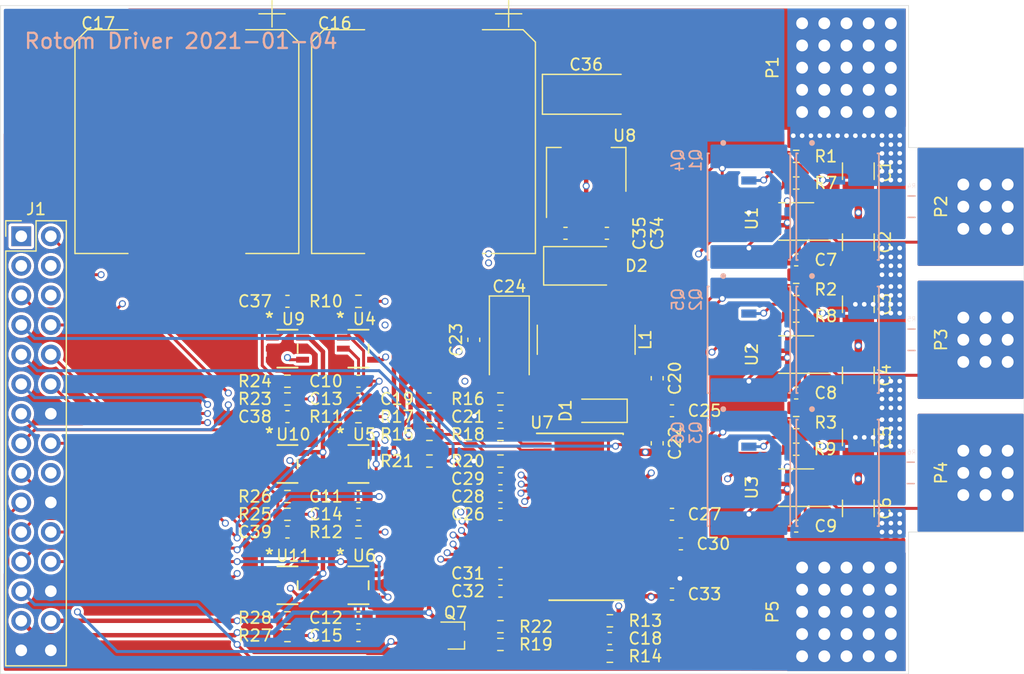
<source format=kicad_pcb>
(kicad_pcb (version 20171130) (host pcbnew "(5.1.7-0-10_14)")
  (layers (0 F.Cu signal) (1 In1_G.Cu power) (2 In2_V.Cu power) (31 B.Cu signal) (34 B.Paste user) (35 F.Paste user) (36 B.SilkS user) (37 F.SilkS user) (38 B.Mask user) (39 F.Mask user) (44 Edge.Cuts user))
  (net 0 "")
  (net 1 "Net-(Q1-Pad7)")
  (net 2 "Net-(Q2-Pad7)")
  (net 3 GND)
  (net 4 "Net-(U1-Pad4)")
  (net 5 SUPPLY)
  (net 6 +3V3)
  (net 7 /power/CURR_A)
  (net 8 /power/CURR_B)
  (net 9 /power/CURR_C)
  (net 10 "Net-(C13-Pad2)")
  (net 11 "Net-(C14-Pad2)")
  (net 12 "Net-(C15-Pad2)")
  (net 13 /power/TEMP)
  (net 14 "Net-(C19-Pad2)")
  (net 15 "Net-(C20-Pad1)")
  (net 16 "Net-(C21-Pad2)")
  (net 17 +5V)
  (net 18 "Net-(C25-Pad1)")
  (net 19 /SH_A)
  (net 20 "Net-(C26-Pad1)")
  (net 21 "Net-(C26-Pad2)")
  (net 22 "Net-(C27-Pad1)")
  (net 23 /drv8301/SH_B)
  (net 24 "Net-(C28-Pad1)")
  (net 25 /drv8301/SH_C)
  (net 26 "Net-(C30-Pad1)")
  (net 27 "Net-(C31-Pad1)")
  (net 28 "Net-(C32-Pad1)")
  (net 29 /drv8301/SENS_A)
  (net 30 "Net-(C37-Pad2)")
  (net 31 "Net-(C38-Pad2)")
  (net 32 "Net-(C39-Pad2)")
  (net 33 "Net-(D1-Pad1)")
  (net 34 /drv8301/INH_A)
  (net 35 /drv8301/INH_B)
  (net 36 /drv8301/INH_C)
  (net 37 /drv8301/INL_A)
  (net 38 /drv8301/INL_B)
  (net 39 /drv8301/INL_C)
  (net 40 /drv8301/FAULT)
  (net 41 /drv8301/EN_GATE)
  (net 42 /drv8301/SDO)
  (net 43 /drv8301/SDI)
  (net 44 /drv8301/SCLK)
  (net 45 /drv8301/CS)
  (net 46 /drv8301/SENS_SUPPLY)
  (net 47 /drv8301/SENS_FILTERED)
  (net 48 /power/CURR_FILTER)
  (net 49 "Net-(P2-Pad1)")
  (net 50 "Net-(P3-Pad1)")
  (net 51 "Net-(P4-Pad1)")
  (net 52 "Net-(Q3-Pad7)")
  (net 53 "Net-(Q4-Pad7)")
  (net 54 "Net-(Q5-Pad7)")
  (net 55 "Net-(Q6-Pad7)")
  (net 56 "Net-(Q7-Pad3)")
  (net 57 /drv8301/GH_A)
  (net 58 /drv8301/GH_B)
  (net 59 /drv8301/GH_C)
  (net 60 /drv8301/GL_A)
  (net 61 /drv8301/GL_B)
  (net 62 /drv8301/GL_C)
  (net 63 /power/C_A)
  (net 64 /power/C_B)
  (net 65 /power/C_C)
  (net 66 "Net-(R15-Pad2)")
  (net 67 "Net-(R16-Pad2)")
  (net 68 "Net-(R20-Pad1)")
  (net 69 "Net-(U2-Pad4)")
  (net 70 "Net-(U3-Pad4)")
  (net 71 "Net-(U7-Pad4)")
  (net 72 "Net-(U7-Pad5)")
  (net 73 "Net-(U7-Pad12)")
  (net 74 "Net-(U7-Pad25)")
  (net 75 "Net-(U7-Pad26)")
  (net 76 "Net-(U7-Pad52)")
  (net 77 /EN_BUCK)
  (net 78 /drv8301/SENS_B)
  (net 79 /drv8301/SENS_C)
  (module IRF7749L2TRPBF:Infineon-IRF7749L2TRPBF-0-0-0 (layer B.Cu) (at 127 46.99 270)
    (fp_text reference Q4 (at -5.08 6.096 270) (layer B.SilkS) (effects (justify left mirror)))
    (fp_text value IRF7749L2TRPBF)
    (pad 4 smd rect (at 4.499999 2.2 270) (size 1.1 1.7) (layers B.Cu B.Paste B.Mask) (net 19 /SH_A))
    (pad 4 smd rect (at 4.499999 0 270) (size 1.1 1.7) (layers B.Cu B.Paste B.Mask) (net 19 /SH_A))
    (pad 4 smd rect (at 4.499999 -2.2 270) (size 1.1 1.7) (layers B.Cu B.Paste B.Mask) (net 19 /SH_A))
    (pad 1 smd rect (at -4.500001 2.2 270) (size 1.1 1.7) (layers B.Cu B.Paste B.Mask) (net 19 /SH_A))
    (pad 1 smd rect (at -4.500001 0 270) (size 1.1 1.7) (layers B.Cu B.Paste B.Mask) (net 19 /SH_A))
    (pad 1 smd rect (at -4.500001 -2.2 270) (size 1.1 1.7) (layers B.Cu B.Paste B.Mask) (net 19 /SH_A))
    (pad 7 smd rect (at -2.250001 0 270) (size 0.7 1.3) (layers B.Cu B.Paste B.Mask) (net 53 "Net-(Q4-Pad7)"))
    (pad 2 smd rect (at -0.850001 1.725001 270) (size 1.1 0.85) (layers B.Cu B.Paste B.Mask) (net 3 GND))
    (pad 5 smd rect (at -0.850001 0.575001 270) (size 1.1 0.85) (layers B.Cu B.Paste B.Mask) (net 3 GND))
    (pad 8 smd rect (at -0.850001 -0.574999 270) (size 1.1 0.85) (layers B.Cu B.Paste B.Mask) (net 3 GND))
    (pad 10 smd rect (at -0.850001 -1.724999 270) (size 1.1 0.85) (layers B.Cu B.Paste B.Mask) (net 3 GND))
    (pad 3 smd rect (at 1.949999 1.725001 270) (size 1.1 0.85) (layers B.Cu B.Paste B.Mask) (net 3 GND))
    (pad 6 smd rect (at 1.949999 0.575001 270) (size 1.1 0.85) (layers B.Cu B.Paste B.Mask) (net 3 GND))
    (pad 9 smd rect (at 1.949999 -0.574999 270) (size 1.1 0.85) (layers B.Cu B.Paste B.Mask) (net 3 GND))
    (pad 11 smd rect (at 1.949999 -1.724999 270) (size 1.1 0.85) (layers B.Cu B.Paste B.Mask) (net 3 GND))
  )
  (module IRF7749L2TRPBF:Infineon-IRF7749L2TRPBF-0-0-0 (layer B.Cu) (at 134.62 58.42 270)
    (fp_text reference Q2 (at -4.55 12.192 90) (layer B.SilkS) (effects (justify left mirror)))
    (fp_text value IRF7749L2TRPBF)
    (pad 4 smd rect (at 4.499999 2.2 270) (size 1.1 1.7) (layers B.Cu B.Paste B.Mask) (net 5 SUPPLY))
    (pad 4 smd rect (at 4.499999 0 270) (size 1.1 1.7) (layers B.Cu B.Paste B.Mask) (net 5 SUPPLY))
    (pad 4 smd rect (at 4.499999 -2.2 270) (size 1.1 1.7) (layers B.Cu B.Paste B.Mask) (net 5 SUPPLY))
    (pad 1 smd rect (at -4.500001 2.2 270) (size 1.1 1.7) (layers B.Cu B.Paste B.Mask) (net 5 SUPPLY))
    (pad 1 smd rect (at -4.500001 0 270) (size 1.1 1.7) (layers B.Cu B.Paste B.Mask) (net 5 SUPPLY))
    (pad 1 smd rect (at -4.500001 -2.2 270) (size 1.1 1.7) (layers B.Cu B.Paste B.Mask) (net 5 SUPPLY))
    (pad 7 smd rect (at -2.250001 0 270) (size 0.7 1.3) (layers B.Cu B.Paste B.Mask) (net 2 "Net-(Q2-Pad7)"))
    (pad 2 smd rect (at -0.850001 1.725001 270) (size 1.1 0.85) (layers B.Cu B.Paste B.Mask) (net 23 /drv8301/SH_B))
    (pad 5 smd rect (at -0.850001 0.575001 270) (size 1.1 0.85) (layers B.Cu B.Paste B.Mask) (net 23 /drv8301/SH_B))
    (pad 8 smd rect (at -0.850001 -0.574999 270) (size 1.1 0.85) (layers B.Cu B.Paste B.Mask) (net 23 /drv8301/SH_B))
    (pad 10 smd rect (at -0.850001 -1.724999 270) (size 1.1 0.85) (layers B.Cu B.Paste B.Mask) (net 23 /drv8301/SH_B))
    (pad 3 smd rect (at 1.949999 1.725001 270) (size 1.1 0.85) (layers B.Cu B.Paste B.Mask) (net 23 /drv8301/SH_B))
    (pad 6 smd rect (at 1.949999 0.575001 270) (size 1.1 0.85) (layers B.Cu B.Paste B.Mask) (net 23 /drv8301/SH_B))
    (pad 9 smd rect (at 1.949999 -0.574999 270) (size 1.1 0.85) (layers B.Cu B.Paste B.Mask) (net 23 /drv8301/SH_B))
    (pad 11 smd rect (at 1.949999 -1.724999 270) (size 1.1 0.85) (layers B.Cu B.Paste B.Mask) (net 23 /drv8301/SH_B))
  )
  (module IRF7749L2TRPBF:Infineon-IRF7749L2TRPBF-0-0-0 (layer B.Cu) (at 134.62 69.85 270)
    (fp_text reference Q3 (at -4.55 12.192 90) (layer B.SilkS) (effects (justify left mirror)))
    (fp_text value IRF7749L2TRPBF)
    (pad 4 smd rect (at 4.499999 2.2 270) (size 1.1 1.7) (layers B.Cu B.Paste B.Mask) (net 5 SUPPLY))
    (pad 4 smd rect (at 4.499999 0 270) (size 1.1 1.7) (layers B.Cu B.Paste B.Mask) (net 5 SUPPLY))
    (pad 4 smd rect (at 4.499999 -2.2 270) (size 1.1 1.7) (layers B.Cu B.Paste B.Mask) (net 5 SUPPLY))
    (pad 1 smd rect (at -4.500001 2.2 270) (size 1.1 1.7) (layers B.Cu B.Paste B.Mask) (net 5 SUPPLY))
    (pad 1 smd rect (at -4.500001 0 270) (size 1.1 1.7) (layers B.Cu B.Paste B.Mask) (net 5 SUPPLY))
    (pad 1 smd rect (at -4.500001 -2.2 270) (size 1.1 1.7) (layers B.Cu B.Paste B.Mask) (net 5 SUPPLY))
    (pad 7 smd rect (at -2.250001 0 270) (size 0.7 1.3) (layers B.Cu B.Paste B.Mask) (net 52 "Net-(Q3-Pad7)"))
    (pad 2 smd rect (at -0.850001 1.725001 270) (size 1.1 0.85) (layers B.Cu B.Paste B.Mask) (net 25 /drv8301/SH_C))
    (pad 5 smd rect (at -0.850001 0.575001 270) (size 1.1 0.85) (layers B.Cu B.Paste B.Mask) (net 25 /drv8301/SH_C))
    (pad 8 smd rect (at -0.850001 -0.574999 270) (size 1.1 0.85) (layers B.Cu B.Paste B.Mask) (net 25 /drv8301/SH_C))
    (pad 10 smd rect (at -0.850001 -1.724999 270) (size 1.1 0.85) (layers B.Cu B.Paste B.Mask) (net 25 /drv8301/SH_C))
    (pad 3 smd rect (at 1.949999 1.725001 270) (size 1.1 0.85) (layers B.Cu B.Paste B.Mask) (net 25 /drv8301/SH_C))
    (pad 6 smd rect (at 1.949999 0.575001 270) (size 1.1 0.85) (layers B.Cu B.Paste B.Mask) (net 25 /drv8301/SH_C))
    (pad 9 smd rect (at 1.949999 -0.574999 270) (size 1.1 0.85) (layers B.Cu B.Paste B.Mask) (net 25 /drv8301/SH_C))
    (pad 11 smd rect (at 1.949999 -1.724999 270) (size 1.1 0.85) (layers B.Cu B.Paste B.Mask) (net 25 /drv8301/SH_C))
  )
  (module Package_SO:MSOP-8_3x3mm_P0.65mm (layer F.Cu) (at 131.064 71.12 180)
    (fp_text reference U3 (at 3.81 0 90) (layer F.SilkS))
    (fp_text value AD8418)
    (pad 8 smd roundrect (at 2.1125 -0.975 180) (size 1.625 0.4) (layers F.Cu F.Paste F.Mask) (net 25 /drv8301/SH_C))
    (pad 7 smd roundrect (at 2.1125 -0.325 180) (size 1.625 0.4) (layers F.Cu F.Paste F.Mask) (net 6 +3V3))
    (pad 6 smd roundrect (at 2.1125 0.325 180) (size 1.625 0.4) (layers F.Cu F.Paste F.Mask) (net 6 +3V3))
    (pad 5 smd roundrect (at 2.1125 0.975 180) (size 1.625 0.4) (layers F.Cu F.Paste F.Mask) (net 65 /power/C_C))
    (pad 4 smd roundrect (at -2.1125 0.975 180) (size 1.625 0.4) (layers F.Cu F.Paste F.Mask) (net 70 "Net-(U3-Pad4)"))
    (pad 3 smd roundrect (at -2.1125 0.325 180) (size 1.625 0.4) (layers F.Cu F.Paste F.Mask) (net 3 GND))
    (pad 2 smd roundrect (at -2.1125 -0.325 180) (size 1.625 0.4) (layers F.Cu F.Paste F.Mask) (net 3 GND))
    (pad 1 smd roundrect (at -2.1125 -0.975 180) (size 1.625 0.4) (layers F.Cu F.Paste F.Mask) (net 51 "Net-(P4-Pad1)"))
  )
  (module Resistor_SMD:R_0603_1608Metric (layer F.Cu) (at 131.064 67.818 180)
    (fp_text reference R9 (at -2.477 0) (layer F.SilkS))
    (fp_text value 4.7R)
    (pad 2 smd roundrect (at 0.825 0 180) (size 0.8 0.95) (layers F.Cu F.Paste F.Mask) (net 62 /drv8301/GL_C))
    (pad 1 smd roundrect (at -0.825 0 180) (size 0.8 0.95) (layers F.Cu F.Paste F.Mask) (net 55 "Net-(Q6-Pad7)"))
  )
  (module Resistor_SMD:R_0603_1608Metric (layer F.Cu) (at 131.064 65.532 180)
    (fp_text reference R3 (at -2.54 0) (layer F.SilkS))
    (fp_text value 4.7R)
    (pad 2 smd roundrect (at 0.825 0 180) (size 0.8 0.95) (layers F.Cu F.Paste F.Mask) (net 59 /drv8301/GH_C))
    (pad 1 smd roundrect (at -0.825 0 180) (size 0.8 0.95) (layers F.Cu F.Paste F.Mask) (net 52 "Net-(Q3-Pad7)"))
  )
  (module HighCurrentShunt:RESC3216X105N (layer B.Cu) (at 140.9 69.85 180)
    (fp_text reference R6 (at -0.07 1.778) (layer B.SilkS) (effects (font (size 0.393701 0.393701) (thickness 0.015)) (justify mirror)))
    (fp_text value 0.0005R)
    (pad 2 smd rect (at 1.34 0 180) (size 1.44 1.87) (layers B.Cu B.Paste B.Mask) (net 25 /drv8301/SH_C))
    (pad 1 smd rect (at -1.34 0 180) (size 1.44 1.87) (layers B.Cu B.Paste B.Mask) (net 51 "Net-(P4-Pad1)"))
  )
  (module PADS:HighCurrent_WithHoles_400mils (layer F.Cu) (at 135.382 81.788)
    (fp_text reference P5 (at -6.35 0 90) (layer F.SilkS))
    (fp_text value GND)
    (pad 1 thru_hole circle (at 3.81 3.81) (size 1.143 1.143) (drill 1.016) (layers *.Cu *.Mask) (net 3 GND))
    (pad 1 thru_hole circle (at 1.905 3.81) (size 1.143 1.143) (drill 1.016) (layers *.Cu *.Mask) (net 3 GND))
    (pad 1 thru_hole circle (at 0 3.81) (size 1.143 1.143) (drill 1.016) (layers *.Cu *.Mask) (net 3 GND))
    (pad 1 thru_hole circle (at -1.905 3.81) (size 1.143 1.143) (drill 1.016) (layers *.Cu *.Mask) (net 3 GND))
    (pad 1 thru_hole circle (at -3.81 3.81) (size 1.143 1.143) (drill 1.016) (layers *.Cu *.Mask) (net 3 GND))
    (pad 1 thru_hole circle (at 3.81 1.905) (size 1.143 1.143) (drill 1.016) (layers *.Cu *.Mask) (net 3 GND))
    (pad 1 thru_hole circle (at 1.905 1.905) (size 1.143 1.143) (drill 1.016) (layers *.Cu *.Mask) (net 3 GND))
    (pad 1 thru_hole circle (at 0 1.905) (size 1.143 1.143) (drill 1.016) (layers *.Cu *.Mask) (net 3 GND))
    (pad 1 thru_hole circle (at -1.905 1.905) (size 1.143 1.143) (drill 1.016) (layers *.Cu *.Mask) (net 3 GND))
    (pad 1 thru_hole circle (at -3.81 1.905) (size 1.143 1.143) (drill 1.016) (layers *.Cu *.Mask) (net 3 GND))
    (pad 1 thru_hole circle (at 3.81 0) (size 1.143 1.143) (drill 1.016) (layers *.Cu *.Mask) (net 3 GND))
    (pad 1 thru_hole circle (at 1.905 0) (size 1.143 1.143) (drill 1.016) (layers *.Cu *.Mask) (net 3 GND))
    (pad 1 thru_hole circle (at 0 0) (size 1.143 1.143) (drill 1.016) (layers *.Cu *.Mask) (net 3 GND))
    (pad 1 thru_hole circle (at -1.905 0) (size 1.143 1.143) (drill 1.016) (layers *.Cu *.Mask) (net 3 GND))
    (pad 1 thru_hole circle (at -3.81 0) (size 1.143 1.143) (drill 1.016) (layers *.Cu *.Mask) (net 3 GND))
    (pad 1 thru_hole circle (at 3.81 -1.905) (size 1.143 1.143) (drill 1.016) (layers *.Cu *.Mask) (net 3 GND))
    (pad 1 thru_hole circle (at 1.905 -1.905) (size 1.143 1.143) (drill 1.016) (layers *.Cu *.Mask) (net 3 GND))
    (pad 1 thru_hole circle (at 0 -1.905) (size 1.143 1.143) (drill 1.016) (layers *.Cu *.Mask) (net 3 GND))
    (pad 1 thru_hole circle (at -1.905 -1.905) (size 1.143 1.143) (drill 1.016) (layers *.Cu *.Mask) (net 3 GND))
    (pad 1 thru_hole circle (at -3.81 -1.905) (size 1.143 1.143) (drill 1.016) (layers *.Cu *.Mask) (net 3 GND))
    (pad 1 thru_hole circle (at 3.81 -3.81) (size 1.143 1.143) (drill 1.016) (layers *.Cu *.Mask) (net 3 GND))
    (pad 1 thru_hole circle (at 1.905 -3.81) (size 1.143 1.143) (drill 1.016) (layers *.Cu *.Mask) (net 3 GND))
    (pad 1 thru_hole circle (at 0 -3.81) (size 1.143 1.143) (drill 1.016) (layers *.Cu *.Mask) (net 3 GND))
    (pad 1 thru_hole circle (at -1.905 -3.81) (size 1.143 1.143) (drill 1.016) (layers *.Cu *.Mask) (net 3 GND))
    (pad 1 thru_hole circle (at -3.81 -3.81) (size 1.143 1.143) (drill 1.016) (layers *.Cu *.Mask) (net 3 GND))
    (pad 1 smd rect (at 0 0) (size 10.16 10.16) (layers B.Cu B.Paste B.Mask) (net 3 GND))
    (pad 1 smd rect (at 0 0) (size 10.16 10.16) (layers F.Cu F.Paste F.Mask) (net 3 GND))
  )
  (module Capacitor_SMD:C_1210_3225Metric (layer F.Cu) (at 136.398 72.898 90)
    (fp_text reference C6 (at 0 2.286 90) (layer F.SilkS))
    (fp_text value 4.7uF_100V)
    (pad 2 smd roundrect (at 1.475 0 90) (size 1.15 2.7) (layers F.Cu F.Paste F.Mask) (roundrect_rratio 0.217391) (net 3 GND))
    (pad 1 smd roundrect (at -1.475 0 90) (size 1.15 2.7) (layers F.Cu F.Paste F.Mask) (roundrect_rratio 0.217391) (net 5 SUPPLY))
  )
  (module Capacitor_SMD:C_1210_3225Metric (layer F.Cu) (at 136.398 66.802 270)
    (fp_text reference C5 (at 0 -2.286 90) (layer F.SilkS))
    (fp_text value 4.7uF_100V)
    (pad 2 smd roundrect (at 1.475 0 270) (size 1.15 2.7) (layers F.Cu F.Paste F.Mask) (roundrect_rratio 0.217391) (net 3 GND))
    (pad 1 smd roundrect (at -1.475 0 270) (size 1.15 2.7) (layers F.Cu F.Paste F.Mask) (roundrect_rratio 0.217391) (net 5 SUPPLY))
  )
  (module PADS:HighCurrent_WithHoles_400mils (layer F.Cu) (at 135.382 35.052)
    (fp_text reference P1 (at -6.35 0 90) (layer F.SilkS))
    (fp_text value SUPPLY)
    (pad 1 thru_hole circle (at 3.81 3.81) (size 1.143 1.143) (drill 1.016) (layers *.Cu *.Mask) (net 5 SUPPLY))
    (pad 1 thru_hole circle (at 1.905 3.81) (size 1.143 1.143) (drill 1.016) (layers *.Cu *.Mask) (net 5 SUPPLY))
    (pad 1 thru_hole circle (at 0 3.81) (size 1.143 1.143) (drill 1.016) (layers *.Cu *.Mask) (net 5 SUPPLY))
    (pad 1 thru_hole circle (at -1.905 3.81) (size 1.143 1.143) (drill 1.016) (layers *.Cu *.Mask) (net 5 SUPPLY))
    (pad 1 thru_hole circle (at -3.81 3.81) (size 1.143 1.143) (drill 1.016) (layers *.Cu *.Mask) (net 5 SUPPLY))
    (pad 1 thru_hole circle (at 3.81 1.905) (size 1.143 1.143) (drill 1.016) (layers *.Cu *.Mask) (net 5 SUPPLY))
    (pad 1 thru_hole circle (at 1.905 1.905) (size 1.143 1.143) (drill 1.016) (layers *.Cu *.Mask) (net 5 SUPPLY))
    (pad 1 thru_hole circle (at 0 1.905) (size 1.143 1.143) (drill 1.016) (layers *.Cu *.Mask) (net 5 SUPPLY))
    (pad 1 thru_hole circle (at -1.905 1.905) (size 1.143 1.143) (drill 1.016) (layers *.Cu *.Mask) (net 5 SUPPLY))
    (pad 1 thru_hole circle (at -3.81 1.905) (size 1.143 1.143) (drill 1.016) (layers *.Cu *.Mask) (net 5 SUPPLY))
    (pad 1 thru_hole circle (at 3.81 0) (size 1.143 1.143) (drill 1.016) (layers *.Cu *.Mask) (net 5 SUPPLY))
    (pad 1 thru_hole circle (at 1.905 0) (size 1.143 1.143) (drill 1.016) (layers *.Cu *.Mask) (net 5 SUPPLY))
    (pad 1 thru_hole circle (at 0 0) (size 1.143 1.143) (drill 1.016) (layers *.Cu *.Mask) (net 5 SUPPLY))
    (pad 1 thru_hole circle (at -1.905 0) (size 1.143 1.143) (drill 1.016) (layers *.Cu *.Mask) (net 5 SUPPLY))
    (pad 1 thru_hole circle (at -3.81 0) (size 1.143 1.143) (drill 1.016) (layers *.Cu *.Mask) (net 5 SUPPLY))
    (pad 1 thru_hole circle (at 3.81 -1.905) (size 1.143 1.143) (drill 1.016) (layers *.Cu *.Mask) (net 5 SUPPLY))
    (pad 1 thru_hole circle (at 1.905 -1.905) (size 1.143 1.143) (drill 1.016) (layers *.Cu *.Mask) (net 5 SUPPLY))
    (pad 1 thru_hole circle (at 0 -1.905) (size 1.143 1.143) (drill 1.016) (layers *.Cu *.Mask) (net 5 SUPPLY))
    (pad 1 thru_hole circle (at -1.905 -1.905) (size 1.143 1.143) (drill 1.016) (layers *.Cu *.Mask) (net 5 SUPPLY))
    (pad 1 thru_hole circle (at -3.81 -1.905) (size 1.143 1.143) (drill 1.016) (layers *.Cu *.Mask) (net 5 SUPPLY))
    (pad 1 thru_hole circle (at 3.81 -3.81) (size 1.143 1.143) (drill 1.016) (layers *.Cu *.Mask) (net 5 SUPPLY))
    (pad 1 thru_hole circle (at 1.905 -3.81) (size 1.143 1.143) (drill 1.016) (layers *.Cu *.Mask) (net 5 SUPPLY))
    (pad 1 thru_hole circle (at 0 -3.81) (size 1.143 1.143) (drill 1.016) (layers *.Cu *.Mask) (net 5 SUPPLY))
    (pad 1 thru_hole circle (at -1.905 -3.81) (size 1.143 1.143) (drill 1.016) (layers *.Cu *.Mask) (net 5 SUPPLY))
    (pad 1 thru_hole circle (at -3.81 -3.81) (size 1.143 1.143) (drill 1.016) (layers *.Cu *.Mask) (net 5 SUPPLY))
    (pad 1 smd rect (at 0 0) (size 10.16 10.16) (layers B.Cu B.Paste B.Mask) (net 5 SUPPLY))
    (pad 1 smd rect (at 0 0) (size 10.16 10.16) (layers F.Cu F.Paste F.Mask) (net 5 SUPPLY))
  )
  (module IRF7749L2TRPBF:Infineon-IRF7749L2TRPBF-0-0-0 (layer B.Cu) (at 127 69.85 270)
    (fp_text reference Q6 (at -4.55 6.096 90) (layer B.SilkS) (effects (justify left mirror)))
    (fp_text value IRF7749L2TRPBF)
    (pad 4 smd rect (at 4.499999 2.2 270) (size 1.1 1.7) (layers B.Cu B.Paste B.Mask) (net 25 /drv8301/SH_C))
    (pad 4 smd rect (at 4.499999 0 270) (size 1.1 1.7) (layers B.Cu B.Paste B.Mask) (net 25 /drv8301/SH_C))
    (pad 4 smd rect (at 4.499999 -2.2 270) (size 1.1 1.7) (layers B.Cu B.Paste B.Mask) (net 25 /drv8301/SH_C))
    (pad 1 smd rect (at -4.500001 2.2 270) (size 1.1 1.7) (layers B.Cu B.Paste B.Mask) (net 25 /drv8301/SH_C))
    (pad 1 smd rect (at -4.500001 0 270) (size 1.1 1.7) (layers B.Cu B.Paste B.Mask) (net 25 /drv8301/SH_C))
    (pad 1 smd rect (at -4.500001 -2.2 270) (size 1.1 1.7) (layers B.Cu B.Paste B.Mask) (net 25 /drv8301/SH_C))
    (pad 7 smd rect (at -2.250001 0 270) (size 0.7 1.3) (layers B.Cu B.Paste B.Mask) (net 55 "Net-(Q6-Pad7)"))
    (pad 2 smd rect (at -0.850001 1.725001 270) (size 1.1 0.85) (layers B.Cu B.Paste B.Mask) (net 3 GND))
    (pad 5 smd rect (at -0.850001 0.575001 270) (size 1.1 0.85) (layers B.Cu B.Paste B.Mask) (net 3 GND))
    (pad 8 smd rect (at -0.850001 -0.574999 270) (size 1.1 0.85) (layers B.Cu B.Paste B.Mask) (net 3 GND))
    (pad 10 smd rect (at -0.850001 -1.724999 270) (size 1.1 0.85) (layers B.Cu B.Paste B.Mask) (net 3 GND))
    (pad 3 smd rect (at 1.949999 1.725001 270) (size 1.1 0.85) (layers B.Cu B.Paste B.Mask) (net 3 GND))
    (pad 6 smd rect (at 1.949999 0.575001 270) (size 1.1 0.85) (layers B.Cu B.Paste B.Mask) (net 3 GND))
    (pad 9 smd rect (at 1.949999 -0.574999 270) (size 1.1 0.85) (layers B.Cu B.Paste B.Mask) (net 3 GND))
    (pad 11 smd rect (at 1.949999 -1.724999 270) (size 1.1 0.85) (layers B.Cu B.Paste B.Mask) (net 3 GND))
  )
  (module Capacitor_SMD:C_1210_3225Metric (layer F.Cu) (at 136.398 43.942 270)
    (fp_text reference C1 (at 0 -2.286 90) (layer F.SilkS))
    (fp_text value 4.7uF_100V)
    (pad 1 smd roundrect (at -1.475 0 270) (size 1.15 2.7) (layers F.Cu F.Paste F.Mask) (roundrect_rratio 0.217391) (net 5 SUPPLY))
    (pad 2 smd roundrect (at 1.475 0 270) (size 1.15 2.7) (layers F.Cu F.Paste F.Mask) (roundrect_rratio 0.217391) (net 3 GND))
  )
  (module Capacitor_SMD:C_1210_3225Metric (layer F.Cu) (at 136.398 50.038 90)
    (fp_text reference C2 (at 0 2.286 90) (layer F.SilkS))
    (fp_text value 4.7uF_100V)
    (pad 2 smd roundrect (at 1.475 0 90) (size 1.15 2.7) (layers F.Cu F.Paste F.Mask) (roundrect_rratio 0.217391) (net 3 GND))
    (pad 1 smd roundrect (at -1.475 0 90) (size 1.15 2.7) (layers F.Cu F.Paste F.Mask) (roundrect_rratio 0.217391) (net 5 SUPPLY))
  )
  (module Capacitor_SMD:C_1210_3225Metric (layer F.Cu) (at 136.398 55.372 270)
    (fp_text reference C3 (at 0 -2.286 90) (layer F.SilkS))
    (fp_text value 4.7uF_100V)
    (pad 1 smd roundrect (at -1.475 0 270) (size 1.15 2.7) (layers F.Cu F.Paste F.Mask) (roundrect_rratio 0.217391) (net 5 SUPPLY))
    (pad 2 smd roundrect (at 1.475 0 270) (size 1.15 2.7) (layers F.Cu F.Paste F.Mask) (roundrect_rratio 0.217391) (net 3 GND))
  )
  (module Capacitor_SMD:C_1210_3225Metric (layer F.Cu) (at 136.398 61.468 90)
    (fp_text reference C4 (at 0 2.286 90) (layer F.SilkS))
    (fp_text value 4.7uF_100V)
    (pad 2 smd roundrect (at 1.475 0 90) (size 1.15 2.7) (layers F.Cu F.Paste F.Mask) (roundrect_rratio 0.217391) (net 3 GND))
    (pad 1 smd roundrect (at -1.475 0 90) (size 1.15 2.7) (layers F.Cu F.Paste F.Mask) (roundrect_rratio 0.217391) (net 5 SUPPLY))
  )
  (module Capacitor_SMD:C_0603_1608Metric (layer F.Cu) (at 131.064 51.562)
    (fp_text reference C7 (at 2.54 0) (layer F.SilkS))
    (fp_text value 2.2uF)
    (pad 1 smd roundrect (at -0.775 0) (size 0.9 0.95) (layers F.Cu F.Paste F.Mask) (net 6 +3V3))
    (pad 2 smd roundrect (at 0.775 0) (size 0.9 0.95) (layers F.Cu F.Paste F.Mask) (net 3 GND))
  )
  (module Capacitor_SMD:C_0603_1608Metric (layer F.Cu) (at 131.064 62.992)
    (fp_text reference C8 (at 2.54 0) (layer F.SilkS))
    (fp_text value 2.2uF)
    (pad 2 smd roundrect (at 0.775 0) (size 0.9 0.95) (layers F.Cu F.Paste F.Mask) (net 3 GND))
    (pad 1 smd roundrect (at -0.775 0) (size 0.9 0.95) (layers F.Cu F.Paste F.Mask) (net 6 +3V3))
  )
  (module Capacitor_SMD:C_0603_1608Metric (layer F.Cu) (at 131.064 74.422)
    (fp_text reference C9 (at 2.54 0) (layer F.SilkS))
    (fp_text value 2.2uF)
    (pad 2 smd roundrect (at 0.775 0) (size 0.9 0.95) (layers F.Cu F.Paste F.Mask) (net 3 GND))
    (pad 1 smd roundrect (at -0.775 0) (size 0.9 0.95) (layers F.Cu F.Paste F.Mask) (net 6 +3V3))
  )
  (module Capacitor_SMD:C_0603_1608Metric (layer F.Cu) (at 93.472 61.976)
    (fp_text reference C10 (at -2.794 0) (layer F.SilkS))
    (fp_text value 1nF)
    (pad 2 smd roundrect (at 0.775 0) (size 0.9 0.95) (layers F.Cu F.Paste F.Mask) (net 7 /power/CURR_A))
    (pad 1 smd roundrect (at -0.775 0) (size 0.9 0.95) (layers F.Cu F.Paste F.Mask) (net 3 GND))
  )
  (module Capacitor_SMD:C_0603_1608Metric (layer F.Cu) (at 93.472 71.882)
    (fp_text reference C11 (at -2.794 0) (layer F.SilkS))
    (fp_text value 1nF)
    (pad 1 smd roundrect (at -0.775 0) (size 0.9 0.95) (layers F.Cu F.Paste F.Mask) (net 3 GND))
    (pad 2 smd roundrect (at 0.775 0) (size 0.9 0.95) (layers F.Cu F.Paste F.Mask) (net 8 /power/CURR_B))
  )
  (module Capacitor_SMD:C_0603_1608Metric (layer F.Cu) (at 93.472 82.296)
    (fp_text reference C12 (at -2.794 0) (layer F.SilkS))
    (fp_text value 1nF)
    (pad 1 smd roundrect (at -0.775 0) (size 0.9 0.95) (layers F.Cu F.Paste F.Mask) (net 3 GND))
    (pad 2 smd roundrect (at 0.775 0) (size 0.9 0.95) (layers F.Cu F.Paste F.Mask) (net 9 /power/CURR_C))
  )
  (module Capacitor_SMD:C_0603_1608Metric (layer F.Cu) (at 93.472 63.5)
    (fp_text reference C13 (at -2.794 0) (layer F.SilkS))
    (fp_text value 15nF)
    (pad 1 smd roundrect (at -0.775 0) (size 0.9 0.95) (layers F.Cu F.Paste F.Mask) (net 3 GND))
    (pad 2 smd roundrect (at 0.775 0) (size 0.9 0.95) (layers F.Cu F.Paste F.Mask) (net 10 "Net-(C13-Pad2)"))
  )
  (module Capacitor_SMD:C_0603_1608Metric (layer F.Cu) (at 93.472 73.406)
    (fp_text reference C14 (at -2.794 0) (layer F.SilkS))
    (fp_text value 15nF)
    (pad 2 smd roundrect (at 0.775 0) (size 0.9 0.95) (layers F.Cu F.Paste F.Mask) (net 11 "Net-(C14-Pad2)"))
    (pad 1 smd roundrect (at -0.775 0) (size 0.9 0.95) (layers F.Cu F.Paste F.Mask) (net 3 GND))
  )
  (module Capacitor_SMD:C_0603_1608Metric (layer F.Cu) (at 93.472 83.82)
    (fp_text reference C15 (at -2.794 0) (layer F.SilkS))
    (fp_text value 15nF)
    (pad 2 smd roundrect (at 0.775 0) (size 0.9 0.95) (layers F.Cu F.Paste F.Mask) (net 12 "Net-(C15-Pad2)"))
    (pad 1 smd roundrect (at -0.775 0) (size 0.9 0.95) (layers F.Cu F.Paste F.Mask) (net 3 GND))
  )
  (module Capacitor_SMD:CP_Elec_18x22 (layer F.Cu) (at 99.06 41.402 270)
    (fp_text reference C16 (at -10.16 7.62 180) (layer F.SilkS))
    (fp_text value 680uF_63V)
    (pad 2 smd roundrect (at 6.75 0 270) (size 8.8 9.6) (layers F.Cu F.Paste F.Mask) (roundrect_rratio 0.028409) (net 3 GND))
    (pad 1 smd roundrect (at -6.75 0 270) (size 8.8 9.6) (layers F.Cu F.Paste F.Mask) (roundrect_rratio 0.028409) (net 5 SUPPLY))
  )
  (module Capacitor_SMD:CP_Elec_18x22 (layer F.Cu) (at 78.74 41.402 270)
    (fp_text reference C17 (at -10.16 7.62 180) (layer F.SilkS))
    (fp_text value 680uF_63V)
    (pad 1 smd roundrect (at -6.75 0 270) (size 8.8 9.6) (layers F.Cu F.Paste F.Mask) (roundrect_rratio 0.028409) (net 5 SUPPLY))
    (pad 2 smd roundrect (at 6.75 0 270) (size 8.8 9.6) (layers F.Cu F.Paste F.Mask) (roundrect_rratio 0.028409) (net 3 GND))
  )
  (module Capacitor_SMD:C_0603_1608Metric (layer F.Cu) (at 115.062 84.074 180)
    (fp_text reference C18 (at -3.048 0) (layer F.SilkS))
    (fp_text value 2.2uF)
    (pad 1 smd roundrect (at -0.775 0 180) (size 0.9 0.95) (layers F.Cu F.Paste F.Mask) (net 3 GND))
    (pad 2 smd roundrect (at 0.775 0 180) (size 0.9 0.95) (layers F.Cu F.Paste F.Mask) (net 13 /power/TEMP))
  )
  (module Capacitor_SMD:C_0603_1608Metric (layer F.Cu) (at 99.568 63.5)
    (fp_text reference C19 (at -2.794 0) (layer F.SilkS))
    (fp_text value 6.8nF)
    (pad 1 smd roundrect (at -0.775 0) (size 0.9 0.95) (layers F.Cu F.Paste F.Mask) (net 3 GND))
    (pad 2 smd roundrect (at 0.775 0) (size 0.9 0.95) (layers F.Cu F.Paste F.Mask) (net 14 "Net-(C19-Pad2)"))
  )
  (module Capacitor_SMD:C_0603_1608Metric (layer F.Cu) (at 119.126 61.722 90)
    (fp_text reference C20 (at 0 1.524 90) (layer F.SilkS))
    (fp_text value 15nF)
    (pad 1 smd roundrect (at -0.775 0 90) (size 0.9 0.95) (layers F.Cu F.Paste F.Mask) (net 15 "Net-(C20-Pad1)"))
    (pad 2 smd roundrect (at 0.775 0 90) (size 0.9 0.95) (layers F.Cu F.Paste F.Mask) (net 3 GND))
  )
  (module Capacitor_SMD:C_0603_1608Metric (layer F.Cu) (at 105.664 65.024)
    (fp_text reference C21 (at -2.794 0) (layer F.SilkS))
    (fp_text value 120pF)
    (pad 2 smd roundrect (at 0.775 0) (size 0.9 0.95) (layers F.Cu F.Paste F.Mask) (net 16 "Net-(C21-Pad2)"))
    (pad 1 smd roundrect (at -0.775 0) (size 0.9 0.95) (layers F.Cu F.Paste F.Mask) (net 3 GND))
  )
  (module Capacitor_SMD:C_0603_1608Metric (layer F.Cu) (at 119.126 67.31 90)
    (fp_text reference C22 (at 0 1.524 90) (layer F.SilkS))
    (fp_text value 4.7uF_100V)
    (pad 2 smd roundrect (at 0.775 0 90) (size 0.9 0.95) (layers F.Cu F.Paste F.Mask) (net 3 GND))
    (pad 1 smd roundrect (at -0.775 0 90) (size 0.9 0.95) (layers F.Cu F.Paste F.Mask) (net 5 SUPPLY))
  )
  (module Capacitor_SMD:C_0603_1608Metric (layer F.Cu) (at 103.378 58.42 270)
    (fp_text reference C23 (at 0 1.524 90) (layer F.SilkS))
    (fp_text value 2.2uF)
    (pad 2 smd roundrect (at 0.775 0 270) (size 0.9 0.95) (layers F.Cu F.Paste F.Mask) (net 3 GND))
    (pad 1 smd roundrect (at -0.775 0 270) (size 0.9 0.95) (layers F.Cu F.Paste F.Mask) (net 17 +5V))
  )
  (module Capacitor_Tantalum_SMD:CP_EIA-6032-20_AVX-F (layer F.Cu) (at 106.426 58.42 270)
    (fp_text reference C24 (at -4.572 0 180) (layer F.SilkS))
    (fp_text value 100uF)
    (pad 2 smd roundrect (at 2.4625 0 270) (size 2.075 2.35) (layers F.Cu F.Paste F.Mask) (roundrect_rratio 0.120482) (net 3 GND))
    (pad 1 smd roundrect (at -2.4625 0 270) (size 2.075 2.35) (layers F.Cu F.Paste F.Mask) (roundrect_rratio 0.120482) (net 17 +5V))
  )
  (module Capacitor_SMD:C_0603_1608Metric (layer F.Cu) (at 120.396 64.516)
    (fp_text reference C25 (at 2.794 0) (layer F.SilkS))
    (fp_text value 220nF)
    (pad 1 smd roundrect (at -0.775 0) (size 0.9 0.95) (layers F.Cu F.Paste F.Mask) (net 18 "Net-(C25-Pad1)"))
    (pad 2 smd roundrect (at 0.775 0) (size 0.9 0.95) (layers F.Cu F.Paste F.Mask) (net 19 /SH_A))
  )
  (module Capacitor_SMD:C_0603_1608Metric (layer F.Cu) (at 105.664 73.406 180)
    (fp_text reference C26 (at 2.794 0) (layer F.SilkS))
    (fp_text value 22nF)
    (pad 1 smd roundrect (at -0.775 0 180) (size 0.9 0.95) (layers F.Cu F.Paste F.Mask) (net 20 "Net-(C26-Pad1)"))
    (pad 2 smd roundrect (at 0.775 0 180) (size 0.9 0.95) (layers F.Cu F.Paste F.Mask) (net 21 "Net-(C26-Pad2)"))
  )
  (module Capacitor_SMD:C_0603_1608Metric (layer F.Cu) (at 120.396 73.406)
    (fp_text reference C27 (at 2.794 0) (layer F.SilkS))
    (fp_text value 220nF)
    (pad 1 smd roundrect (at -0.775 0) (size 0.9 0.95) (layers F.Cu F.Paste F.Mask) (net 22 "Net-(C27-Pad1)"))
    (pad 2 smd roundrect (at 0.775 0) (size 0.9 0.95) (layers F.Cu F.Paste F.Mask) (net 23 /drv8301/SH_B))
  )
  (module Capacitor_SMD:C_0603_1608Metric (layer F.Cu) (at 105.664 71.882 180)
    (fp_text reference C28 (at 2.794 0) (layer F.SilkS))
    (fp_text value 2.2uF)
    (pad 1 smd roundrect (at -0.775 0 180) (size 0.9 0.95) (layers F.Cu F.Paste F.Mask) (net 24 "Net-(C28-Pad1)"))
    (pad 2 smd roundrect (at 0.775 0 180) (size 0.9 0.95) (layers F.Cu F.Paste F.Mask) (net 3 GND))
  )
  (module Capacitor_SMD:C_0603_1608Metric (layer F.Cu) (at 105.664 70.358 180)
    (fp_text reference C29 (at 2.794 0) (layer F.SilkS))
    (fp_text value 2.2uF)
    (pad 2 smd roundrect (at 0.775 0 180) (size 0.9 0.95) (layers F.Cu F.Paste F.Mask) (net 3 GND))
    (pad 1 smd roundrect (at -0.775 0 180) (size 0.9 0.95) (layers F.Cu F.Paste F.Mask) (net 24 "Net-(C28-Pad1)"))
  )
  (module Capacitor_SMD:C_0603_1608Metric (layer F.Cu) (at 121.158 75.946)
    (fp_text reference C30 (at 2.794 0) (layer F.SilkS))
    (fp_text value 220nF)
    (pad 2 smd roundrect (at 0.775 0) (size 0.9 0.95) (layers F.Cu F.Paste F.Mask) (net 25 /drv8301/SH_C))
    (pad 1 smd roundrect (at -0.775 0) (size 0.9 0.95) (layers F.Cu F.Paste F.Mask) (net 26 "Net-(C30-Pad1)"))
  )
  (module Capacitor_SMD:C_0603_1608Metric (layer F.Cu) (at 105.664 78.486 180)
    (fp_text reference C31 (at 2.794 0) (layer F.SilkS))
    (fp_text value 2.2uF)
    (pad 2 smd roundrect (at 0.775 0 180) (size 0.9 0.95) (layers F.Cu F.Paste F.Mask) (net 3 GND))
    (pad 1 smd roundrect (at -0.775 0 180) (size 0.9 0.95) (layers F.Cu F.Paste F.Mask) (net 27 "Net-(C31-Pad1)"))
  )
  (module Capacitor_SMD:C_0603_1608Metric (layer F.Cu) (at 105.664 80.01 180)
    (fp_text reference C32 (at 2.794 0) (layer F.SilkS))
    (fp_text value 2.2uF)
    (pad 1 smd roundrect (at -0.775 0 180) (size 0.9 0.95) (layers F.Cu F.Paste F.Mask) (net 28 "Net-(C32-Pad1)"))
    (pad 2 smd roundrect (at 0.775 0 180) (size 0.9 0.95) (layers F.Cu F.Paste F.Mask) (net 3 GND))
  )
  (module Capacitor_SMD:C_0603_1608Metric (layer F.Cu) (at 120.396 80.264)
    (fp_text reference C33 (at 2.794 0) (layer F.SilkS))
    (fp_text value 4.7uF_100V)
    (pad 2 smd roundrect (at 0.775 0) (size 0.9 0.95) (layers F.Cu F.Paste F.Mask) (net 3 GND))
    (pad 1 smd roundrect (at -0.775 0) (size 0.9 0.95) (layers F.Cu F.Paste F.Mask) (net 5 SUPPLY))
  )
  (module Capacitor_SMD:C_0603_1608Metric (layer F.Cu) (at 114.808 49.276)
    (fp_text reference C34 (at 4.318 0 90) (layer F.SilkS))
    (fp_text value 2.2uF)
    (pad 1 smd roundrect (at -0.775 0) (size 0.9 0.95) (layers F.Cu F.Paste F.Mask) (net 17 +5V))
    (pad 2 smd roundrect (at 0.775 0) (size 0.9 0.95) (layers F.Cu F.Paste F.Mask) (net 3 GND))
  )
  (module Capacitor_SMD:C_0603_1608Metric (layer F.Cu) (at 111.252 49.276 180)
    (fp_text reference C35 (at -6.35 0 270) (layer F.SilkS))
    (fp_text value 2.2uF)
    (pad 2 smd roundrect (at 0.775 0 180) (size 0.9 0.95) (layers F.Cu F.Paste F.Mask) (net 3 GND))
    (pad 1 smd roundrect (at -0.775 0 180) (size 0.9 0.95) (layers F.Cu F.Paste F.Mask) (net 6 +3V3))
  )
  (module Capacitor_Tantalum_SMD:CP_EIA-6032-20_AVX-F (layer F.Cu) (at 113.03 37.338)
    (fp_text reference C36 (at 0 -2.55) (layer F.SilkS))
    (fp_text value 100uF)
    (pad 1 smd roundrect (at -2.4625 0) (size 2.075 2.35) (layers F.Cu F.Paste F.Mask) (roundrect_rratio 0.120482) (net 6 +3V3))
    (pad 2 smd roundrect (at 2.4625 0) (size 2.075 2.35) (layers F.Cu F.Paste F.Mask) (roundrect_rratio 0.120482) (net 3 GND))
  )
  (module Capacitor_SMD:C_0603_1608Metric (layer F.Cu) (at 87.376 55.118)
    (fp_text reference C37 (at -2.794 0) (layer F.SilkS))
    (fp_text value 100nF)
    (pad 1 smd roundrect (at -0.775 0) (size 0.9 0.95) (layers F.Cu F.Paste F.Mask) (net 29 /drv8301/SENS_A))
    (pad 2 smd roundrect (at 0.775 0) (size 0.9 0.95) (layers F.Cu F.Paste F.Mask) (net 30 "Net-(C37-Pad2)"))
  )
  (module Capacitor_SMD:C_0603_1608Metric (layer F.Cu) (at 87.376 65.024)
    (fp_text reference C38 (at -2.794 0) (layer F.SilkS))
    (fp_text value 100nF)
    (pad 1 smd roundrect (at -0.775 0) (size 0.9 0.95) (layers F.Cu F.Paste F.Mask) (net 78 /drv8301/SENS_B))
    (pad 2 smd roundrect (at 0.775 0) (size 0.9 0.95) (layers F.Cu F.Paste F.Mask) (net 31 "Net-(C38-Pad2)"))
  )
  (module Capacitor_SMD:C_0603_1608Metric (layer F.Cu) (at 87.376 74.93)
    (fp_text reference C39 (at -2.794 0) (layer F.SilkS))
    (fp_text value 100nF)
    (pad 2 smd roundrect (at 0.775 0) (size 0.9 0.95) (layers F.Cu F.Paste F.Mask) (net 32 "Net-(C39-Pad2)"))
    (pad 1 smd roundrect (at -0.775 0) (size 0.9 0.95) (layers F.Cu F.Paste F.Mask) (net 79 /drv8301/SENS_C))
  )
  (module Diode_SMD:D_SOD-123 (layer F.Cu) (at 114.3 64.516 180)
    (fp_text reference D1 (at 3.048 0 90) (layer F.SilkS))
    (fp_text value DIODE)
    (pad 1 smd rect (at -1.65 0 180) (size 0.9 1.2) (layers F.Cu F.Paste F.Mask) (net 33 "Net-(D1-Pad1)"))
    (pad 2 smd rect (at 1.65 0 180) (size 0.9 1.2) (layers F.Cu F.Paste F.Mask) (net 3 GND))
  )
  (module Diode_SMD:D_SMA (layer F.Cu) (at 112.776 52.07)
    (fp_text reference D2 (at 4.572 0) (layer F.SilkS))
    (fp_text value "TVS 5V")
    (pad 1 smd rect (at -2 0) (size 2.5 1.8) (layers F.Cu F.Paste F.Mask) (net 17 +5V))
    (pad 2 smd rect (at 2 0) (size 2.5 1.8) (layers F.Cu F.Paste F.Mask) (net 3 GND))
  )
  (module Inductor_SMD:L_Bourns-SRN8040_8x8.15mm (layer F.Cu) (at 113.03 58.42 90)
    (fp_text reference L1 (at 0 5.08 90) (layer F.SilkS))
    (fp_text value 22uH)
    (pad 1 smd rect (at -2.8 0 90) (size 2.6 8.2) (layers F.Cu F.Paste F.Mask) (net 33 "Net-(D1-Pad1)"))
    (pad 2 smd rect (at 2.8 0 90) (size 2.6 8.2) (layers F.Cu F.Paste F.Mask) (net 17 +5V))
  )
  (module PADS:HighCurrent_WithHoles_250mils (layer F.Cu) (at 147.32 46.99)
    (fp_text reference P2 (at -3.81 0 90) (layer F.SilkS))
    (fp_text value PH_A)
    (pad 1 smd rect (at 0 0) (size 6.35 6.35) (layers F.Cu F.Paste F.Mask) (net 49 "Net-(P2-Pad1)"))
    (pad 1 smd rect (at 0 0) (size 6.35 6.35) (layers B.Cu B.Paste B.Mask) (net 49 "Net-(P2-Pad1)"))
    (pad 1 thru_hole circle (at -1.905 -1.905) (size 1.143 1.143) (drill 1.016) (layers *.Cu *.Mask) (net 49 "Net-(P2-Pad1)"))
    (pad 1 thru_hole circle (at 0 -1.905) (size 1.143 1.143) (drill 1.016) (layers *.Cu *.Mask) (net 49 "Net-(P2-Pad1)"))
    (pad 1 thru_hole circle (at 1.905 -1.905) (size 1.143 1.143) (drill 1.016) (layers *.Cu *.Mask) (net 49 "Net-(P2-Pad1)"))
    (pad 1 thru_hole circle (at -1.905 0) (size 1.143 1.143) (drill 1.016) (layers *.Cu *.Mask) (net 49 "Net-(P2-Pad1)"))
    (pad 1 thru_hole circle (at 0 0) (size 1.143 1.143) (drill 1.016) (layers *.Cu *.Mask) (net 49 "Net-(P2-Pad1)"))
    (pad 1 thru_hole circle (at 1.905 0) (size 1.143 1.143) (drill 1.016) (layers *.Cu *.Mask) (net 49 "Net-(P2-Pad1)"))
    (pad 1 thru_hole circle (at -1.905 1.905) (size 1.143 1.143) (drill 1.016) (layers *.Cu *.Mask) (net 49 "Net-(P2-Pad1)"))
    (pad 1 thru_hole circle (at 0 1.905) (size 1.143 1.143) (drill 1.016) (layers *.Cu *.Mask) (net 49 "Net-(P2-Pad1)"))
    (pad 1 thru_hole circle (at 1.905 1.905) (size 1.143 1.143) (drill 1.016) (layers *.Cu *.Mask) (net 49 "Net-(P2-Pad1)"))
  )
  (module PADS:HighCurrent_WithHoles_250mils (layer F.Cu) (at 147.32 58.42)
    (fp_text reference P3 (at -3.81 0 90) (layer F.SilkS))
    (fp_text value PH_B)
    (pad 1 smd rect (at 0 0) (size 6.35 6.35) (layers F.Cu F.Paste F.Mask) (net 50 "Net-(P3-Pad1)"))
    (pad 1 smd rect (at 0 0) (size 6.35 6.35) (layers B.Cu B.Paste B.Mask) (net 50 "Net-(P3-Pad1)"))
    (pad 1 thru_hole circle (at -1.905 -1.905) (size 1.143 1.143) (drill 1.016) (layers *.Cu *.Mask) (net 50 "Net-(P3-Pad1)"))
    (pad 1 thru_hole circle (at 0 -1.905) (size 1.143 1.143) (drill 1.016) (layers *.Cu *.Mask) (net 50 "Net-(P3-Pad1)"))
    (pad 1 thru_hole circle (at 1.905 -1.905) (size 1.143 1.143) (drill 1.016) (layers *.Cu *.Mask) (net 50 "Net-(P3-Pad1)"))
    (pad 1 thru_hole circle (at -1.905 0) (size 1.143 1.143) (drill 1.016) (layers *.Cu *.Mask) (net 50 "Net-(P3-Pad1)"))
    (pad 1 thru_hole circle (at 0 0) (size 1.143 1.143) (drill 1.016) (layers *.Cu *.Mask) (net 50 "Net-(P3-Pad1)"))
    (pad 1 thru_hole circle (at 1.905 0) (size 1.143 1.143) (drill 1.016) (layers *.Cu *.Mask) (net 50 "Net-(P3-Pad1)"))
    (pad 1 thru_hole circle (at -1.905 1.905) (size 1.143 1.143) (drill 1.016) (layers *.Cu *.Mask) (net 50 "Net-(P3-Pad1)"))
    (pad 1 thru_hole circle (at 0 1.905) (size 1.143 1.143) (drill 1.016) (layers *.Cu *.Mask) (net 50 "Net-(P3-Pad1)"))
    (pad 1 thru_hole circle (at 1.905 1.905) (size 1.143 1.143) (drill 1.016) (layers *.Cu *.Mask) (net 50 "Net-(P3-Pad1)"))
  )
  (module PADS:HighCurrent_WithHoles_250mils (layer F.Cu) (at 147.32 69.85)
    (fp_text reference P4 (at -3.81 0 90) (layer F.SilkS))
    (fp_text value PH_C)
    (pad 1 thru_hole circle (at 1.905 1.905) (size 1.143 1.143) (drill 1.016) (layers *.Cu *.Mask) (net 51 "Net-(P4-Pad1)"))
    (pad 1 thru_hole circle (at 0 1.905) (size 1.143 1.143) (drill 1.016) (layers *.Cu *.Mask) (net 51 "Net-(P4-Pad1)"))
    (pad 1 thru_hole circle (at -1.905 1.905) (size 1.143 1.143) (drill 1.016) (layers *.Cu *.Mask) (net 51 "Net-(P4-Pad1)"))
    (pad 1 thru_hole circle (at 1.905 0) (size 1.143 1.143) (drill 1.016) (layers *.Cu *.Mask) (net 51 "Net-(P4-Pad1)"))
    (pad 1 thru_hole circle (at 0 0) (size 1.143 1.143) (drill 1.016) (layers *.Cu *.Mask) (net 51 "Net-(P4-Pad1)"))
    (pad 1 thru_hole circle (at -1.905 0) (size 1.143 1.143) (drill 1.016) (layers *.Cu *.Mask) (net 51 "Net-(P4-Pad1)"))
    (pad 1 thru_hole circle (at 1.905 -1.905) (size 1.143 1.143) (drill 1.016) (layers *.Cu *.Mask) (net 51 "Net-(P4-Pad1)"))
    (pad 1 thru_hole circle (at 0 -1.905) (size 1.143 1.143) (drill 1.016) (layers *.Cu *.Mask) (net 51 "Net-(P4-Pad1)"))
    (pad 1 thru_hole circle (at -1.905 -1.905) (size 1.143 1.143) (drill 1.016) (layers *.Cu *.Mask) (net 51 "Net-(P4-Pad1)"))
    (pad 1 smd rect (at 0 0) (size 6.35 6.35) (layers B.Cu B.Paste B.Mask) (net 51 "Net-(P4-Pad1)"))
    (pad 1 smd rect (at 0 0) (size 6.35 6.35) (layers F.Cu F.Paste F.Mask) (net 51 "Net-(P4-Pad1)"))
  )
  (module IRF7749L2TRPBF:Infineon-IRF7749L2TRPBF-0-0-0 (layer B.Cu) (at 134.62 46.99 270)
    (fp_text reference Q1 (at -5.08 12.192 270) (layer B.SilkS) (effects (justify left mirror)))
    (fp_text value IRF7749L2TRPBF)
    (pad 11 smd rect (at 1.949999 -1.724999 270) (size 1.1 0.85) (layers B.Cu B.Paste B.Mask) (net 19 /SH_A))
    (pad 9 smd rect (at 1.949999 -0.574999 270) (size 1.1 0.85) (layers B.Cu B.Paste B.Mask) (net 19 /SH_A))
    (pad 6 smd rect (at 1.949999 0.575001 270) (size 1.1 0.85) (layers B.Cu B.Paste B.Mask) (net 19 /SH_A))
    (pad 3 smd rect (at 1.949999 1.725001 270) (size 1.1 0.85) (layers B.Cu B.Paste B.Mask) (net 19 /SH_A))
    (pad 10 smd rect (at -0.850001 -1.724999 270) (size 1.1 0.85) (layers B.Cu B.Paste B.Mask) (net 19 /SH_A))
    (pad 8 smd rect (at -0.850001 -0.574999 270) (size 1.1 0.85) (layers B.Cu B.Paste B.Mask) (net 19 /SH_A))
    (pad 5 smd rect (at -0.850001 0.575001 270) (size 1.1 0.85) (layers B.Cu B.Paste B.Mask) (net 19 /SH_A))
    (pad 2 smd rect (at -0.850001 1.725001 270) (size 1.1 0.85) (layers B.Cu B.Paste B.Mask) (net 19 /SH_A))
    (pad 7 smd rect (at -2.250001 0 270) (size 0.7 1.3) (layers B.Cu B.Paste B.Mask) (net 1 "Net-(Q1-Pad7)"))
    (pad 1 smd rect (at -4.500001 -2.2 270) (size 1.1 1.7) (layers B.Cu B.Paste B.Mask) (net 5 SUPPLY))
    (pad 1 smd rect (at -4.500001 0 270) (size 1.1 1.7) (layers B.Cu B.Paste B.Mask) (net 5 SUPPLY))
    (pad 1 smd rect (at -4.500001 2.2 270) (size 1.1 1.7) (layers B.Cu B.Paste B.Mask) (net 5 SUPPLY))
    (pad 4 smd rect (at 4.499999 -2.2 270) (size 1.1 1.7) (layers B.Cu B.Paste B.Mask) (net 5 SUPPLY))
    (pad 4 smd rect (at 4.499999 0 270) (size 1.1 1.7) (layers B.Cu B.Paste B.Mask) (net 5 SUPPLY))
    (pad 4 smd rect (at 4.499999 2.2 270) (size 1.1 1.7) (layers B.Cu B.Paste B.Mask) (net 5 SUPPLY))
  )
  (module IRF7749L2TRPBF:Infineon-IRF7749L2TRPBF-0-0-0 (layer B.Cu) (at 127 58.42 270)
    (fp_text reference Q5 (at -4.55 6.096 90) (layer B.SilkS) (effects (justify left mirror)))
    (fp_text value IRF7749L2TRPBF)
    (pad 11 smd rect (at 1.949999 -1.724999 270) (size 1.1 0.85) (layers B.Cu B.Paste B.Mask) (net 3 GND))
    (pad 9 smd rect (at 1.949999 -0.574999 270) (size 1.1 0.85) (layers B.Cu B.Paste B.Mask) (net 3 GND))
    (pad 6 smd rect (at 1.949999 0.575001 270) (size 1.1 0.85) (layers B.Cu B.Paste B.Mask) (net 3 GND))
    (pad 3 smd rect (at 1.949999 1.725001 270) (size 1.1 0.85) (layers B.Cu B.Paste B.Mask) (net 3 GND))
    (pad 10 smd rect (at -0.850001 -1.724999 270) (size 1.1 0.85) (layers B.Cu B.Paste B.Mask) (net 3 GND))
    (pad 8 smd rect (at -0.850001 -0.574999 270) (size 1.1 0.85) (layers B.Cu B.Paste B.Mask) (net 3 GND))
    (pad 5 smd rect (at -0.850001 0.575001 270) (size 1.1 0.85) (layers B.Cu B.Paste B.Mask) (net 3 GND))
    (pad 2 smd rect (at -0.850001 1.725001 270) (size 1.1 0.85) (layers B.Cu B.Paste B.Mask) (net 3 GND))
    (pad 7 smd rect (at -2.250001 0 270) (size 0.7 1.3) (layers B.Cu B.Paste B.Mask) (net 54 "Net-(Q5-Pad7)"))
    (pad 1 smd rect (at -4.500001 -2.2 270) (size 1.1 1.7) (layers B.Cu B.Paste B.Mask) (net 23 /drv8301/SH_B))
    (pad 1 smd rect (at -4.500001 0 270) (size 1.1 1.7) (layers B.Cu B.Paste B.Mask) (net 23 /drv8301/SH_B))
    (pad 1 smd rect (at -4.500001 2.2 270) (size 1.1 1.7) (layers B.Cu B.Paste B.Mask) (net 23 /drv8301/SH_B))
    (pad 4 smd rect (at 4.499999 -2.2 270) (size 1.1 1.7) (layers B.Cu B.Paste B.Mask) (net 23 /drv8301/SH_B))
    (pad 4 smd rect (at 4.499999 0 270) (size 1.1 1.7) (layers B.Cu B.Paste B.Mask) (net 23 /drv8301/SH_B))
    (pad 4 smd rect (at 4.499999 2.2 270) (size 1.1 1.7) (layers B.Cu B.Paste B.Mask) (net 23 /drv8301/SH_B))
  )
  (module Package_TO_SOT_SMD:SOT-323_SC-70 (layer F.Cu) (at 101.854 83.82)
    (fp_text reference Q7 (at -0.05 -1.95) (layer F.SilkS))
    (fp_text value DMN62D0UW-7)
    (pad 1 smd rect (at -1 -0.65 270) (size 0.45 0.7) (layers F.Cu F.Paste F.Mask) (net 17 +5V))
    (pad 2 smd rect (at -1 0.65 270) (size 0.45 0.7) (layers F.Cu F.Paste F.Mask) (net 46 /drv8301/SENS_SUPPLY))
    (pad 3 smd rect (at 1 0 270) (size 0.45 0.7) (layers F.Cu F.Paste F.Mask) (net 56 "Net-(Q7-Pad3)"))
  )
  (module Resistor_SMD:R_0603_1608Metric (layer F.Cu) (at 131.064 42.672 180)
    (fp_text reference R1 (at -2.54 0 180) (layer F.SilkS))
    (fp_text value 4.7R)
    (pad 2 smd roundrect (at 0.825 0 180) (size 0.8 0.95) (layers F.Cu F.Paste F.Mask) (net 57 /drv8301/GH_A))
    (pad 1 smd roundrect (at -0.825 0 180) (size 0.8 0.95) (layers F.Cu F.Paste F.Mask) (net 1 "Net-(Q1-Pad7)"))
  )
  (module Resistor_SMD:R_0603_1608Metric (layer F.Cu) (at 131.064 54.102 180)
    (fp_text reference R2 (at -2.54 0) (layer F.SilkS))
    (fp_text value 4.7R)
    (pad 2 smd roundrect (at 0.825 0 180) (size 0.8 0.95) (layers F.Cu F.Paste F.Mask) (net 58 /drv8301/GH_B))
    (pad 1 smd roundrect (at -0.825 0 180) (size 0.8 0.95) (layers F.Cu F.Paste F.Mask) (net 2 "Net-(Q2-Pad7)"))
  )
  (module HighCurrentShunt:RESC3216X105N (layer B.Cu) (at 140.97 46.99 180)
    (fp_text reference R4 (at 0 1.778) (layer B.SilkS) (effects (font (size 0.393701 0.393701) (thickness 0.015)) (justify mirror)))
    (fp_text value 0.0005R)
    (pad 1 smd rect (at -1.34 0 180) (size 1.44 1.87) (layers B.Cu B.Paste B.Mask) (net 49 "Net-(P2-Pad1)"))
    (pad 2 smd rect (at 1.34 0 180) (size 1.44 1.87) (layers B.Cu B.Paste B.Mask) (net 19 /SH_A))
  )
  (module HighCurrentShunt:RESC3216X105N (layer B.Cu) (at 140.97 58.42 180)
    (fp_text reference R5 (at 0 1.778) (layer B.SilkS) (effects (font (size 0.393701 0.393701) (thickness 0.015)) (justify mirror)))
    (fp_text value 0.0005R)
    (pad 2 smd rect (at 1.34 0 180) (size 1.44 1.87) (layers B.Cu B.Paste B.Mask) (net 23 /drv8301/SH_B))
    (pad 1 smd rect (at -1.34 0 180) (size 1.44 1.87) (layers B.Cu B.Paste B.Mask) (net 50 "Net-(P3-Pad1)"))
  )
  (module Resistor_SMD:R_0603_1608Metric (layer F.Cu) (at 131.064 44.958 180)
    (fp_text reference R7 (at -2.54 0 180) (layer F.SilkS))
    (fp_text value 4.7R)
    (pad 1 smd roundrect (at -0.825 0 180) (size 0.8 0.95) (layers F.Cu F.Paste F.Mask) (net 53 "Net-(Q4-Pad7)"))
    (pad 2 smd roundrect (at 0.825 0 180) (size 0.8 0.95) (layers F.Cu F.Paste F.Mask) (net 60 /drv8301/GL_A))
  )
  (module Resistor_SMD:R_0603_1608Metric (layer F.Cu) (at 131.064 56.388 180)
    (fp_text reference R8 (at -2.54 0) (layer F.SilkS))
    (fp_text value 4.7R)
    (pad 1 smd roundrect (at -0.825 0 180) (size 0.8 0.95) (layers F.Cu F.Paste F.Mask) (net 54 "Net-(Q5-Pad7)"))
    (pad 2 smd roundrect (at 0.825 0 180) (size 0.8 0.95) (layers F.Cu F.Paste F.Mask) (net 61 /drv8301/GL_B))
  )
  (module Resistor_SMD:R_0603_1608Metric (layer F.Cu) (at 93.472 55.118 180)
    (fp_text reference R10 (at 2.794 0) (layer F.SilkS))
    (fp_text value 1k)
    (pad 1 smd roundrect (at -0.825 0 180) (size 0.8 0.95) (layers F.Cu F.Paste F.Mask) (net 63 /power/C_A))
    (pad 2 smd roundrect (at 0.825 0 180) (size 0.8 0.95) (layers F.Cu F.Paste F.Mask) (net 7 /power/CURR_A))
  )
  (module Resistor_SMD:R_0603_1608Metric (layer F.Cu) (at 93.472 65.024 180)
    (fp_text reference R11 (at 2.794 0) (layer F.SilkS))
    (fp_text value 1k)
    (pad 2 smd roundrect (at 0.825 0 180) (size 0.8 0.95) (layers F.Cu F.Paste F.Mask) (net 8 /power/CURR_B))
    (pad 1 smd roundrect (at -0.825 0 180) (size 0.8 0.95) (layers F.Cu F.Paste F.Mask) (net 64 /power/C_B))
  )
  (module Resistor_SMD:R_0603_1608Metric (layer F.Cu) (at 93.472 74.93 180)
    (fp_text reference R12 (at 2.794 0) (layer F.SilkS))
    (fp_text value 1k)
    (pad 1 smd roundrect (at -0.825 0 180) (size 0.8 0.95) (layers F.Cu F.Paste F.Mask) (net 65 /power/C_C))
    (pad 2 smd roundrect (at 0.825 0 180) (size 0.8 0.95) (layers F.Cu F.Paste F.Mask) (net 9 /power/CURR_C))
  )
  (module Resistor_SMD:R_0603_1608Metric (layer F.Cu) (at 115.062 82.55)
    (fp_text reference R13 (at 3.048 0) (layer F.SilkS))
    (fp_text value "NTC 10k")
    (pad 1 smd roundrect (at -0.825 0) (size 0.8 0.95) (layers F.Cu F.Paste F.Mask) (net 13 /power/TEMP))
    (pad 2 smd roundrect (at 0.825 0) (size 0.8 0.95) (layers F.Cu F.Paste F.Mask) (net 6 +3V3))
  )
  (module Resistor_SMD:R_0603_1608Metric (layer F.Cu) (at 115.062 85.598 180)
    (fp_text reference R14 (at -3.048 0) (layer F.SilkS))
    (fp_text value 10k)
    (pad 1 smd roundrect (at -0.825 0 180) (size 0.8 0.95) (layers F.Cu F.Paste F.Mask) (net 3 GND))
    (pad 2 smd roundrect (at 0.825 0 180) (size 0.8 0.95) (layers F.Cu F.Paste F.Mask) (net 13 /power/TEMP))
  )
  (module Resistor_SMD:R_0603_1608Metric (layer F.Cu) (at 99.568 66.548)
    (fp_text reference R15 (at -2.794 0) (layer F.SilkS))
    (fp_text value 3.3k)
    (pad 2 smd roundrect (at 0.825 0) (size 0.8 0.95) (layers F.Cu F.Paste F.Mask) (net 66 "Net-(R15-Pad2)"))
    (pad 1 smd roundrect (at -0.825 0) (size 0.8 0.95) (layers F.Cu F.Paste F.Mask) (net 3 GND))
  )
  (module Resistor_SMD:R_0603_1608Metric (layer F.Cu) (at 105.664 63.5)
    (fp_text reference R16 (at -2.794 0) (layer F.SilkS))
    (fp_text value 220k)
    (pad 2 smd roundrect (at 0.825 0) (size 0.8 0.95) (layers F.Cu F.Paste F.Mask) (net 67 "Net-(R16-Pad2)"))
    (pad 1 smd roundrect (at -0.825 0) (size 0.8 0.95) (layers F.Cu F.Paste F.Mask) (net 3 GND))
  )
  (module Resistor_SMD:R_0603_1608Metric (layer F.Cu) (at 99.568 65.024 180)
    (fp_text reference R17 (at 2.794 0) (layer F.SilkS))
    (fp_text value 18k)
    (pad 1 smd roundrect (at -0.825 0 180) (size 0.8 0.95) (layers F.Cu F.Paste F.Mask) (net 66 "Net-(R15-Pad2)"))
    (pad 2 smd roundrect (at 0.825 0 180) (size 0.8 0.95) (layers F.Cu F.Paste F.Mask) (net 17 +5V))
  )
  (module Resistor_SMD:R_0603_1608Metric (layer F.Cu) (at 105.664 66.548)
    (fp_text reference R18 (at -2.794 0) (layer F.SilkS))
    (fp_text value 15k)
    (pad 2 smd roundrect (at 0.825 0) (size 0.8 0.95) (layers F.Cu F.Paste F.Mask) (net 16 "Net-(C21-Pad2)"))
    (pad 1 smd roundrect (at -0.825 0) (size 0.8 0.95) (layers F.Cu F.Paste F.Mask) (net 14 "Net-(C19-Pad2)"))
  )
  (module Resistor_SMD:R_0603_1608Metric (layer F.Cu) (at 105.664 84.582 180)
    (fp_text reference R19 (at -3.048 0) (layer F.SilkS))
    (fp_text value 39k)
    (pad 1 smd roundrect (at -0.825 0 180) (size 0.8 0.95) (layers F.Cu F.Paste F.Mask) (net 5 SUPPLY))
    (pad 2 smd roundrect (at 0.825 0 180) (size 0.8 0.95) (layers F.Cu F.Paste F.Mask) (net 56 "Net-(Q7-Pad3)"))
  )
  (module Resistor_SMD:R_0603_1608Metric (layer F.Cu) (at 105.664 68.834 180)
    (fp_text reference R20 (at 2.794 0) (layer F.SilkS))
    (fp_text value 10k)
    (pad 1 smd roundrect (at -0.825 0 180) (size 0.8 0.95) (layers F.Cu F.Paste F.Mask) (net 68 "Net-(R20-Pad1)"))
    (pad 2 smd roundrect (at 0.825 0 180) (size 0.8 0.95) (layers F.Cu F.Paste F.Mask) (net 3 GND))
  )
  (module Resistor_SMD:R_0603_1608Metric (layer F.Cu) (at 99.568 68.834)
    (fp_text reference R21 (at -2.794 0) (layer F.SilkS))
    (fp_text value 10k)
    (pad 1 smd roundrect (at -0.825 0) (size 0.8 0.95) (layers F.Cu F.Paste F.Mask) (net 3 GND))
    (pad 2 smd roundrect (at 0.825 0) (size 0.8 0.95) (layers F.Cu F.Paste F.Mask) (net 41 /drv8301/EN_GATE))
  )
  (module Resistor_SMD:R_0603_1608Metric (layer F.Cu) (at 105.664 83.058)
    (fp_text reference R22 (at 3.048 0) (layer F.SilkS))
    (fp_text value 2k2)
    (pad 2 smd roundrect (at 0.825 0) (size 0.8 0.95) (layers F.Cu F.Paste F.Mask) (net 3 GND))
    (pad 1 smd roundrect (at -0.825 0) (size 0.8 0.95) (layers F.Cu F.Paste F.Mask) (net 46 /drv8301/SENS_SUPPLY))
  )
  (module Resistor_SMD:R_0603_1608Metric (layer F.Cu) (at 87.376 63.5 180)
    (fp_text reference R23 (at 2.794 0) (layer F.SilkS))
    (fp_text value 39k)
    (pad 2 smd roundrect (at 0.825 0 180) (size 0.8 0.95) (layers F.Cu F.Paste F.Mask) (net 29 /drv8301/SENS_A))
    (pad 1 smd roundrect (at -0.825 0 180) (size 0.8 0.95) (layers F.Cu F.Paste F.Mask) (net 19 /SH_A))
  )
  (module Resistor_SMD:R_0603_1608Metric (layer F.Cu) (at 87.376 61.976 180)
    (fp_text reference R24 (at 2.794 0) (layer F.SilkS))
    (fp_text value 2k2)
    (pad 1 smd roundrect (at -0.825 0 180) (size 0.8 0.95) (layers F.Cu F.Paste F.Mask) (net 3 GND))
    (pad 2 smd roundrect (at 0.825 0 180) (size 0.8 0.95) (layers F.Cu F.Paste F.Mask) (net 29 /drv8301/SENS_A))
  )
  (module Resistor_SMD:R_0603_1608Metric (layer F.Cu) (at 87.376 73.406 180)
    (fp_text reference R25 (at 2.794 0) (layer F.SilkS))
    (fp_text value 39k)
    (pad 2 smd roundrect (at 0.825 0 180) (size 0.8 0.95) (layers F.Cu F.Paste F.Mask) (net 78 /drv8301/SENS_B))
    (pad 1 smd roundrect (at -0.825 0 180) (size 0.8 0.95) (layers F.Cu F.Paste F.Mask) (net 23 /drv8301/SH_B))
  )
  (module Resistor_SMD:R_0603_1608Metric (layer F.Cu) (at 87.376 71.882 180)
    (fp_text reference R26 (at 2.794 0) (layer F.SilkS))
    (fp_text value 2k2)
    (pad 2 smd roundrect (at 0.825 0 180) (size 0.8 0.95) (layers F.Cu F.Paste F.Mask) (net 78 /drv8301/SENS_B))
    (pad 1 smd roundrect (at -0.825 0 180) (size 0.8 0.95) (layers F.Cu F.Paste F.Mask) (net 3 GND))
  )
  (module Resistor_SMD:R_0603_1608Metric (layer F.Cu) (at 87.376 83.82 180)
    (fp_text reference R27 (at 2.794 0) (layer F.SilkS))
    (fp_text value 39k)
    (pad 2 smd roundrect (at 0.825 0 180) (size 0.8 0.95) (layers F.Cu F.Paste F.Mask) (net 79 /drv8301/SENS_C))
    (pad 1 smd roundrect (at -0.825 0 180) (size 0.8 0.95) (layers F.Cu F.Paste F.Mask) (net 25 /drv8301/SH_C))
  )
  (module Resistor_SMD:R_0603_1608Metric (layer F.Cu) (at 87.376 82.296 180)
    (fp_text reference R28 (at 2.794 0) (layer F.SilkS))
    (fp_text value 2k2)
    (pad 1 smd roundrect (at -0.825 0 180) (size 0.8 0.95) (layers F.Cu F.Paste F.Mask) (net 3 GND))
    (pad 2 smd roundrect (at 0.825 0 180) (size 0.8 0.95) (layers F.Cu F.Paste F.Mask) (net 79 /drv8301/SENS_C))
  )
  (module Package_SO:MSOP-8_3x3mm_P0.65mm (layer F.Cu) (at 131.064 48.26 180)
    (fp_text reference U1 (at 3.81 0.254 90) (layer F.SilkS))
    (fp_text value AD8418)
    (pad 8 smd roundrect (at 2.1125 -0.975 180) (size 1.625 0.4) (layers F.Cu F.Paste F.Mask) (net 19 /SH_A))
    (pad 7 smd roundrect (at 2.1125 -0.325 180) (size 1.625 0.4) (layers F.Cu F.Paste F.Mask) (net 6 +3V3))
    (pad 6 smd roundrect (at 2.1125 0.325 180) (size 1.625 0.4) (layers F.Cu F.Paste F.Mask) (net 6 +3V3))
    (pad 5 smd roundrect (at 2.1125 0.975 180) (size 1.625 0.4) (layers F.Cu F.Paste F.Mask) (net 63 /power/C_A))
    (pad 4 smd roundrect (at -2.1125 0.975 180) (size 1.625 0.4) (layers F.Cu F.Paste F.Mask) (net 4 "Net-(U1-Pad4)"))
    (pad 3 smd roundrect (at -2.1125 0.325 180) (size 1.625 0.4) (layers F.Cu F.Paste F.Mask) (net 3 GND))
    (pad 2 smd roundrect (at -2.1125 -0.325 180) (size 1.625 0.4) (layers F.Cu F.Paste F.Mask) (net 3 GND))
    (pad 1 smd roundrect (at -2.1125 -0.975 180) (size 1.625 0.4) (layers F.Cu F.Paste F.Mask) (net 49 "Net-(P2-Pad1)"))
  )
  (module Package_SO:MSOP-8_3x3mm_P0.65mm (layer F.Cu) (at 131.064 59.69 180)
    (fp_text reference U2 (at 3.81 0 90) (layer F.SilkS))
    (fp_text value AD8418)
    (pad 1 smd roundrect (at -2.1125 -0.975 180) (size 1.625 0.4) (layers F.Cu F.Paste F.Mask) (net 50 "Net-(P3-Pad1)"))
    (pad 2 smd roundrect (at -2.1125 -0.325 180) (size 1.625 0.4) (layers F.Cu F.Paste F.Mask) (net 3 GND))
    (pad 3 smd roundrect (at -2.1125 0.325 180) (size 1.625 0.4) (layers F.Cu F.Paste F.Mask) (net 3 GND))
    (pad 4 smd roundrect (at -2.1125 0.975 180) (size 1.625 0.4) (layers F.Cu F.Paste F.Mask) (net 69 "Net-(U2-Pad4)"))
    (pad 5 smd roundrect (at 2.1125 0.975 180) (size 1.625 0.4) (layers F.Cu F.Paste F.Mask) (net 64 /power/C_B))
    (pad 6 smd roundrect (at 2.1125 0.325 180) (size 1.625 0.4) (layers F.Cu F.Paste F.Mask) (net 6 +3V3))
    (pad 7 smd roundrect (at 2.1125 -0.325 180) (size 1.625 0.4) (layers F.Cu F.Paste F.Mask) (net 6 +3V3))
    (pad 8 smd roundrect (at 2.1125 -0.975 180) (size 1.625 0.4) (layers F.Cu F.Paste F.Mask) (net 23 /drv8301/SH_B))
  )
  (module AnalogSwitch:M74VHC1GT66DTT1G (layer F.Cu) (at 93.472 59.182)
    (fp_text reference U4 (at 0.508 -2.54) (layer F.SilkS))
    (fp_text value M74VHC1GT66DTT1G)
    (fp_text user * (at -1.55575 -2.601) (layer F.SilkS))
    (fp_text user * (at -1.55575 -2.601) (layer F.SilkS))
    (pad 5 smd rect (at 1.30175 -0.950001) (size 1.1049 0.508) (layers F.Cu F.Paste F.Mask) (net 6 +3V3))
    (pad 4 smd rect (at 1.30175 0.950001) (size 1.1049 0.508) (layers F.Cu F.Paste F.Mask) (net 48 /power/CURR_FILTER))
    (pad 3 smd rect (at -1.30175 0.950001) (size 1.1049 0.508) (layers F.Cu F.Paste F.Mask) (net 3 GND))
    (pad 2 smd rect (at -1.30175 0) (size 1.1049 0.508) (layers F.Cu F.Paste F.Mask) (net 10 "Net-(C13-Pad2)"))
    (pad 1 smd rect (at -1.30175 -0.950001) (size 1.1049 0.508) (layers F.Cu F.Paste F.Mask) (net 7 /power/CURR_A))
  )
  (module AnalogSwitch:M74VHC1GT66DTT1G (layer F.Cu) (at 93.472 69.088)
    (fp_text reference U5 (at 0.508 -2.54) (layer F.SilkS))
    (fp_text value M74VHC1GT66DTT1G)
    (fp_text user * (at -1.55575 -2.601) (layer F.SilkS))
    (fp_text user * (at -1.55575 -2.601) (layer F.SilkS))
    (pad 1 smd rect (at -1.30175 -0.950001) (size 1.1049 0.508) (layers F.Cu F.Paste F.Mask) (net 8 /power/CURR_B))
    (pad 2 smd rect (at -1.30175 0) (size 1.1049 0.508) (layers F.Cu F.Paste F.Mask) (net 11 "Net-(C14-Pad2)"))
    (pad 3 smd rect (at -1.30175 0.950001) (size 1.1049 0.508) (layers F.Cu F.Paste F.Mask) (net 3 GND))
    (pad 4 smd rect (at 1.30175 0.950001) (size 1.1049 0.508) (layers F.Cu F.Paste F.Mask) (net 48 /power/CURR_FILTER))
    (pad 5 smd rect (at 1.30175 -0.950001) (size 1.1049 0.508) (layers F.Cu F.Paste F.Mask) (net 6 +3V3))
  )
  (module AnalogSwitch:M74VHC1GT66DTT1G (layer F.Cu) (at 93.472 79.502)
    (fp_text reference U6 (at 0.508 -2.54) (layer F.SilkS))
    (fp_text value M74VHC1GT66DTT1G)
    (fp_text user * (at -1.55575 -2.601) (layer F.SilkS))
    (fp_text user * (at -1.55575 -2.601) (layer F.SilkS))
    (pad 5 smd rect (at 1.30175 -0.950001) (size 1.1049 0.508) (layers F.Cu F.Paste F.Mask) (net 6 +3V3))
    (pad 4 smd rect (at 1.30175 0.950001) (size 1.1049 0.508) (layers F.Cu F.Paste F.Mask) (net 48 /power/CURR_FILTER))
    (pad 3 smd rect (at -1.30175 0.950001) (size 1.1049 0.508) (layers F.Cu F.Paste F.Mask) (net 3 GND))
    (pad 2 smd rect (at -1.30175 0) (size 1.1049 0.508) (layers F.Cu F.Paste F.Mask) (net 12 "Net-(C15-Pad2)"))
    (pad 1 smd rect (at -1.30175 -0.950001) (size 1.1049 0.508) (layers F.Cu F.Paste F.Mask) (net 9 /power/CURR_C))
  )
  (module Package_SO:HTSSOP-56-1EP_6.1x14mm_P0.5mm_EP3.61x6.35mm (layer F.Cu) (at 113.03 73.66)
    (fp_text reference U7 (at -3.81 -8.128 180) (layer F.SilkS))
    (fp_text value DRV8301DCAR)
    (pad 1 smd rect (at -3.75 -6.75) (size 1.55 0.3) (layers F.Cu F.Paste F.Mask) (net 67 "Net-(R16-Pad2)"))
    (pad 2 smd rect (at -3.75 -6.25) (size 1.55 0.3) (layers F.Cu F.Paste F.Mask) (net 16 "Net-(C21-Pad2)"))
    (pad 3 smd rect (at -3.75 -5.75) (size 1.55 0.3) (layers F.Cu F.Paste F.Mask) (net 66 "Net-(R15-Pad2)"))
    (pad 4 smd rect (at -3.75 -5.25) (size 1.55 0.3) (layers F.Cu F.Paste F.Mask) (net 71 "Net-(U7-Pad4)"))
    (pad 5 smd rect (at -3.75 -4.75) (size 1.55 0.3) (layers F.Cu F.Paste F.Mask) (net 72 "Net-(U7-Pad5)"))
    (pad 6 smd rect (at -3.75 -4.25) (size 1.55 0.3) (layers F.Cu F.Paste F.Mask) (net 40 /drv8301/FAULT))
    (pad 7 smd rect (at -3.75 -3.75) (size 1.55 0.3) (layers F.Cu F.Paste F.Mask) (net 68 "Net-(R20-Pad1)"))
    (pad 8 smd rect (at -3.75 -3.25) (size 1.55 0.3) (layers F.Cu F.Paste F.Mask) (net 45 /drv8301/CS))
    (pad 9 smd rect (at -3.75 -2.75) (size 1.55 0.3) (layers F.Cu F.Paste F.Mask) (net 43 /drv8301/SDI))
    (pad 10 smd rect (at -3.75 -2.25) (size 1.55 0.3) (layers F.Cu F.Paste F.Mask) (net 42 /drv8301/SDO))
    (pad 11 smd rect (at -3.75 -1.75) (size 1.55 0.3) (layers F.Cu F.Paste F.Mask) (net 44 /drv8301/SCLK))
    (pad 12 smd rect (at -3.75 -1.25) (size 1.55 0.3) (layers F.Cu F.Paste F.Mask) (net 73 "Net-(U7-Pad12)"))
    (pad 13 smd rect (at -3.75 -0.75) (size 1.55 0.3) (layers F.Cu F.Paste F.Mask) (net 24 "Net-(C28-Pad1)"))
    (pad 14 smd rect (at -3.75 -0.25) (size 1.55 0.3) (layers F.Cu F.Paste F.Mask) (net 20 "Net-(C26-Pad1)"))
    (pad 15 smd rect (at -3.75 0.25) (size 1.55 0.3) (layers F.Cu F.Paste F.Mask) (net 21 "Net-(C26-Pad2)"))
    (pad 16 smd rect (at -3.75 0.75) (size 1.55 0.3) (layers F.Cu F.Paste F.Mask) (net 41 /drv8301/EN_GATE))
    (pad 17 smd rect (at -3.75 1.25) (size 1.55 0.3) (layers F.Cu F.Paste F.Mask) (net 34 /drv8301/INH_A))
    (pad 18 smd rect (at -3.75 1.75) (size 1.55 0.3) (layers F.Cu F.Paste F.Mask) (net 37 /drv8301/INL_A))
    (pad 19 smd rect (at -3.75 2.25) (size 1.55 0.3) (layers F.Cu F.Paste F.Mask) (net 35 /drv8301/INH_B))
    (pad 20 smd rect (at -3.75 2.75) (size 1.55 0.3) (layers F.Cu F.Paste F.Mask) (net 38 /drv8301/INL_B))
    (pad 21 smd rect (at -3.75 3.25) (size 1.55 0.3) (layers F.Cu F.Paste F.Mask) (net 36 /drv8301/INH_C))
    (pad 22 smd rect (at -3.75 3.75) (size 1.55 0.3) (layers F.Cu F.Paste F.Mask) (net 39 /drv8301/INL_C))
    (pad 23 smd rect (at -3.75 4.25) (size 1.55 0.3) (layers F.Cu F.Paste F.Mask) (net 27 "Net-(C31-Pad1)"))
    (pad 24 smd rect (at -3.75 4.75) (size 1.55 0.3) (layers F.Cu F.Paste F.Mask) (net 28 "Net-(C32-Pad1)"))
    (pad 25 smd rect (at -3.75 5.25) (size 1.55 0.3) (layers F.Cu F.Paste F.Mask) (net 74 "Net-(U7-Pad25)"))
    (pad 26 smd rect (at -3.75 5.75) (size 1.55 0.3) (layers F.Cu F.Paste F.Mask) (net 75 "Net-(U7-Pad26)"))
    (pad 27 smd rect (at -3.75 6.25) (size 1.55 0.3) (layers F.Cu F.Paste F.Mask) (net 28 "Net-(C32-Pad1)"))
    (pad 28 smd rect (at -3.75 6.75) (size 1.55 0.3) (layers F.Cu F.Paste F.Mask) (net 3 GND))
    (pad 29 smd rect (at 3.75 6.75) (size 1.55 0.3) (layers F.Cu F.Paste F.Mask) (net 5 SUPPLY))
    (pad 30 smd rect (at 3.75 6.25) (size 1.55 0.3) (layers F.Cu F.Paste F.Mask) (net 3 GND))
    (pad 31 smd rect (at 3.75 5.75) (size 1.55 0.3) (layers F.Cu F.Paste F.Mask) (net 3 GND))
    (pad 32 smd rect (at 3.75 5.25) (size 1.55 0.3) (layers F.Cu F.Paste F.Mask) (net 3 GND))
    (pad 33 smd rect (at 3.75 4.75) (size 1.55 0.3) (layers F.Cu F.Paste F.Mask) (net 3 GND))
    (pad 34 smd rect (at 3.75 4.25) (size 1.55 0.3) (layers F.Cu F.Paste F.Mask) (net 3 GND))
    (pad 35 smd rect (at 3.75 3.75) (size 1.55 0.3) (layers F.Cu F.Paste F.Mask) (net 62 /drv8301/GL_C))
    (pad 36 smd rect (at 3.75 3.25) (size 1.55 0.3) (layers F.Cu F.Paste F.Mask) (net 25 /drv8301/SH_C))
    (pad 37 smd rect (at 3.75 2.75) (size 1.55 0.3) (layers F.Cu F.Paste F.Mask) (net 59 /drv8301/GH_C))
    (pad 38 smd rect (at 3.75 2.25) (size 1.55 0.3) (layers F.Cu F.Paste F.Mask) (net 26 "Net-(C30-Pad1)"))
    (pad 39 smd rect (at 3.75 1.75) (size 1.55 0.3) (layers F.Cu F.Paste F.Mask) (net 3 GND))
    (pad 40 smd rect (at 3.75 1.25) (size 1.55 0.3) (layers F.Cu F.Paste F.Mask) (net 61 /drv8301/GL_B))
    (pad 41 smd rect (at 3.75 0.75) (size 1.55 0.3) (layers F.Cu F.Paste F.Mask) (net 23 /drv8301/SH_B))
    (pad 42 smd rect (at 3.75 0.25) (size 1.55 0.3) (layers F.Cu F.Paste F.Mask) (net 58 /drv8301/GH_B))
    (pad 43 smd rect (at 3.75 -0.25) (size 1.55 0.3) (layers F.Cu F.Paste F.Mask) (net 22 "Net-(C27-Pad1)"))
    (pad 44 smd rect (at 3.75 -0.75) (size 1.55 0.3) (layers F.Cu F.Paste F.Mask) (net 3 GND))
    (pad 45 smd rect (at 3.75 -1.25) (size 1.55 0.3) (layers F.Cu F.Paste F.Mask) (net 60 /drv8301/GL_A))
    (pad 46 smd rect (at 3.75 -1.75) (size 1.55 0.3) (layers F.Cu F.Paste F.Mask) (net 19 /SH_A))
    (pad 47 smd rect (at 3.75 -2.25) (size 1.55 0.3) (layers F.Cu F.Paste F.Mask) (net 57 /drv8301/GH_A))
    (pad 48 smd rect (at 3.75 -2.75) (size 1.55 0.3) (layers F.Cu F.Paste F.Mask) (net 18 "Net-(C25-Pad1)"))
    (pad 49 smd rect (at 3.75 -3.25) (size 1.55 0.3) (layers F.Cu F.Paste F.Mask) (net 6 +3V3))
    (pad 50 smd rect (at 3.75 -3.75) (size 1.55 0.3) (layers F.Cu F.Paste F.Mask) (net 33 "Net-(D1-Pad1)"))
    (pad 51 smd rect (at 3.75 -4.25) (size 1.55 0.3) (layers F.Cu F.Paste F.Mask) (net 33 "Net-(D1-Pad1)"))
    (pad 52 smd rect (at 3.75 -4.75) (size 1.55 0.3) (layers F.Cu F.Paste F.Mask) (net 76 "Net-(U7-Pad52)"))
    (pad 53 smd rect (at 3.75 -5.25) (size 1.55 0.3) (layers F.Cu F.Paste F.Mask) (net 5 SUPPLY))
    (pad 54 smd rect (at 3.75 -5.75) (size 1.55 0.3) (layers F.Cu F.Paste F.Mask) (net 5 SUPPLY))
    (pad 55 smd rect (at 3.75 -6.25) (size 1.55 0.3) (layers F.Cu F.Paste F.Mask) (net 77 /EN_BUCK))
    (pad 56 smd rect (at 3.75 -6.75) (size 1.55 0.3) (layers F.Cu F.Paste F.Mask) (net 15 "Net-(C20-Pad1)"))
    (pad 57 smd rect (at 0 0) (size 3.61 6.35) (layers F.Cu F.Mask) (net 3 GND))
  )
  (module Package_TO_SOT_SMD:SOT-223-3_TabPin2 (layer F.Cu) (at 113.03 43.815 90)
    (fp_text reference U8 (at 2.921 3.302 180) (layer F.SilkS))
    (fp_text value TC2117-3.3VDBTR)
    (pad 2 smd rect (at 3.15 0 90) (size 2 3.8) (layers F.Cu F.Paste F.Mask) (net 6 +3V3))
    (pad 2 smd rect (at -3.15 0 90) (size 2 1.5) (layers F.Cu F.Paste F.Mask) (net 6 +3V3))
    (pad 3 smd rect (at -3.15 2.3 90) (size 2 1.5) (layers F.Cu F.Paste F.Mask) (net 17 +5V))
    (pad 1 smd rect (at -3.15 -2.3 90) (size 2 1.5) (layers F.Cu F.Paste F.Mask) (net 3 GND))
  )
  (module AnalogSwitch:M74VHC1GT66DTT1G (layer F.Cu) (at 87.376 59.182)
    (fp_text reference U9 (at 0.508 -2.54) (layer F.SilkS))
    (fp_text value M74VHC1GT66DTT1G)
    (fp_text user * (at -1.55575 -2.601) (layer F.SilkS))
    (fp_text user * (at -1.55575 -2.601) (layer F.SilkS))
    (pad 1 smd rect (at -1.30175 -0.950001) (size 1.1049 0.508) (layers F.Cu F.Paste F.Mask) (net 30 "Net-(C37-Pad2)"))
    (pad 2 smd rect (at -1.30175 0) (size 1.1049 0.508) (layers F.Cu F.Paste F.Mask) (net 3 GND))
    (pad 3 smd rect (at -1.30175 0.950001) (size 1.1049 0.508) (layers F.Cu F.Paste F.Mask) (net 3 GND))
    (pad 4 smd rect (at 1.30175 0.950001) (size 1.1049 0.508) (layers F.Cu F.Paste F.Mask) (net 47 /drv8301/SENS_FILTERED))
    (pad 5 smd rect (at 1.30175 -0.950001) (size 1.1049 0.508) (layers F.Cu F.Paste F.Mask) (net 6 +3V3))
  )
  (module AnalogSwitch:M74VHC1GT66DTT1G (layer F.Cu) (at 87.376 69.088)
    (fp_text reference U10 (at 0.508 -2.54) (layer F.SilkS))
    (fp_text value M74VHC1GT66DTT1G)
    (fp_text user * (at -1.55575 -2.601) (layer F.SilkS))
    (fp_text user * (at -1.55575 -2.601) (layer F.SilkS))
    (pad 1 smd rect (at -1.30175 -0.950001) (size 1.1049 0.508) (layers F.Cu F.Paste F.Mask) (net 31 "Net-(C38-Pad2)"))
    (pad 2 smd rect (at -1.30175 0) (size 1.1049 0.508) (layers F.Cu F.Paste F.Mask) (net 3 GND))
    (pad 3 smd rect (at -1.30175 0.950001) (size 1.1049 0.508) (layers F.Cu F.Paste F.Mask) (net 3 GND))
    (pad 4 smd rect (at 1.30175 0.950001) (size 1.1049 0.508) (layers F.Cu F.Paste F.Mask) (net 47 /drv8301/SENS_FILTERED))
    (pad 5 smd rect (at 1.30175 -0.950001) (size 1.1049 0.508) (layers F.Cu F.Paste F.Mask) (net 6 +3V3))
  )
  (module AnalogSwitch:M74VHC1GT66DTT1G (layer F.Cu) (at 87.376 79.502)
    (fp_text reference U11 (at 0.508 -2.54) (layer F.SilkS))
    (fp_text value M74VHC1GT66DTT1G)
    (fp_text user * (at -1.55575 -2.601) (layer F.SilkS))
    (fp_text user * (at -1.55575 -2.601) (layer F.SilkS))
    (pad 5 smd rect (at 1.30175 -0.950001) (size 1.1049 0.508) (layers F.Cu F.Paste F.Mask) (net 6 +3V3))
    (pad 4 smd rect (at 1.30175 0.950001) (size 1.1049 0.508) (layers F.Cu F.Paste F.Mask) (net 47 /drv8301/SENS_FILTERED))
    (pad 3 smd rect (at -1.30175 0.950001) (size 1.1049 0.508) (layers F.Cu F.Paste F.Mask) (net 3 GND))
    (pad 2 smd rect (at -1.30175 0) (size 1.1049 0.508) (layers F.Cu F.Paste F.Mask) (net 3 GND))
    (pad 1 smd rect (at -1.30175 -0.950001) (size 1.1049 0.508) (layers F.Cu F.Paste F.Mask) (net 32 "Net-(C39-Pad2)"))
  )
  (module Connector_PinHeader_2.54mm:PinHeader_2x15_P2.54mm_Vertical (layer F.Cu) (at 64.516 49.53)
    (fp_text reference J1 (at 1.27 -2.33) (layer F.SilkS))
    (fp_text value Conn_01x30_Male)
    (pad 1 thru_hole rect (at 0 0) (size 1.7 1.7) (drill 1) (layers *.Cu *.Mask) (net 34 /drv8301/INH_A))
    (pad 2 thru_hole oval (at 2.54 0) (size 1.7 1.7) (drill 1) (layers *.Cu *.Mask) (net 35 /drv8301/INH_B))
    (pad 3 thru_hole oval (at 0 2.54) (size 1.7 1.7) (drill 1) (layers *.Cu *.Mask) (net 36 /drv8301/INH_C))
    (pad 4 thru_hole oval (at 2.54 2.54) (size 1.7 1.7) (drill 1) (layers *.Cu *.Mask) (net 37 /drv8301/INL_A))
    (pad 5 thru_hole oval (at 0 5.08) (size 1.7 1.7) (drill 1) (layers *.Cu *.Mask) (net 38 /drv8301/INL_B))
    (pad 6 thru_hole oval (at 2.54 5.08) (size 1.7 1.7) (drill 1) (layers *.Cu *.Mask) (net 39 /drv8301/INL_C))
    (pad 7 thru_hole oval (at 0 7.62) (size 1.7 1.7) (drill 1) (layers *.Cu *.Mask) (net 77 /EN_BUCK))
    (pad 8 thru_hole oval (at 2.54 7.62) (size 1.7 1.7) (drill 1) (layers *.Cu *.Mask) (net 40 /drv8301/FAULT))
    (pad 9 thru_hole oval (at 0 10.16) (size 1.7 1.7) (drill 1) (layers *.Cu *.Mask) (net 41 /drv8301/EN_GATE))
    (pad 10 thru_hole oval (at 2.54 10.16) (size 1.7 1.7) (drill 1) (layers *.Cu *.Mask) (net 42 /drv8301/SDO))
    (pad 11 thru_hole oval (at 0 12.7) (size 1.7 1.7) (drill 1) (layers *.Cu *.Mask) (net 43 /drv8301/SDI))
    (pad 12 thru_hole oval (at 2.54 12.7) (size 1.7 1.7) (drill 1) (layers *.Cu *.Mask) (net 44 /drv8301/SCLK))
    (pad 13 thru_hole oval (at 0 15.24) (size 1.7 1.7) (drill 1) (layers *.Cu *.Mask) (net 45 /drv8301/CS))
    (pad 14 thru_hole oval (at 2.54 15.24) (size 1.7 1.7) (drill 1) (layers *.Cu *.Mask) (net 3 GND))
    (pad 15 thru_hole oval (at 0 17.78) (size 1.7 1.7) (drill 1) (layers *.Cu *.Mask) (net 29 /drv8301/SENS_A))
    (pad 16 thru_hole oval (at 2.54 17.78) (size 1.7 1.7) (drill 1) (layers *.Cu *.Mask) (net 78 /drv8301/SENS_B))
    (pad 17 thru_hole oval (at 0 20.32) (size 1.7 1.7) (drill 1) (layers *.Cu *.Mask) (net 79 /drv8301/SENS_C))
    (pad 18 thru_hole oval (at 2.54 20.32) (size 1.7 1.7) (drill 1) (layers *.Cu *.Mask) (net 46 /drv8301/SENS_SUPPLY))
    (pad 19 thru_hole oval (at 0 22.86) (size 1.7 1.7) (drill 1) (layers *.Cu *.Mask) (net 47 /drv8301/SENS_FILTERED))
    (pad 20 thru_hole oval (at 2.54 22.86) (size 1.7 1.7) (drill 1) (layers *.Cu *.Mask) (net 3 GND))
    (pad 21 thru_hole oval (at 0 25.4) (size 1.7 1.7) (drill 1) (layers *.Cu *.Mask) (net 48 /power/CURR_FILTER))
    (pad 22 thru_hole oval (at 2.54 25.4) (size 1.7 1.7) (drill 1) (layers *.Cu *.Mask) (net 7 /power/CURR_A))
    (pad 23 thru_hole oval (at 0 27.94) (size 1.7 1.7) (drill 1) (layers *.Cu *.Mask) (net 8 /power/CURR_B))
    (pad 24 thru_hole oval (at 2.54 27.94) (size 1.7 1.7) (drill 1) (layers *.Cu *.Mask) (net 9 /power/CURR_C))
    (pad 25 thru_hole oval (at 0 30.48) (size 1.7 1.7) (drill 1) (layers *.Cu *.Mask) (net 13 /power/TEMP))
    (pad 26 thru_hole oval (at 2.54 30.48) (size 1.7 1.7) (drill 1) (layers *.Cu *.Mask) (net 3 GND))
    (pad 27 thru_hole oval (at 0 33.02) (size 1.7 1.7) (drill 1) (layers *.Cu *.Mask) (net 17 +5V))
    (pad 28 thru_hole oval (at 2.54 33.02) (size 1.7 1.7) (drill 1) (layers *.Cu *.Mask) (net 6 +3V3))
    (pad 29 thru_hole oval (at 0 35.56) (size 1.7 1.7) (drill 1) (layers *.Cu *.Mask) (net 3 GND))
    (pad 30 thru_hole oval (at 2.54 35.56) (size 1.7 1.7) (drill 1) (layers *.Cu *.Mask) (net 3 GND))
  )
  (gr_text "Rotom Driver 2021-01-04" (at 78.232 32.766) (layer B.SilkS) (effects (font (size 1.3 1.3) (thickness 0.2))))
  (gr_line (start 150.622 41.91) (end 150.622 74.93) (layer Edge.Cuts) (width 0.05))
  (gr_line (start 140.716 41.91) (end 150.622 41.91) (layer Edge.Cuts) (width 0.05))
  (gr_line (start 140.716 29.718) (end 140.716 41.91) (layer Edge.Cuts) (width 0.05))
  (gr_line (start 62.738 29.718) (end 140.716 29.718) (layer Edge.Cuts) (width 0.05))
  (gr_line (start 62.738 87.122) (end 62.738 29.718) (layer Edge.Cuts) (width 0.05))
  (gr_line (start 140.716 87.122) (end 62.738 87.122) (layer Edge.Cuts) (width 0.05))
  (gr_line (start 140.716 74.93) (end 140.716 87.122) (layer Edge.Cuts) (width 0.05))
  (gr_line (start 150.622 74.93) (end 140.716 74.93) (layer Edge.Cuts) (width 0.05))
  (segment (start 133.385999 44.739999) (end 133.35 44.704) (width 0.254) (layer B.Cu) (net 1))
  (via (at 133.35 44.704) (size 0.6) (drill 0.4) (layers F.Cu B.Cu) (net 1))
  (segment (start 134.62 44.739999) (end 133.385999 44.739999) (width 0.254) (layer B.Cu) (net 1))
  (segment (start 131.889 43.243) (end 131.889 42.672) (width 0.254) (layer F.Cu) (net 1))
  (segment (start 133.35 44.704) (end 131.889 43.243) (width 0.254) (layer F.Cu) (net 1))
  (via (at 133.35 56.134) (size 0.6) (drill 0.4) (layers F.Cu B.Cu) (net 2))
  (segment (start 133.385999 56.169999) (end 133.35 56.134) (width 0.254) (layer B.Cu) (net 2))
  (segment (start 134.62 56.169999) (end 133.385999 56.169999) (width 0.254) (layer B.Cu) (net 2))
  (segment (start 131.889 54.673) (end 131.889 54.102) (width 0.254) (layer F.Cu) (net 2))
  (segment (start 133.35 56.134) (end 131.889 54.673) (width 0.254) (layer F.Cu) (net 2))
  (segment (start 133.421 48.585) (end 133.443 48.563) (width 0.254) (layer F.Cu) (net 3))
  (segment (start 133.1765 48.585) (end 133.421 48.585) (width 0.254) (layer F.Cu) (net 3))
  (segment (start 133.1765 47.935) (end 134.041 47.935) (width 0.254) (layer F.Cu) (net 3))
  (segment (start 134.063 48.563) (end 136.398 48.563) (width 0.254) (layer F.Cu) (net 3))
  (segment (start 134.063 47.957) (end 134.063 48.563) (width 0.254) (layer F.Cu) (net 3))
  (segment (start 134.041 47.935) (end 134.063 47.957) (width 0.254) (layer F.Cu) (net 3))
  (segment (start 133.443 48.563) (end 134.063 48.563) (width 0.254) (layer F.Cu) (net 3))
  (segment (start 136.376 60.015) (end 136.398 59.993) (width 0.254) (layer F.Cu) (net 3))
  (segment (start 133.1765 59.365) (end 134.041 59.365) (width 0.254) (layer F.Cu) (net 3))
  (segment (start 134.041 59.365) (end 134.041 60.015) (width 0.254) (layer F.Cu) (net 3))
  (segment (start 134.041 60.015) (end 136.376 60.015) (width 0.254) (layer F.Cu) (net 3))
  (segment (start 133.1765 60.015) (end 134.041 60.015) (width 0.254) (layer F.Cu) (net 3))
  (segment (start 136.376 71.445) (end 136.398 71.423) (width 0.254) (layer F.Cu) (net 3))
  (segment (start 133.1765 70.795) (end 134.041 70.795) (width 0.254) (layer F.Cu) (net 3))
  (segment (start 134.041 70.795) (end 134.041 71.445) (width 0.254) (layer F.Cu) (net 3))
  (segment (start 134.041 71.445) (end 136.376 71.445) (width 0.254) (layer F.Cu) (net 3))
  (segment (start 133.1765 71.445) (end 134.041 71.445) (width 0.254) (layer F.Cu) (net 3))
  (segment (start 131.839 49.079746) (end 131.839 51.562) (width 0.254) (layer F.Cu) (net 3))
  (segment (start 132.333746 48.585) (end 131.839 49.079746) (width 0.254) (layer F.Cu) (net 3))
  (segment (start 133.1765 48.585) (end 132.333746 48.585) (width 0.254) (layer F.Cu) (net 3))
  (segment (start 131.839 60.509746) (end 131.839 62.992) (width 0.254) (layer F.Cu) (net 3))
  (segment (start 132.333746 60.015) (end 131.839 60.509746) (width 0.254) (layer F.Cu) (net 3))
  (segment (start 133.1765 60.015) (end 132.333746 60.015) (width 0.254) (layer F.Cu) (net 3))
  (segment (start 132.333746 71.445) (end 131.839 71.939746) (width 0.254) (layer F.Cu) (net 3))
  (segment (start 131.839 71.939746) (end 131.839 74.422) (width 0.254) (layer F.Cu) (net 3))
  (segment (start 133.1765 71.445) (end 132.333746 71.445) (width 0.254) (layer F.Cu) (net 3))
  (via (at 136.398 47.498) (size 0.6) (drill 0.4) (layers F.Cu B.Cu) (net 3))
  (segment (start 136.398 47.498) (end 136.398 48.563) (width 0.635) (layer F.Cu) (net 3))
  (segment (start 136.398 45.417) (end 136.398 47.498) (width 0.635) (layer F.Cu) (net 3))
  (via (at 136.398 58.928) (size 0.6) (drill 0.4) (layers F.Cu B.Cu) (net 3))
  (segment (start 136.398 56.847) (end 136.398 58.928) (width 0.635) (layer F.Cu) (net 3))
  (segment (start 136.398 58.928) (end 136.398 59.993) (width 0.635) (layer F.Cu) (net 3))
  (segment (start 136.398 68.277) (end 136.398 70.358) (width 0.635) (layer F.Cu) (net 3))
  (via (at 136.398 70.358) (size 0.6) (drill 0.4) (layers F.Cu B.Cu) (net 3))
  (segment (start 136.398 70.358) (end 136.398 71.423) (width 0.635) (layer F.Cu) (net 3))
  (via (at 127 47.498) (size 0.6) (drill 0.4) (layers F.Cu B.Cu) (net 3))
  (via (at 127 58.928) (size 0.6) (drill 0.4) (layers F.Cu B.Cu) (net 3))
  (via (at 127 70.358) (size 0.6) (drill 0.4) (layers F.Cu B.Cu) (net 3))
  (segment (start 113.78 72.91) (end 113.03 73.66) (width 0.254) (layer F.Cu) (net 3))
  (segment (start 116.78 72.91) (end 113.78 72.91) (width 0.254) (layer F.Cu) (net 3))
  (segment (start 114.78 75.41) (end 113.03 73.66) (width 0.254) (layer F.Cu) (net 3))
  (segment (start 116.78 75.41) (end 114.78 75.41) (width 0.254) (layer F.Cu) (net 3))
  (segment (start 105.0655 60.8825) (end 103.378 59.195) (width 0.254) (layer F.Cu) (net 3))
  (segment (start 106.426 60.8825) (end 105.0655 60.8825) (width 0.254) (layer F.Cu) (net 3))
  (segment (start 110.0595 64.516) (end 106.426 60.8825) (width 0.254) (layer F.Cu) (net 3))
  (segment (start 112.65 64.516) (end 110.0595 64.516) (width 0.254) (layer F.Cu) (net 3))
  (segment (start 116.78 79.91) (end 116.78 79.41) (width 0.254) (layer F.Cu) (net 3))
  (segment (start 116.78 79.41) (end 116.78 78.91) (width 0.254) (layer F.Cu) (net 3))
  (segment (start 116.78 78.91) (end 116.78 78.41) (width 0.254) (layer F.Cu) (net 3))
  (segment (start 116.78 78.41) (end 116.78 77.91) (width 0.254) (layer F.Cu) (net 3))
  (segment (start 116.78 78.91) (end 121.074 78.91) (width 0.254) (layer F.Cu) (net 3))
  (segment (start 121.171 79.007) (end 121.171 80.264) (width 0.254) (layer F.Cu) (net 3))
  (segment (start 121.074 78.91) (end 121.171 79.007) (width 0.254) (layer F.Cu) (net 3))
  (via (at 121.074 78.91) (size 0.6) (drill 0.4) (layers F.Cu B.Cu) (net 3))
  (segment (start 119.90801 61.72901) (end 119.126 60.947) (width 0.254) (layer F.Cu) (net 3))
  (segment (start 119.90801 62.942368) (end 119.90801 61.72901) (width 0.254) (layer F.Cu) (net 3))
  (segment (start 118.86399 63.986388) (end 119.90801 62.942368) (width 0.254) (layer F.Cu) (net 3))
  (segment (start 118.86399 64.986368) (end 118.86399 63.986388) (width 0.254) (layer F.Cu) (net 3))
  (segment (start 119.126 65.248378) (end 118.86399 64.986368) (width 0.254) (layer F.Cu) (net 3))
  (segment (start 119.126 66.535) (end 119.126 65.248378) (width 0.254) (layer F.Cu) (net 3))
  (segment (start 104.889 71.882) (end 104.889 70.358) (width 0.254) (layer F.Cu) (net 3))
  (segment (start 104.889 68.884) (end 104.839 68.834) (width 0.254) (layer F.Cu) (net 3))
  (segment (start 104.889 70.358) (end 104.889 68.884) (width 0.254) (layer F.Cu) (net 3))
  (segment (start 104.839 64.974) (end 104.889 65.024) (width 0.254) (layer F.Cu) (net 3))
  (segment (start 104.839 63.5) (end 104.839 64.974) (width 0.254) (layer F.Cu) (net 3))
  (segment (start 104.889 80.01) (end 104.889 78.486) (width 0.254) (layer F.Cu) (net 3))
  (segment (start 105.67101 80.79201) (end 104.889 80.01) (width 0.254) (layer F.Cu) (net 3))
  (segment (start 107.266378 80.41) (end 106.884368 80.79201) (width 0.254) (layer F.Cu) (net 3))
  (segment (start 109.28 80.41) (end 107.266378 80.41) (width 0.254) (layer F.Cu) (net 3))
  (segment (start 113.03 77.689) (end 113.03 73.66) (width 0.254) (layer F.Cu) (net 3))
  (segment (start 110.309 80.41) (end 113.03 77.689) (width 0.254) (layer F.Cu) (net 3))
  (segment (start 109.28 80.41) (end 110.309 80.41) (width 0.254) (layer F.Cu) (net 3))
  (segment (start 115.53 77.689) (end 113.03 77.689) (width 0.254) (layer F.Cu) (net 3))
  (segment (start 115.751 77.91) (end 115.53 77.689) (width 0.254) (layer F.Cu) (net 3))
  (segment (start 116.78 77.91) (end 115.751 77.91) (width 0.254) (layer F.Cu) (net 3))
  (segment (start 92.17025 60.132001) (end 92.390001 60.132001) (width 0.254) (layer F.Cu) (net 3))
  (segment (start 92.697 60.439) (end 92.697 61.976) (width 0.254) (layer F.Cu) (net 3))
  (segment (start 92.390001 60.132001) (end 92.697 60.439) (width 0.254) (layer F.Cu) (net 3))
  (segment (start 92.697 61.976) (end 92.697 63.5) (width 0.254) (layer F.Cu) (net 3))
  (segment (start 99.47001 64.17701) (end 99.47001 65.82099) (width 0.254) (layer F.Cu) (net 3))
  (segment (start 99.47001 65.82099) (end 98.743 66.548) (width 0.254) (layer F.Cu) (net 3))
  (segment (start 98.793 63.5) (end 99.47001 64.17701) (width 0.254) (layer F.Cu) (net 3))
  (segment (start 92.17025 70.038001) (end 92.390001 70.038001) (width 0.254) (layer F.Cu) (net 3))
  (segment (start 92.697 70.345) (end 92.697 71.882) (width 0.254) (layer F.Cu) (net 3))
  (segment (start 92.390001 70.038001) (end 92.697 70.345) (width 0.254) (layer F.Cu) (net 3))
  (segment (start 92.697 71.882) (end 92.697 73.406) (width 0.254) (layer F.Cu) (net 3))
  (segment (start 92.17025 80.452001) (end 92.390001 80.452001) (width 0.254) (layer F.Cu) (net 3))
  (segment (start 92.697 80.759) (end 92.697 82.296) (width 0.254) (layer F.Cu) (net 3))
  (segment (start 92.390001 80.452001) (end 92.697 80.759) (width 0.254) (layer F.Cu) (net 3))
  (segment (start 92.697 82.296) (end 92.697 83.82) (width 0.254) (layer F.Cu) (net 3))
  (segment (start 86.07425 59.182) (end 86.07425 60.132001) (width 0.254) (layer F.Cu) (net 3))
  (segment (start 86.357001 60.132001) (end 88.201 61.976) (width 0.254) (layer F.Cu) (net 3))
  (segment (start 86.07425 60.132001) (end 86.357001 60.132001) (width 0.254) (layer F.Cu) (net 3))
  (segment (start 86.07425 69.088) (end 86.07425 70.038001) (width 0.254) (layer F.Cu) (net 3))
  (segment (start 86.357001 70.038001) (end 88.201 71.882) (width 0.254) (layer F.Cu) (net 3))
  (segment (start 86.07425 70.038001) (end 86.357001 70.038001) (width 0.254) (layer F.Cu) (net 3))
  (segment (start 86.07425 79.502) (end 86.07425 80.452001) (width 0.254) (layer F.Cu) (net 3))
  (segment (start 86.357001 80.452001) (end 88.201 82.296) (width 0.254) (layer F.Cu) (net 3))
  (segment (start 86.07425 80.452001) (end 86.357001 80.452001) (width 0.254) (layer F.Cu) (net 3))
  (segment (start 110.73 49.023) (end 110.477 49.276) (width 0.254) (layer F.Cu) (net 3))
  (segment (start 110.73 46.965) (end 110.73 49.023) (width 0.254) (layer F.Cu) (net 3))
  (segment (start 115.583 51.263) (end 114.776 52.07) (width 0.254) (layer F.Cu) (net 3))
  (segment (start 115.887 84.124) (end 115.837 84.074) (width 0.254) (layer F.Cu) (net 3))
  (segment (start 115.887 85.598) (end 115.887 84.124) (width 0.254) (layer F.Cu) (net 3))
  (segment (start 117.066662 84.074) (end 115.837 84.074) (width 0.254) (layer F.Cu) (net 3))
  (segment (start 121.074 80.066662) (end 117.066662 84.074) (width 0.254) (layer F.Cu) (net 3))
  (segment (start 121.074 78.91) (end 121.074 80.066662) (width 0.254) (layer F.Cu) (net 3))
  (segment (start 115.4925 37.338) (end 115.4925 40.8165) (width 0.508) (layer F.Cu) (net 3))
  (segment (start 115.4925 40.8165) (end 116.332 41.656) (width 0.254) (layer F.Cu) (net 3))
  (segment (start 116.332 41.656) (end 116.84 41.656) (width 0.254) (layer F.Cu) (net 3))
  (segment (start 116.407001 41.731001) (end 116.332 41.656) (width 0.254) (layer F.Cu) (net 3))
  (segment (start 115.583 49.276) (end 116.407001 48.451999) (width 0.254) (layer F.Cu) (net 3))
  (segment (start 115.583 49.276) (end 115.583 51.263) (width 0.254) (layer F.Cu) (net 3))
  (segment (start 116.400001 45.637999) (end 116.407001 45.644999) (width 0.254) (layer F.Cu) (net 3))
  (segment (start 114.318399 45.637999) (end 116.400001 45.637999) (width 0.254) (layer F.Cu) (net 3))
  (segment (start 114.252999 45.703399) (end 114.318399 45.637999) (width 0.254) (layer F.Cu) (net 3))
  (segment (start 114.252999 48.226601) (end 114.252999 45.703399) (width 0.254) (layer F.Cu) (net 3))
  (segment (start 114.00561 48.47399) (end 114.252999 48.226601) (width 0.254) (layer F.Cu) (net 3))
  (segment (start 113.579348 48.47399) (end 114.00561 48.47399) (width 0.254) (layer F.Cu) (net 3))
  (segment (start 113.25599 48.797348) (end 113.579348 48.47399) (width 0.254) (layer F.Cu) (net 3))
  (segment (start 113.25599 49.321142) (end 113.25599 48.797348) (width 0.254) (layer F.Cu) (net 3))
  (segment (start 112.499122 50.07801) (end 113.25599 49.321142) (width 0.254) (layer F.Cu) (net 3))
  (segment (start 111.27901 50.07801) (end 112.499122 50.07801) (width 0.254) (layer F.Cu) (net 3))
  (segment (start 110.477 49.276) (end 111.27901 50.07801) (width 0.254) (layer F.Cu) (net 3))
  (segment (start 116.407001 48.451999) (end 116.407001 45.644999) (width 0.254) (layer F.Cu) (net 3))
  (segment (start 116.407001 45.644999) (end 116.407001 41.731001) (width 0.254) (layer F.Cu) (net 3))
  (segment (start 100.184 49.276) (end 99.06 48.152) (width 0.254) (layer F.Cu) (net 3))
  (segment (start 110.477 49.276) (end 100.184 49.276) (width 0.254) (layer F.Cu) (net 3))
  (segment (start 78.74 48.152) (end 99.06 48.152) (width 0.254) (layer F.Cu) (net 3))
  (segment (start 117.791999 59.612999) (end 119.126 60.947) (width 0.254) (layer F.Cu) (net 3))
  (segment (start 108.622999 59.674399) (end 108.684399 59.612999) (width 0.254) (layer F.Cu) (net 3))
  (segment (start 108.622999 62.765601) (end 108.622999 59.674399) (width 0.254) (layer F.Cu) (net 3))
  (segment (start 108.684399 59.612999) (end 117.791999 59.612999) (width 0.254) (layer F.Cu) (net 3))
  (segment (start 110.373398 64.516) (end 108.622999 62.765601) (width 0.254) (layer F.Cu) (net 3))
  (segment (start 112.65 64.516) (end 110.373398 64.516) (width 0.254) (layer F.Cu) (net 3))
  (segment (start 104.839 61.109) (end 105.0655 60.8825) (width 0.254) (layer F.Cu) (net 3))
  (segment (start 104.839 63.5) (end 104.839 61.109) (width 0.254) (layer F.Cu) (net 3))
  (segment (start 101.184 61.109) (end 104.839 61.109) (width 0.254) (layer F.Cu) (net 3))
  (segment (start 98.793 63.5) (end 101.184 61.109) (width 0.254) (layer F.Cu) (net 3))
  (segment (start 91.310799 59.681601) (end 91.761199 60.132001) (width 0.254) (layer F.Cu) (net 3))
  (segment (start 91.761199 60.132001) (end 92.17025 60.132001) (width 0.254) (layer F.Cu) (net 3))
  (segment (start 94.26 48.152) (end 91.310799 51.101201) (width 0.254) (layer F.Cu) (net 3))
  (segment (start 99.06 48.152) (end 94.26 48.152) (width 0.254) (layer F.Cu) (net 3))
  (segment (start 87.798299 57.716398) (end 89.001898 56.512799) (width 0.254) (layer F.Cu) (net 3))
  (segment (start 89.001898 56.512799) (end 91.310799 56.512799) (width 0.254) (layer F.Cu) (net 3))
  (segment (start 87.798299 58.7476) (end 87.798299 57.716398) (width 0.254) (layer F.Cu) (net 3))
  (segment (start 87.363899 59.182) (end 87.798299 58.7476) (width 0.254) (layer F.Cu) (net 3))
  (segment (start 86.07425 59.182) (end 87.363899 59.182) (width 0.254) (layer F.Cu) (net 3))
  (segment (start 91.310799 56.512799) (end 91.310799 59.681601) (width 0.254) (layer F.Cu) (net 3))
  (segment (start 91.310799 51.101201) (end 91.310799 56.512799) (width 0.254) (layer F.Cu) (net 3))
  (segment (start 86.933701 69.034999) (end 86.8807 69.088) (width 0.254) (layer F.Cu) (net 3))
  (segment (start 86.933701 68.486996) (end 86.933701 69.034999) (width 0.254) (layer F.Cu) (net 3))
  (segment (start 88.90801 66.512687) (end 86.933701 68.486996) (width 0.254) (layer F.Cu) (net 3))
  (segment (start 88.90801 65.300121) (end 88.90801 66.512687) (width 0.254) (layer F.Cu) (net 3))
  (segment (start 90.015001 63.208639) (end 90.015001 64.19313) (width 0.254) (layer F.Cu) (net 3))
  (segment (start 88.782362 61.976) (end 90.015001 63.208639) (width 0.254) (layer F.Cu) (net 3))
  (segment (start 86.8807 69.088) (end 86.07425 69.088) (width 0.254) (layer F.Cu) (net 3))
  (segment (start 90.015001 64.19313) (end 88.90801 65.300121) (width 0.254) (layer F.Cu) (net 3))
  (segment (start 88.201 61.976) (end 88.782362 61.976) (width 0.254) (layer F.Cu) (net 3))
  (segment (start 86.483301 79.502) (end 86.07425 79.502) (width 0.254) (layer F.Cu) (net 3))
  (segment (start 86.933701 79.0516) (end 86.483301 79.502) (width 0.254) (layer F.Cu) (net 3))
  (segment (start 86.933701 78.780081) (end 86.933701 79.0516) (width 0.254) (layer F.Cu) (net 3))
  (segment (start 88.90801 74.804352) (end 88.90801 76.805772) (width 0.254) (layer F.Cu) (net 3))
  (segment (start 90.015001 73.114639) (end 90.015001 73.697361) (width 0.254) (layer F.Cu) (net 3))
  (segment (start 88.782362 71.882) (end 90.015001 73.114639) (width 0.254) (layer F.Cu) (net 3))
  (segment (start 88.90801 76.805772) (end 86.933701 78.780081) (width 0.254) (layer F.Cu) (net 3))
  (segment (start 90.015001 73.697361) (end 88.90801 74.804352) (width 0.254) (layer F.Cu) (net 3))
  (segment (start 88.201 71.882) (end 88.782362 71.882) (width 0.254) (layer F.Cu) (net 3))
  (segment (start 90.036802 80.452001) (end 88.201 82.287803) (width 0.254) (layer F.Cu) (net 3))
  (segment (start 88.201 82.287803) (end 88.201 82.296) (width 0.254) (layer F.Cu) (net 3))
  (segment (start 93.35401 74.06301) (end 92.697 73.406) (width 0.254) (layer F.Cu) (net 3))
  (segment (start 93.35401 78.516228) (end 93.35401 74.06301) (width 0.254) (layer F.Cu) (net 3))
  (segment (start 94.348308 79.510526) (end 93.35401 78.516228) (width 0.254) (layer F.Cu) (net 3))
  (segment (start 97.074277 79.510526) (end 94.348308 79.510526) (width 0.254) (layer F.Cu) (net 3))
  (segment (start 98.743 77.841803) (end 97.074277 79.510526) (width 0.254) (layer F.Cu) (net 3))
  (segment (start 98.743 68.834) (end 98.743 77.841803) (width 0.254) (layer F.Cu) (net 3))
  (segment (start 92.697 73.406) (end 91.310799 74.792201) (width 0.254) (layer F.Cu) (net 3))
  (segment (start 91.310799 80.393201) (end 91.251999 80.452001) (width 0.254) (layer F.Cu) (net 3))
  (segment (start 91.310799 74.792201) (end 91.310799 80.393201) (width 0.254) (layer F.Cu) (net 3))
  (segment (start 91.251999 80.452001) (end 90.036802 80.452001) (width 0.254) (layer F.Cu) (net 3))
  (segment (start 92.17025 80.452001) (end 91.251999 80.452001) (width 0.254) (layer F.Cu) (net 3))
  (segment (start 106.489 83.058) (end 106.489 80.963) (width 0.254) (layer F.Cu) (net 3))
  (segment (start 106.65999 80.79201) (end 105.67101 80.79201) (width 0.254) (layer F.Cu) (net 3))
  (segment (start 106.489 80.963) (end 106.65999 80.79201) (width 0.254) (layer F.Cu) (net 3))
  (segment (start 106.884368 80.79201) (end 106.65999 80.79201) (width 0.254) (layer F.Cu) (net 3))
  (segment (start 94.24101 85.36401) (end 92.697 83.82) (width 0.254) (layer F.Cu) (net 3))
  (segment (start 105.54601 85.067012) (end 105.249012 85.36401) (width 0.254) (layer F.Cu) (net 3))
  (segment (start 105.54601 84.096988) (end 105.54601 85.067012) (width 0.254) (layer F.Cu) (net 3))
  (segment (start 105.249012 85.36401) (end 94.24101 85.36401) (width 0.254) (layer F.Cu) (net 3))
  (segment (start 106.584998 83.058) (end 105.54601 84.096988) (width 0.254) (layer F.Cu) (net 3))
  (segment (start 106.489 83.058) (end 106.584998 83.058) (width 0.254) (layer F.Cu) (net 3))
  (segment (start 64.516 85.09) (end 67.056 85.09) (width 0.254) (layer B.Cu) (net 3))
  (segment (start 87.49399 84.069032) (end 87.49399 83.00301) (width 0.254) (layer F.Cu) (net 3))
  (segment (start 86.961012 84.60201) (end 87.49399 84.069032) (width 0.254) (layer F.Cu) (net 3))
  (segment (start 86.140988 84.60201) (end 86.961012 84.60201) (width 0.254) (layer F.Cu) (net 3))
  (segment (start 87.49399 83.00301) (end 88.201 82.296) (width 0.254) (layer F.Cu) (net 3))
  (segment (start 81.548978 80.01) (end 86.140988 84.60201) (width 0.254) (layer F.Cu) (net 3))
  (segment (start 67.056 80.01) (end 81.548978 80.01) (width 0.254) (layer F.Cu) (net 3))
  (segment (start 104.839 68.834) (end 103.378 68.834) (width 0.254) (layer F.Cu) (net 3))
  (via (at 103.378 68.834) (size 0.6) (drill 0.4) (layers F.Cu B.Cu) (net 3))
  (via (at 103.426214 64.975786) (size 0.6) (drill 0.4) (layers F.Cu B.Cu) (net 3))
  (segment (start 104.840786 64.975786) (end 104.889 65.024) (width 0.254) (layer F.Cu) (net 3))
  (segment (start 103.426214 64.975786) (end 104.840786 64.975786) (width 0.254) (layer F.Cu) (net 3))
  (segment (start 132.42 42.489999) (end 134.62 42.489999) (width 0.254) (layer B.Cu) (net 5))
  (segment (start 134.62 42.489999) (end 136.82 42.489999) (width 0.254) (layer B.Cu) (net 5))
  (segment (start 132.42 51.489999) (end 134.62 51.489999) (width 0.254) (layer B.Cu) (net 5))
  (segment (start 134.62 51.489999) (end 136.82 51.489999) (width 0.254) (layer B.Cu) (net 5))
  (segment (start 132.42 53.919999) (end 134.62 53.919999) (width 0.254) (layer B.Cu) (net 5))
  (segment (start 134.62 53.919999) (end 136.82 53.919999) (width 0.254) (layer B.Cu) (net 5))
  (segment (start 134.62 51.489999) (end 134.62 53.919999) (width 0.254) (layer B.Cu) (net 5))
  (segment (start 132.42 62.919999) (end 134.62 62.919999) (width 0.254) (layer B.Cu) (net 5))
  (segment (start 134.62 62.919999) (end 136.82 62.919999) (width 0.254) (layer B.Cu) (net 5))
  (segment (start 132.42 65.349999) (end 134.62 65.349999) (width 0.254) (layer B.Cu) (net 5))
  (segment (start 134.62 65.349999) (end 136.82 65.349999) (width 0.254) (layer B.Cu) (net 5))
  (segment (start 134.62 62.919999) (end 134.62 65.349999) (width 0.254) (layer B.Cu) (net 5))
  (segment (start 132.42 74.349999) (end 134.62 74.349999) (width 0.254) (layer B.Cu) (net 5))
  (segment (start 134.62 74.349999) (end 136.82 74.349999) (width 0.254) (layer B.Cu) (net 5))
  (via (at 139.954 44.704) (size 0.6) (drill 0.4) (layers F.Cu B.Cu) (net 5))
  (via (at 139.954 43.942) (size 0.6) (drill 0.4) (layers F.Cu B.Cu) (net 5))
  (via (at 139.954 43.18) (size 0.6) (drill 0.4) (layers F.Cu B.Cu) (net 5))
  (via (at 139.954 42.418) (size 0.6) (drill 0.4) (layers F.Cu B.Cu) (net 5))
  (via (at 139.954 41.656) (size 0.6) (drill 0.4) (layers F.Cu B.Cu) (net 5))
  (via (at 139.954 40.894) (size 0.6) (drill 0.4) (layers F.Cu B.Cu) (net 5))
  (via (at 139.192 40.894) (size 0.6) (drill 0.4) (layers F.Cu B.Cu) (net 5))
  (via (at 139.192 41.656) (size 0.6) (drill 0.4) (layers F.Cu B.Cu) (net 5))
  (via (at 139.192 42.418) (size 0.6) (drill 0.4) (layers F.Cu B.Cu) (net 5))
  (via (at 139.192 43.18) (size 0.6) (drill 0.4) (layers F.Cu B.Cu) (net 5))
  (via (at 139.192 43.942) (size 0.6) (drill 0.4) (layers F.Cu B.Cu) (net 5))
  (via (at 139.192 44.704) (size 0.6) (drill 0.4) (layers F.Cu B.Cu) (net 5))
  (via (at 138.43 44.704) (size 0.6) (drill 0.4) (layers F.Cu B.Cu) (net 5))
  (via (at 138.43 43.942) (size 0.6) (drill 0.4) (layers F.Cu B.Cu) (net 5))
  (via (at 138.43 43.18) (size 0.6) (drill 0.4) (layers F.Cu B.Cu) (net 5))
  (via (at 138.43 42.418) (size 0.6) (drill 0.4) (layers F.Cu B.Cu) (net 5))
  (via (at 138.43 41.656) (size 0.6) (drill 0.4) (layers F.Cu B.Cu) (net 5))
  (via (at 138.43 40.894) (size 0.6) (drill 0.4) (layers F.Cu B.Cu) (net 5))
  (via (at 137.668 40.894) (size 0.6) (drill 0.4) (layers F.Cu B.Cu) (net 5))
  (via (at 136.906 40.894) (size 0.6) (drill 0.4) (layers F.Cu B.Cu) (net 5))
  (via (at 136.144 40.894) (size 0.6) (drill 0.4) (layers F.Cu B.Cu) (net 5))
  (via (at 135.382 40.894) (size 0.6) (drill 0.4) (layers F.Cu B.Cu) (net 5))
  (via (at 134.62 40.894) (size 0.6) (drill 0.4) (layers F.Cu B.Cu) (net 5))
  (via (at 133.858 40.894) (size 0.6) (drill 0.4) (layers F.Cu B.Cu) (net 5))
  (via (at 133.096 40.894) (size 0.6) (drill 0.4) (layers F.Cu B.Cu) (net 5))
  (via (at 132.334 40.894) (size 0.6) (drill 0.4) (layers F.Cu B.Cu) (net 5))
  (via (at 131.572 40.894) (size 0.6) (drill 0.4) (layers F.Cu B.Cu) (net 5))
  (via (at 130.81 40.894) (size 0.6) (drill 0.4) (layers F.Cu B.Cu) (net 5))
  (via (at 139.954 50.546) (size 0.6) (drill 0.4) (layers F.Cu B.Cu) (net 5))
  (via (at 139.954 51.308) (size 0.6) (drill 0.4) (layers F.Cu B.Cu) (net 5))
  (via (at 139.954 52.07) (size 0.6) (drill 0.4) (layers F.Cu B.Cu) (net 5))
  (via (at 139.954 52.832) (size 0.6) (drill 0.4) (layers F.Cu B.Cu) (net 5))
  (via (at 139.954 56.134) (size 0.6) (drill 0.4) (layers F.Cu B.Cu) (net 5))
  (via (at 139.954 55.372) (size 0.6) (drill 0.4) (layers F.Cu B.Cu) (net 5))
  (via (at 139.954 54.61) (size 0.6) (drill 0.4) (layers F.Cu B.Cu) (net 5))
  (via (at 139.954 53.848) (size 0.6) (drill 0.4) (layers F.Cu B.Cu) (net 5))
  (via (at 139.192 50.546) (size 0.6) (drill 0.4) (layers F.Cu B.Cu) (net 5))
  (via (at 139.192 51.308) (size 0.6) (drill 0.4) (layers F.Cu B.Cu) (net 5))
  (via (at 139.192 52.07) (size 0.6) (drill 0.4) (layers F.Cu B.Cu) (net 5))
  (via (at 139.192 52.832) (size 0.6) (drill 0.4) (layers F.Cu B.Cu) (net 5))
  (via (at 139.192 53.848) (size 0.6) (drill 0.4) (layers F.Cu B.Cu) (net 5))
  (via (at 139.192 54.61) (size 0.6) (drill 0.4) (layers F.Cu B.Cu) (net 5))
  (via (at 139.192 55.372) (size 0.6) (drill 0.4) (layers F.Cu B.Cu) (net 5))
  (via (at 139.192 56.134) (size 0.6) (drill 0.4) (layers F.Cu B.Cu) (net 5))
  (via (at 138.43 56.134) (size 0.6) (drill 0.4) (layers F.Cu B.Cu) (net 5))
  (via (at 138.43 55.372) (size 0.6) (drill 0.4) (layers F.Cu B.Cu) (net 5))
  (via (at 138.43 54.61) (size 0.6) (drill 0.4) (layers F.Cu B.Cu) (net 5))
  (via (at 138.43 53.848) (size 0.6) (drill 0.4) (layers F.Cu B.Cu) (net 5))
  (via (at 138.43 52.832) (size 0.6) (drill 0.4) (layers F.Cu B.Cu) (net 5))
  (via (at 138.43 52.07) (size 0.6) (drill 0.4) (layers F.Cu B.Cu) (net 5))
  (via (at 138.43 51.308) (size 0.6) (drill 0.4) (layers F.Cu B.Cu) (net 5))
  (via (at 138.43 50.546) (size 0.6) (drill 0.4) (layers F.Cu B.Cu) (net 5))
  (via (at 137.668 55.372) (size 0.6) (drill 0.4) (layers F.Cu B.Cu) (net 5))
  (via (at 136.906 55.372) (size 0.6) (drill 0.4) (layers F.Cu B.Cu) (net 5))
  (via (at 136.144 55.372) (size 0.6) (drill 0.4) (layers F.Cu B.Cu) (net 5))
  (via (at 139.954 61.976) (size 0.6) (drill 0.4) (layers F.Cu B.Cu) (net 5))
  (via (at 139.192 61.976) (size 0.6) (drill 0.4) (layers F.Cu B.Cu) (net 5))
  (via (at 138.43 61.976) (size 0.6) (drill 0.4) (layers F.Cu B.Cu) (net 5))
  (via (at 138.43 62.738) (size 0.6) (drill 0.4) (layers F.Cu B.Cu) (net 5))
  (via (at 139.192 62.738) (size 0.6) (drill 0.4) (layers F.Cu B.Cu) (net 5))
  (via (at 139.954 62.738) (size 0.6) (drill 0.4) (layers F.Cu B.Cu) (net 5))
  (via (at 139.954 63.5) (size 0.6) (drill 0.4) (layers F.Cu B.Cu) (net 5))
  (via (at 139.192 63.5) (size 0.6) (drill 0.4) (layers F.Cu B.Cu) (net 5))
  (via (at 138.43 63.5) (size 0.6) (drill 0.4) (layers F.Cu B.Cu) (net 5))
  (via (at 138.43 64.262) (size 0.6) (drill 0.4) (layers F.Cu B.Cu) (net 5))
  (via (at 139.192 64.262) (size 0.6) (drill 0.4) (layers F.Cu B.Cu) (net 5))
  (via (at 139.954 64.262) (size 0.6) (drill 0.4) (layers F.Cu B.Cu) (net 5))
  (via (at 139.954 65.278) (size 0.6) (drill 0.4) (layers F.Cu B.Cu) (net 5))
  (via (at 139.954 66.04) (size 0.6) (drill 0.4) (layers F.Cu B.Cu) (net 5))
  (via (at 139.954 66.802) (size 0.6) (drill 0.4) (layers F.Cu B.Cu) (net 5))
  (via (at 139.954 67.564) (size 0.6) (drill 0.4) (layers F.Cu B.Cu) (net 5))
  (via (at 139.192 67.564) (size 0.6) (drill 0.4) (layers F.Cu B.Cu) (net 5))
  (via (at 138.43 67.564) (size 0.6) (drill 0.4) (layers F.Cu B.Cu) (net 5))
  (via (at 138.43 66.802) (size 0.6) (drill 0.4) (layers F.Cu B.Cu) (net 5))
  (via (at 138.43 66.04) (size 0.6) (drill 0.4) (layers F.Cu B.Cu) (net 5))
  (via (at 138.43 65.278) (size 0.6) (drill 0.4) (layers F.Cu B.Cu) (net 5))
  (via (at 139.192 65.278) (size 0.6) (drill 0.4) (layers F.Cu B.Cu) (net 5))
  (via (at 139.192 66.04) (size 0.6) (drill 0.4) (layers F.Cu B.Cu) (net 5))
  (via (at 139.192 66.802) (size 0.6) (drill 0.4) (layers F.Cu B.Cu) (net 5))
  (via (at 137.668 66.802) (size 0.6) (drill 0.4) (layers F.Cu B.Cu) (net 5))
  (via (at 136.906 66.802) (size 0.6) (drill 0.4) (layers F.Cu B.Cu) (net 5))
  (via (at 136.144 66.802) (size 0.6) (drill 0.4) (layers F.Cu B.Cu) (net 5))
  (via (at 139.954 73.406) (size 0.6) (drill 0.4) (layers F.Cu B.Cu) (net 5))
  (via (at 139.954 74.168) (size 0.6) (drill 0.4) (layers F.Cu B.Cu) (net 5))
  (via (at 139.954 74.93) (size 0.6) (drill 0.4) (layers F.Cu B.Cu) (net 5))
  (via (at 139.192 73.406) (size 0.6) (drill 0.4) (layers F.Cu B.Cu) (net 5))
  (via (at 138.43 73.406) (size 0.6) (drill 0.4) (layers F.Cu B.Cu) (net 5))
  (via (at 138.43 74.168) (size 0.6) (drill 0.4) (layers F.Cu B.Cu) (net 5))
  (via (at 139.192 74.168) (size 0.6) (drill 0.4) (layers F.Cu B.Cu) (net 5))
  (via (at 139.192 74.93) (size 0.6) (drill 0.4) (layers F.Cu B.Cu) (net 5))
  (via (at 138.43 74.93) (size 0.6) (drill 0.4) (layers F.Cu B.Cu) (net 5))
  (segment (start 117.408 68.132) (end 117.455 68.085) (width 0.635) (layer F.Cu) (net 5))
  (segment (start 116.78 68.132) (end 117.408 68.132) (width 0.635) (layer F.Cu) (net 5))
  (segment (start 116.78 67.91) (end 116.78 68.132) (width 0.254) (layer F.Cu) (net 5))
  (segment (start 116.78 68.132) (end 116.78 68.41) (width 0.254) (layer F.Cu) (net 5))
  (via (at 118.11 68.072) (size 0.6) (drill 0.4) (layers F.Cu B.Cu) (net 5))
  (segment (start 118.123 68.085) (end 118.11 68.072) (width 0.635) (layer F.Cu) (net 5))
  (segment (start 117.455 68.085) (end 118.123 68.085) (width 0.635) (layer F.Cu) (net 5))
  (segment (start 118.123 68.085) (end 119.126 68.085) (width 0.635) (layer F.Cu) (net 5))
  (segment (start 106.489 84.582) (end 110.49 84.582) (width 0.635) (layer F.Cu) (net 5))
  (segment (start 110.49 84.582) (end 114.554 80.518) (width 0.635) (layer F.Cu) (net 5))
  (segment (start 114.554 80.518) (end 115.316 80.518) (width 0.635) (layer F.Cu) (net 5))
  (segment (start 115.424 80.41) (end 115.316 80.518) (width 0.254) (layer F.Cu) (net 5))
  (segment (start 116.78 80.41) (end 115.424 80.41) (width 0.254) (layer F.Cu) (net 5))
  (segment (start 119.434499 80.450501) (end 119.621 80.264) (width 0.381) (layer F.Cu) (net 5))
  (segment (start 116.672 80.518) (end 116.739499 80.450501) (width 0.381) (layer F.Cu) (net 5))
  (segment (start 115.316 80.518) (end 116.672 80.518) (width 0.381) (layer F.Cu) (net 5))
  (segment (start 115.376098 80.518) (end 115.431599 80.462499) (width 0.635) (layer F.Cu) (net 5))
  (segment (start 115.316 80.518) (end 115.376098 80.518) (width 0.635) (layer F.Cu) (net 5))
  (segment (start 115.431599 80.462499) (end 115.487499 80.462499) (width 0.635) (layer F.Cu) (net 5))
  (via (at 118.618 80.518) (size 0.6) (drill 0.4) (layers F.Cu B.Cu) (net 5))
  (segment (start 116.739499 80.450501) (end 118.550501 80.450501) (width 0.381) (layer F.Cu) (net 5))
  (segment (start 118.550501 80.450501) (end 118.618 80.518) (width 0.635) (layer F.Cu) (net 5))
  (segment (start 118.550501 80.450501) (end 119.434499 80.450501) (width 0.381) (layer F.Cu) (net 5))
  (segment (start 130.14501 62.84801) (end 130.289 62.992) (width 0.254) (layer F.Cu) (net 6))
  (segment (start 130.14501 74.27801) (end 130.289 74.422) (width 0.254) (layer F.Cu) (net 6))
  (segment (start 130.302 70.377056) (end 130.302 69.342) (width 0.381) (layer F.Cu) (net 6))
  (via (at 130.302 69.342) (size 0.6) (drill 0.4) (layers F.Cu B.Cu) (net 6))
  (via (at 130.302 57.912) (size 0.6) (drill 0.4) (layers F.Cu B.Cu) (net 6))
  (segment (start 130.302 58.947056) (end 130.302 57.912) (width 0.381) (layer F.Cu) (net 6))
  (via (at 130.302 46.482) (size 0.6) (drill 0.4) (layers F.Cu B.Cu) (net 6))
  (segment (start 130.302 47.517056) (end 130.302 46.482) (width 0.381) (layer F.Cu) (net 6))
  (via (at 130.302 59.944) (size 0.6) (drill 0.4) (layers F.Cu B.Cu) (net 6))
  (via (at 130.302 48.3695) (size 0.6) (drill 0.4) (layers F.Cu B.Cu) (net 6))
  (via (at 130.302 71.2295) (size 0.6) (drill 0.4) (layers F.Cu B.Cu) (net 6))
  (segment (start 130.302 74.409) (end 130.289 74.422) (width 0.381) (layer F.Cu) (net 6))
  (segment (start 130.302 71.2295) (end 130.302 74.409) (width 0.381) (layer F.Cu) (net 6))
  (segment (start 130.0865 71.445) (end 130.302 71.2295) (width 0.381) (layer F.Cu) (net 6))
  (segment (start 128.9515 71.445) (end 130.0865 71.445) (width 0.381) (layer F.Cu) (net 6))
  (segment (start 130.231 70.795) (end 130.302 70.866) (width 0.381) (layer F.Cu) (net 6))
  (segment (start 128.9515 70.795) (end 130.231 70.795) (width 0.381) (layer F.Cu) (net 6))
  (segment (start 130.302 70.866) (end 130.302 71.2295) (width 0.381) (layer F.Cu) (net 6))
  (segment (start 130.302 70.377056) (end 130.302 70.866) (width 0.381) (layer F.Cu) (net 6))
  (segment (start 130.302 62.979) (end 130.289 62.992) (width 0.381) (layer F.Cu) (net 6))
  (segment (start 130.302 59.944) (end 130.302 62.979) (width 0.381) (layer F.Cu) (net 6))
  (segment (start 130.231 60.015) (end 130.302 59.944) (width 0.381) (layer F.Cu) (net 6))
  (segment (start 128.9515 60.015) (end 130.231 60.015) (width 0.381) (layer F.Cu) (net 6))
  (segment (start 130.231 59.365) (end 130.302 59.436) (width 0.381) (layer F.Cu) (net 6))
  (segment (start 130.302 59.436) (end 130.302 59.944) (width 0.381) (layer F.Cu) (net 6))
  (segment (start 128.9515 59.365) (end 130.231 59.365) (width 0.381) (layer F.Cu) (net 6))
  (segment (start 130.302 58.947056) (end 130.302 59.436) (width 0.381) (layer F.Cu) (net 6))
  (segment (start 130.302 51.549) (end 130.289 51.562) (width 0.381) (layer F.Cu) (net 6))
  (segment (start 130.302 48.3695) (end 130.302 51.549) (width 0.381) (layer F.Cu) (net 6))
  (segment (start 130.0865 48.585) (end 130.302 48.3695) (width 0.381) (layer F.Cu) (net 6))
  (segment (start 128.9515 48.585) (end 130.0865 48.585) (width 0.381) (layer F.Cu) (net 6))
  (segment (start 130.231 47.935) (end 130.302 48.006) (width 0.381) (layer F.Cu) (net 6))
  (segment (start 128.9515 47.935) (end 130.231 47.935) (width 0.381) (layer F.Cu) (net 6))
  (segment (start 130.302 48.006) (end 130.302 48.3695) (width 0.381) (layer F.Cu) (net 6))
  (segment (start 130.302 47.517056) (end 130.302 48.006) (width 0.381) (layer F.Cu) (net 6))
  (via (at 118.618 69.85) (size 0.6) (drill 0.4) (layers F.Cu B.Cu) (net 6))
  (segment (start 118.058 70.41) (end 118.618 69.85) (width 0.381) (layer F.Cu) (net 6))
  (segment (start 116.78 70.41) (end 118.058 70.41) (width 0.254) (layer F.Cu) (net 6))
  (segment (start 110.5675 38.2025) (end 113.03 40.665) (width 0.381) (layer F.Cu) (net 6))
  (segment (start 110.5675 37.338) (end 110.5675 38.2025) (width 0.381) (layer F.Cu) (net 6))
  (segment (start 113.03 48.273) (end 112.027 49.276) (width 0.381) (layer F.Cu) (net 6))
  (segment (start 113.03 46.965) (end 113.03 48.273) (width 0.381) (layer F.Cu) (net 6))
  (via (at 115.824 81.28) (size 0.6) (drill 0.4) (layers F.Cu B.Cu) (net 6))
  (segment (start 115.824 82.487) (end 115.887 82.55) (width 0.381) (layer F.Cu) (net 6))
  (segment (start 115.824 81.28) (end 115.824 82.487) (width 0.381) (layer F.Cu) (net 6))
  (via (at 90.424 68.072) (size 0.6) (drill 0.4) (layers F.Cu B.Cu) (net 6))
  (segment (start 88.743749 68.072) (end 88.67775 68.137999) (width 0.381) (layer F.Cu) (net 6))
  (segment (start 90.424 68.072) (end 88.743749 68.072) (width 0.381) (layer F.Cu) (net 6))
  (segment (start 89.219999 58.231999) (end 88.67775 58.231999) (width 0.381) (layer F.Cu) (net 6))
  (segment (start 90.424 59.436) (end 89.219999 58.231999) (width 0.381) (layer F.Cu) (net 6))
  (via (at 96.52 68.072) (size 0.6) (drill 0.4) (layers F.Cu B.Cu) (net 6))
  (segment (start 96.52 68.072) (end 96.52 59.436) (width 0.381) (layer F.Cu) (net 6))
  (segment (start 95.315999 58.231999) (end 94.77375 58.231999) (width 0.381) (layer F.Cu) (net 6))
  (segment (start 96.52 59.436) (end 95.315999 58.231999) (width 0.381) (layer F.Cu) (net 6))
  (segment (start 94.839749 68.072) (end 94.77375 68.137999) (width 0.381) (layer F.Cu) (net 6))
  (segment (start 96.52 68.072) (end 94.839749 68.072) (width 0.381) (layer F.Cu) (net 6))
  (segment (start 95.438001 78.551999) (end 94.77375 78.551999) (width 0.381) (layer F.Cu) (net 6))
  (segment (start 96.52 77.47) (end 95.438001 78.551999) (width 0.381) (layer F.Cu) (net 6))
  (segment (start 96.52 68.072) (end 96.52 77.47) (width 0.381) (layer F.Cu) (net 6))
  (segment (start 90.424 62.23) (end 90.932 62.738) (width 0.381) (layer F.Cu) (net 6))
  (segment (start 90.424 62.23) (end 90.424 59.436) (width 0.381) (layer F.Cu) (net 6))
  (segment (start 90.932 62.738) (end 90.932 64.008) (width 0.381) (layer F.Cu) (net 6))
  (segment (start 90.932 64.008) (end 90.424 64.516) (width 0.381) (layer F.Cu) (net 6))
  (segment (start 90.424 68.072) (end 90.424 64.516) (width 0.381) (layer F.Cu) (net 6))
  (segment (start 90.424 72.136) (end 90.932 72.644) (width 0.381) (layer F.Cu) (net 6))
  (segment (start 90.424 68.072) (end 90.424 72.136) (width 0.381) (layer F.Cu) (net 6))
  (segment (start 90.932 72.644) (end 90.932 73.914) (width 0.381) (layer F.Cu) (net 6))
  (segment (start 90.932 73.914) (end 90.424 74.422) (width 0.381) (layer F.Cu) (net 6))
  (segment (start 90.424 74.422) (end 90.424 77.47) (width 0.381) (layer F.Cu) (net 6))
  (via (at 113.03 45.212) (size 0.6) (drill 0.4) (layers F.Cu B.Cu) (net 6))
  (segment (start 113.03 45.212) (end 113.03 46.965) (width 0.381) (layer F.Cu) (net 6))
  (segment (start 113.03 40.665) (end 113.03 45.212) (width 0.381) (layer F.Cu) (net 6))
  (via (at 83.058 82.55) (size 0.6) (drill 0.4) (layers F.Cu B.Cu) (net 6))
  (segment (start 67.056 82.55) (end 83.058 82.55) (width 0.381) (layer F.Cu) (net 6))
  (segment (start 83.058 82.55) (end 86.36 82.55) (width 0.381) (layer B.Cu) (net 6))
  (via (at 90.424 78.486) (size 0.6) (drill 0.4) (layers F.Cu B.Cu) (net 6))
  (segment (start 86.36 82.55) (end 90.424 78.486) (width 0.381) (layer B.Cu) (net 6))
  (segment (start 88.743749 78.486) (end 88.67775 78.551999) (width 0.381) (layer F.Cu) (net 6))
  (segment (start 90.424 78.486) (end 88.743749 78.486) (width 0.381) (layer F.Cu) (net 6))
  (segment (start 90.424 77.47) (end 90.424 78.486) (width 0.381) (layer F.Cu) (net 6))
  (segment (start 92.647 55.118) (end 92.647 58.103) (width 0.254) (layer F.Cu) (net 7))
  (segment (start 93.914299 61.643299) (end 94.247 61.976) (width 0.254) (layer F.Cu) (net 7))
  (segment (start 93.914299 59.370299) (end 93.914299 61.643299) (width 0.254) (layer F.Cu) (net 7))
  (segment (start 92.647 58.103) (end 93.914299 59.370299) (width 0.254) (layer F.Cu) (net 7))
  (segment (start 92.518001 58.231999) (end 92.647 58.103) (width 0.254) (layer F.Cu) (net 7))
  (segment (start 92.17025 58.231999) (end 92.518001 58.231999) (width 0.254) (layer F.Cu) (net 7))
  (via (at 83.058 75.438) (size 0.6) (drill 0.4) (layers F.Cu B.Cu) (net 7))
  (segment (start 82.55 74.93) (end 83.058 75.438) (width 0.254) (layer F.Cu) (net 7))
  (segment (start 67.056 74.93) (end 82.55 74.93) (width 0.254) (layer F.Cu) (net 7))
  (via (at 95.25 61.976) (size 0.6) (drill 0.4) (layers F.Cu B.Cu) (net 7))
  (segment (start 83.058 74.168) (end 95.25 61.976) (width 0.254) (layer B.Cu) (net 7))
  (segment (start 83.058 75.438) (end 83.058 74.168) (width 0.254) (layer B.Cu) (net 7))
  (segment (start 95.25 61.976) (end 94.247 61.976) (width 0.254) (layer F.Cu) (net 7))
  (segment (start 92.647 65.024) (end 92.647 68.009) (width 0.254) (layer F.Cu) (net 8))
  (segment (start 93.914299 71.549299) (end 94.247 71.882) (width 0.254) (layer F.Cu) (net 8))
  (segment (start 93.914299 69.276299) (end 93.914299 71.549299) (width 0.254) (layer F.Cu) (net 8))
  (segment (start 92.647 68.009) (end 93.914299 69.276299) (width 0.254) (layer F.Cu) (net 8))
  (segment (start 92.518001 68.137999) (end 92.647 68.009) (width 0.254) (layer F.Cu) (net 8))
  (segment (start 92.17025 68.137999) (end 92.518001 68.137999) (width 0.254) (layer F.Cu) (net 8))
  (via (at 83.058 76.454) (size 0.6) (drill 0.4) (layers F.Cu B.Cu) (net 8))
  (segment (start 82.916999 76.312999) (end 83.058 76.454) (width 0.254) (layer F.Cu) (net 8))
  (segment (start 65.673001 76.312999) (end 82.916999 76.312999) (width 0.254) (layer F.Cu) (net 8))
  (segment (start 64.516 77.47) (end 65.673001 76.312999) (width 0.254) (layer F.Cu) (net 8))
  (via (at 95.25 71.882) (size 0.6) (drill 0.4) (layers F.Cu B.Cu) (net 8))
  (segment (start 87.63 71.882) (end 95.25 71.882) (width 0.254) (layer B.Cu) (net 8))
  (segment (start 83.058 76.454) (end 87.63 71.882) (width 0.254) (layer B.Cu) (net 8))
  (segment (start 95.25 71.882) (end 94.247 71.882) (width 0.254) (layer F.Cu) (net 8))
  (segment (start 94.247 82.055) (end 94.247 82.296) (width 0.254) (layer F.Cu) (net 9))
  (segment (start 93.914299 81.722299) (end 94.247 82.055) (width 0.254) (layer F.Cu) (net 9))
  (segment (start 93.914299 79.690299) (end 93.914299 81.722299) (width 0.254) (layer F.Cu) (net 9))
  (segment (start 92.647 78.423) (end 93.914299 79.690299) (width 0.254) (layer F.Cu) (net 9))
  (segment (start 92.518001 78.551999) (end 92.647 78.423) (width 0.254) (layer F.Cu) (net 9))
  (segment (start 92.17025 78.551999) (end 92.518001 78.551999) (width 0.254) (layer F.Cu) (net 9))
  (via (at 83.058 77.47) (size 0.6) (drill 0.4) (layers F.Cu B.Cu) (net 9))
  (segment (start 67.056 77.47) (end 83.058 77.47) (width 0.254) (layer F.Cu) (net 9))
  (via (at 91.948 77.47) (size 0.6) (drill 0.4) (layers F.Cu B.Cu) (net 9))
  (segment (start 83.058 77.47) (end 91.948 77.47) (width 0.254) (layer B.Cu) (net 9))
  (segment (start 91.948 77.47) (end 92.584 77.47) (width 0.254) (layer F.Cu) (net 9))
  (segment (start 92.584 77.47) (end 92.647 77.533) (width 0.254) (layer F.Cu) (net 9))
  (segment (start 92.647 77.533) (end 92.647 78.423) (width 0.254) (layer F.Cu) (net 9))
  (segment (start 92.647 74.93) (end 92.647 77.533) (width 0.254) (layer F.Cu) (net 9))
  (segment (start 93.480289 60.082988) (end 92.579301 59.182) (width 0.254) (layer F.Cu) (net 10))
  (segment (start 93.480289 62.733289) (end 93.480289 60.082988) (width 0.254) (layer F.Cu) (net 10))
  (segment (start 92.579301 59.182) (end 92.17025 59.182) (width 0.254) (layer F.Cu) (net 10))
  (segment (start 94.247 63.5) (end 93.480289 62.733289) (width 0.254) (layer F.Cu) (net 10))
  (segment (start 93.45401 69.962709) (end 92.579301 69.088) (width 0.254) (layer F.Cu) (net 11))
  (segment (start 93.45401 72.61301) (end 93.45401 69.962709) (width 0.254) (layer F.Cu) (net 11))
  (segment (start 92.579301 69.088) (end 92.17025 69.088) (width 0.254) (layer F.Cu) (net 11))
  (segment (start 94.247 73.406) (end 93.45401 72.61301) (width 0.254) (layer F.Cu) (net 11))
  (segment (start 92.17025 79.502) (end 92.456 79.502) (width 0.254) (layer F.Cu) (net 12))
  (segment (start 92.579301 79.502) (end 92.17025 79.502) (width 0.254) (layer F.Cu) (net 12))
  (segment (start 93.45401 83.02701) (end 93.45401 80.376709) (width 0.254) (layer F.Cu) (net 12))
  (segment (start 93.45401 80.376709) (end 92.579301 79.502) (width 0.254) (layer F.Cu) (net 12))
  (segment (start 94.247 83.82) (end 93.45401 83.02701) (width 0.254) (layer F.Cu) (net 12))
  (segment (start 114.237 84.024) (end 114.287 84.074) (width 0.254) (layer F.Cu) (net 13))
  (segment (start 114.237 82.55) (end 114.237 84.024) (width 0.254) (layer F.Cu) (net 13))
  (segment (start 114.287 85.548) (end 114.237 85.598) (width 0.254) (layer F.Cu) (net 13))
  (segment (start 114.287 84.074) (end 114.287 85.548) (width 0.254) (layer F.Cu) (net 13))
  (via (at 83.058 84.582) (size 0.6) (drill 0.4) (layers F.Cu B.Cu) (net 13))
  (segment (start 79.643001 81.167001) (end 83.058 84.582) (width 0.254) (layer B.Cu) (net 13))
  (segment (start 65.673001 81.167001) (end 79.643001 81.167001) (width 0.254) (layer B.Cu) (net 13))
  (segment (start 64.516 80.01) (end 65.673001 81.167001) (width 0.254) (layer B.Cu) (net 13))
  (segment (start 84.27402 85.79802) (end 83.058 84.582) (width 0.254) (layer F.Cu) (net 13))
  (segment (start 114.03698 85.79802) (end 84.27402 85.79802) (width 0.254) (layer F.Cu) (net 13))
  (segment (start 114.237 85.598) (end 114.03698 85.79802) (width 0.254) (layer F.Cu) (net 13))
  (segment (start 104.839 66.548) (end 104.14 66.548) (width 0.254) (layer F.Cu) (net 14))
  (segment (start 101.092 63.5) (end 100.343 63.5) (width 0.254) (layer F.Cu) (net 14))
  (segment (start 104.14 66.548) (end 101.092 63.5) (width 0.254) (layer F.Cu) (net 14))
  (segment (start 116.78 64.843) (end 119.126 62.497) (width 0.254) (layer F.Cu) (net 15))
  (segment (start 116.78 66.91) (end 116.78 64.843) (width 0.254) (layer F.Cu) (net 15))
  (segment (start 106.694541 66.548) (end 106.489 66.548) (width 0.254) (layer F.Cu) (net 16))
  (segment (start 107.513542 67.367001) (end 106.694541 66.548) (width 0.254) (layer F.Cu) (net 16))
  (segment (start 109.277001 67.367001) (end 107.513542 67.367001) (width 0.254) (layer F.Cu) (net 16))
  (segment (start 109.28 67.37) (end 109.277001 67.367001) (width 0.254) (layer F.Cu) (net 16))
  (segment (start 109.28 67.41) (end 109.28 67.37) (width 0.254) (layer F.Cu) (net 16))
  (segment (start 106.439 66.498) (end 106.489 66.548) (width 0.254) (layer F.Cu) (net 16))
  (segment (start 106.439 65.024) (end 106.439 66.498) (width 0.254) (layer F.Cu) (net 16))
  (segment (start 106.7635 55.62) (end 106.426 55.9575) (width 0.381) (layer F.Cu) (net 17))
  (segment (start 113.03 55.62) (end 106.7635 55.62) (width 0.381) (layer F.Cu) (net 17))
  (segment (start 105.0655 55.9575) (end 103.378 57.645) (width 0.381) (layer F.Cu) (net 17))
  (segment (start 106.426 55.9575) (end 105.0655 55.9575) (width 0.381) (layer F.Cu) (net 17))
  (segment (start 115.33 47.979) (end 114.033 49.276) (width 0.381) (layer F.Cu) (net 17))
  (segment (start 115.33 46.965) (end 115.33 47.979) (width 0.381) (layer F.Cu) (net 17))
  (segment (start 111.239 52.07) (end 114.033 49.276) (width 0.381) (layer F.Cu) (net 17))
  (segment (start 110.776 52.07) (end 111.239 52.07) (width 0.381) (layer F.Cu) (net 17))
  (segment (start 110.776 52.07) (end 110.776 54.324) (width 0.381) (layer F.Cu) (net 17))
  (segment (start 112.072 55.62) (end 113.03 55.62) (width 0.381) (layer F.Cu) (net 17))
  (segment (start 110.776 54.324) (end 112.072 55.62) (width 0.381) (layer F.Cu) (net 17))
  (segment (start 99.187598 67.96849) (end 97.716621 67.96849) (width 0.381) (layer F.Cu) (net 17))
  (segment (start 99.53351 68.314402) (end 99.187598 67.96849) (width 0.381) (layer F.Cu) (net 17))
  (segment (start 97.716621 67.96849) (end 97.2925 67.544369) (width 0.381) (layer F.Cu) (net 17))
  (segment (start 99.53351 81.84951) (end 99.53351 68.314402) (width 0.381) (layer F.Cu) (net 17))
  (segment (start 100.854 83.17) (end 99.53351 81.84951) (width 0.381) (layer F.Cu) (net 17))
  (segment (start 98.044 65.024) (end 97.95249 65.11551) (width 0.381) (layer F.Cu) (net 17))
  (segment (start 98.743 65.024) (end 98.044 65.024) (width 0.381) (layer F.Cu) (net 17))
  (segment (start 102.903 57.645) (end 103.378 57.645) (width 0.381) (layer F.Cu) (net 17))
  (segment (start 97.95249 62.59551) (end 102.903 57.645) (width 0.381) (layer F.Cu) (net 17))
  (segment (start 97.95249 65.11551) (end 97.95249 62.59551) (width 0.381) (layer F.Cu) (net 17))
  (via (at 83.058 83.566) (size 0.6) (drill 0.4) (layers F.Cu B.Cu) (net 17))
  (segment (start 82.833499 83.790501) (end 83.058 83.566) (width 0.381) (layer F.Cu) (net 17))
  (segment (start 65.756501 83.790501) (end 82.833499 83.790501) (width 0.381) (layer F.Cu) (net 17))
  (segment (start 64.516 82.55) (end 65.756501 83.790501) (width 0.381) (layer F.Cu) (net 17))
  (segment (start 86.165672 83.566) (end 87.882162 81.84951) (width 0.381) (layer B.Cu) (net 17))
  (via (at 99.53351 81.84951) (size 0.6) (drill 0.4) (layers F.Cu B.Cu) (net 17))
  (segment (start 87.882162 81.84951) (end 99.53351 81.84951) (width 0.381) (layer B.Cu) (net 17))
  (segment (start 83.058 83.566) (end 86.165672 83.566) (width 0.381) (layer B.Cu) (net 17))
  (segment (start 97.262369 67.544369) (end 97.10101 67.38301) (width 0.381) (layer F.Cu) (net 17))
  (segment (start 97.2925 67.544369) (end 97.262369 67.544369) (width 0.381) (layer F.Cu) (net 17))
  (segment (start 97.10101 65.96699) (end 97.95249 65.11551) (width 0.381) (layer F.Cu) (net 17))
  (segment (start 97.10101 67.38301) (end 97.10101 65.96699) (width 0.381) (layer F.Cu) (net 17))
  (segment (start 119.97998 64.87498) (end 119.621 64.516) (width 0.254) (layer F.Cu) (net 18))
  (segment (start 119.97998 70.52002) (end 119.97998 64.87498) (width 0.254) (layer F.Cu) (net 18))
  (segment (start 119.59 70.91) (end 119.97998 70.52002) (width 0.254) (layer F.Cu) (net 18))
  (segment (start 116.78 70.91) (end 119.59 70.91) (width 0.254) (layer F.Cu) (net 18))
  (segment (start 124.8 42.489999) (end 127 42.489999) (width 0.254) (layer B.Cu) (net 19))
  (segment (start 127 42.489999) (end 129.2 42.489999) (width 0.254) (layer B.Cu) (net 19))
  (segment (start 129.244999 42.489999) (end 132.894999 46.139999) (width 0.254) (layer B.Cu) (net 19))
  (segment (start 129.2 42.489999) (end 129.244999 42.489999) (width 0.254) (layer B.Cu) (net 19))
  (segment (start 132.894999 46.139999) (end 134.044999 46.139999) (width 0.254) (layer B.Cu) (net 19))
  (segment (start 134.044999 46.139999) (end 135.194999 46.139999) (width 0.254) (layer B.Cu) (net 19))
  (segment (start 135.194999 46.139999) (end 136.344999 46.139999) (width 0.254) (layer B.Cu) (net 19))
  (segment (start 124.8 51.489999) (end 127 51.489999) (width 0.254) (layer B.Cu) (net 19))
  (segment (start 127 51.489999) (end 129.2 51.489999) (width 0.254) (layer B.Cu) (net 19))
  (segment (start 129.2 51.489999) (end 129.358001 51.489999) (width 0.254) (layer B.Cu) (net 19))
  (segment (start 132.894999 48.939999) (end 134.044999 48.939999) (width 0.254) (layer B.Cu) (net 19))
  (segment (start 134.044999 48.939999) (end 135.194999 48.939999) (width 0.254) (layer B.Cu) (net 19))
  (segment (start 135.194999 48.939999) (end 136.344999 48.939999) (width 0.254) (layer B.Cu) (net 19))
  (segment (start 131.75 48.939999) (end 129.2 51.489999) (width 0.254) (layer B.Cu) (net 19))
  (segment (start 132.894999 48.939999) (end 131.75 48.939999) (width 0.254) (layer B.Cu) (net 19))
  (segment (start 128.9515 49.235) (end 128.057 49.235) (width 0.254) (layer F.Cu) (net 19))
  (via (at 127 50.546) (size 0.6) (drill 0.4) (layers F.Cu B.Cu) (net 19))
  (segment (start 127 50.292) (end 127 50.546) (width 0.254) (layer F.Cu) (net 19))
  (segment (start 128.057 49.235) (end 127 50.292) (width 0.254) (layer F.Cu) (net 19))
  (segment (start 127 50.546) (end 127 51.489999) (width 0.254) (layer B.Cu) (net 19))
  (segment (start 116.78 71.91) (end 119.979934 71.91) (width 0.254) (layer F.Cu) (net 19))
  (segment (start 119.979934 71.91) (end 121.46599 70.423944) (width 0.254) (layer F.Cu) (net 19))
  (segment (start 121.46599 50.611943) (end 124.714 47.363933) (width 0.254) (layer F.Cu) (net 19))
  (via (at 124.714 43.688) (size 0.6) (drill 0.4) (layers F.Cu B.Cu) (net 19))
  (segment (start 124.714 47.363933) (end 124.714 43.688) (width 0.254) (layer F.Cu) (net 19))
  (segment (start 124.714 42.575999) (end 124.8 42.489999) (width 0.254) (layer B.Cu) (net 19))
  (segment (start 124.714 43.688) (end 124.714 42.575999) (width 0.254) (layer B.Cu) (net 19))
  (segment (start 121.46599 64.22101) (end 121.171 64.516) (width 0.254) (layer F.Cu) (net 19))
  (segment (start 121.46599 63.70001) (end 121.46599 64.22101) (width 0.254) (layer F.Cu) (net 19))
  (segment (start 121.46599 63.70001) (end 121.46599 50.611943) (width 0.254) (layer F.Cu) (net 19))
  (segment (start 121.46599 64.81099) (end 121.171 64.516) (width 0.254) (layer F.Cu) (net 19))
  (segment (start 121.46599 65.22401) (end 121.46599 64.81099) (width 0.254) (layer F.Cu) (net 19))
  (segment (start 121.46599 70.423944) (end 121.46599 65.22401) (width 0.254) (layer F.Cu) (net 19))
  (segment (start 121.46599 65.22401) (end 121.46599 63.70001) (width 0.254) (layer F.Cu) (net 19))
  (via (at 89.408 63.5) (size 0.6) (drill 0.4) (layers F.Cu B.Cu) (net 19))
  (segment (start 88.201 63.5) (end 89.408 63.5) (width 0.254) (layer F.Cu) (net 19))
  (via (at 104.648 51.816) (size 0.6) (drill 0.4) (layers F.Cu B.Cu) (net 19))
  (via (at 95.758 57.15) (size 0.6) (drill 0.4) (layers F.Cu B.Cu) (net 19))
  (segment (start 106.443 73.41) (end 106.439 73.406) (width 0.254) (layer F.Cu) (net 20))
  (segment (start 109.28 73.41) (end 106.443 73.41) (width 0.254) (layer F.Cu) (net 20))
  (segment (start 105.67101 74.18801) (end 104.889 73.406) (width 0.254) (layer F.Cu) (net 21))
  (segment (start 106.884368 74.18801) (end 105.67101 74.18801) (width 0.254) (layer F.Cu) (net 21))
  (segment (start 107.162378 73.91) (end 106.884368 74.18801) (width 0.254) (layer F.Cu) (net 21))
  (segment (start 109.28 73.91) (end 107.162378 73.91) (width 0.254) (layer F.Cu) (net 21))
  (segment (start 119.617 73.41) (end 119.621 73.406) (width 0.254) (layer F.Cu) (net 22))
  (segment (start 116.78 73.41) (end 119.617 73.41) (width 0.254) (layer F.Cu) (net 22))
  (segment (start 124.8 53.919999) (end 127 53.919999) (width 0.254) (layer B.Cu) (net 23))
  (segment (start 127 53.919999) (end 129.2 53.919999) (width 0.254) (layer B.Cu) (net 23))
  (segment (start 129.244999 53.919999) (end 132.894999 57.569999) (width 0.254) (layer B.Cu) (net 23))
  (segment (start 129.2 53.919999) (end 129.244999 53.919999) (width 0.254) (layer B.Cu) (net 23))
  (segment (start 132.894999 57.569999) (end 134.044999 57.569999) (width 0.254) (layer B.Cu) (net 23))
  (segment (start 134.044999 57.569999) (end 135.194999 57.569999) (width 0.254) (layer B.Cu) (net 23))
  (segment (start 135.194999 57.569999) (end 136.344999 57.569999) (width 0.254) (layer B.Cu) (net 23))
  (segment (start 136.344999 60.369999) (end 135.194999 60.369999) (width 0.254) (layer B.Cu) (net 23))
  (segment (start 135.194999 60.369999) (end 134.044999 60.369999) (width 0.254) (layer B.Cu) (net 23))
  (segment (start 134.044999 60.369999) (end 132.894999 60.369999) (width 0.254) (layer B.Cu) (net 23))
  (segment (start 132.894999 60.369999) (end 131.75 60.369999) (width 0.254) (layer B.Cu) (net 23))
  (segment (start 131.75 60.369999) (end 129.2 62.919999) (width 0.254) (layer B.Cu) (net 23))
  (segment (start 129.2 62.919999) (end 127 62.919999) (width 0.254) (layer B.Cu) (net 23))
  (segment (start 127 62.919999) (end 124.8 62.919999) (width 0.254) (layer B.Cu) (net 23))
  (segment (start 128.9515 60.665) (end 128.057 60.665) (width 0.254) (layer F.Cu) (net 23))
  (segment (start 128.057 60.665) (end 127 61.722) (width 0.254) (layer F.Cu) (net 23))
  (via (at 127 61.976) (size 0.6) (drill 0.4) (layers F.Cu B.Cu) (net 23))
  (segment (start 127 61.722) (end 127 61.976) (width 0.254) (layer F.Cu) (net 23))
  (segment (start 127 61.976) (end 127 62.919999) (width 0.254) (layer B.Cu) (net 23))
  (via (at 124.714 54.864) (size 0.6) (drill 0.4) (layers F.Cu B.Cu) (net 23))
  (segment (start 124.8 54.778) (end 124.714 54.864) (width 0.254) (layer B.Cu) (net 23))
  (segment (start 124.8 53.919999) (end 124.8 54.778) (width 0.254) (layer B.Cu) (net 23))
  (segment (start 121.171 72.588564) (end 121.171 73.406) (width 0.254) (layer F.Cu) (net 23))
  (segment (start 122.788019 70.971545) (end 121.171 72.588564) (width 0.254) (layer F.Cu) (net 23))
  (segment (start 122.78802 56.78998) (end 122.788019 70.971545) (width 0.254) (layer F.Cu) (net 23))
  (segment (start 124.714 54.864) (end 122.78802 56.78998) (width 0.254) (layer F.Cu) (net 23))
  (segment (start 121.171 73.69716) (end 121.171 73.406) (width 0.254) (layer F.Cu) (net 23))
  (segment (start 120.246141 74.622019) (end 121.171 73.69716) (width 0.254) (layer F.Cu) (net 23))
  (segment (start 118.99586 74.62202) (end 120.246141 74.622019) (width 0.254) (layer F.Cu) (net 23))
  (segment (start 118.78384 74.41) (end 118.99586 74.62202) (width 0.254) (layer F.Cu) (net 23))
  (segment (start 116.78 74.41) (end 118.78384 74.41) (width 0.254) (layer F.Cu) (net 23))
  (via (at 89.408 73.406) (size 0.6) (drill 0.4) (layers F.Cu B.Cu) (net 23))
  (segment (start 88.201 73.406) (end 89.408 73.406) (width 0.254) (layer F.Cu) (net 23))
  (via (at 95.758 67.056) (size 0.6) (drill 0.4) (layers F.Cu B.Cu) (net 23))
  (via (at 102.616 61.976) (size 0.6) (drill 0.4) (layers F.Cu B.Cu) (net 23))
  (segment (start 107.467 72.91) (end 106.439 71.882) (width 0.254) (layer F.Cu) (net 24))
  (segment (start 109.28 72.91) (end 107.467 72.91) (width 0.254) (layer F.Cu) (net 24))
  (segment (start 106.439 71.882) (end 106.439 70.358) (width 0.254) (layer F.Cu) (net 24))
  (segment (start 124.8 65.349999) (end 127 65.349999) (width 0.254) (layer B.Cu) (net 25))
  (segment (start 127 65.349999) (end 129.2 65.349999) (width 0.254) (layer B.Cu) (net 25))
  (segment (start 129.244999 65.349999) (end 132.894999 68.999999) (width 0.254) (layer B.Cu) (net 25))
  (segment (start 129.2 65.349999) (end 129.244999 65.349999) (width 0.254) (layer B.Cu) (net 25))
  (segment (start 132.894999 68.999999) (end 134.044999 68.999999) (width 0.254) (layer B.Cu) (net 25))
  (segment (start 134.044999 68.999999) (end 135.194999 68.999999) (width 0.254) (layer B.Cu) (net 25))
  (segment (start 135.194999 68.999999) (end 136.344999 68.999999) (width 0.254) (layer B.Cu) (net 25))
  (segment (start 136.344999 71.799999) (end 135.194999 71.799999) (width 0.254) (layer B.Cu) (net 25))
  (segment (start 135.194999 71.799999) (end 134.044999 71.799999) (width 0.254) (layer B.Cu) (net 25))
  (segment (start 134.044999 71.799999) (end 132.894999 71.799999) (width 0.254) (layer B.Cu) (net 25))
  (segment (start 131.75 71.799999) (end 129.2 74.349999) (width 0.254) (layer B.Cu) (net 25))
  (segment (start 132.894999 71.799999) (end 131.75 71.799999) (width 0.254) (layer B.Cu) (net 25))
  (segment (start 129.2 74.349999) (end 127 74.349999) (width 0.254) (layer B.Cu) (net 25))
  (segment (start 127 74.349999) (end 124.8 74.349999) (width 0.254) (layer B.Cu) (net 25))
  (segment (start 128.9515 72.095) (end 128.057 72.095) (width 0.254) (layer F.Cu) (net 25))
  (via (at 127 73.406) (size 0.6) (drill 0.4) (layers F.Cu B.Cu) (net 25))
  (segment (start 127 73.152) (end 127 73.406) (width 0.254) (layer F.Cu) (net 25))
  (segment (start 128.057 72.095) (end 127 73.152) (width 0.254) (layer F.Cu) (net 25))
  (segment (start 127 73.406) (end 127 74.349999) (width 0.254) (layer B.Cu) (net 25))
  (via (at 124.762214 66.342214) (size 0.6) (drill 0.4) (layers F.Cu B.Cu) (net 25))
  (segment (start 124.8 66.304428) (end 124.762214 66.342214) (width 0.254) (layer B.Cu) (net 25))
  (segment (start 124.8 65.349999) (end 124.8 66.304428) (width 0.254) (layer B.Cu) (net 25))
  (segment (start 124.762214 66.342214) (end 124.13201 66.972418) (width 0.254) (layer F.Cu) (net 25))
  (segment (start 124.13201 66.972418) (end 124.132009 71.468897) (width 0.254) (layer F.Cu) (net 25))
  (segment (start 124.132009 71.468897) (end 122.79603 72.804876) (width 0.254) (layer F.Cu) (net 25))
  (segment (start 122.79603 72.804876) (end 122.796029 74.235913) (width 0.254) (layer F.Cu) (net 25))
  (segment (start 121.933 75.098942) (end 121.933 75.946) (width 0.254) (layer F.Cu) (net 25))
  (segment (start 122.796029 74.235913) (end 121.933 75.098942) (width 0.254) (layer F.Cu) (net 25))
  (segment (start 121.933 76.23716) (end 121.933 75.946) (width 0.254) (layer F.Cu) (net 25))
  (segment (start 121.008141 77.162019) (end 121.933 76.23716) (width 0.254) (layer F.Cu) (net 25))
  (segment (start 119.75786 77.16202) (end 121.008141 77.162019) (width 0.254) (layer F.Cu) (net 25))
  (segment (start 119.50584 76.91) (end 119.75786 77.16202) (width 0.254) (layer F.Cu) (net 25))
  (segment (start 116.78 76.91) (end 119.50584 76.91) (width 0.254) (layer F.Cu) (net 25))
  (via (at 89.408 83.82) (size 0.6) (drill 0.4) (layers F.Cu B.Cu) (net 25))
  (segment (start 88.201 83.82) (end 89.408 83.82) (width 0.254) (layer F.Cu) (net 25))
  (segment (start 120.347 75.91) (end 120.383 75.946) (width 0.254) (layer F.Cu) (net 26))
  (segment (start 116.78 75.91) (end 120.347 75.91) (width 0.254) (layer F.Cu) (net 26))
  (segment (start 109.28 77.91) (end 108.018 77.91) (width 0.254) (layer F.Cu) (net 27))
  (segment (start 107.442 78.486) (end 106.439 78.486) (width 0.254) (layer F.Cu) (net 27))
  (segment (start 108.018 77.91) (end 107.442 78.486) (width 0.254) (layer F.Cu) (net 27))
  (segment (start 109.28 79.95) (end 109.277001 79.952999) (width 0.254) (layer F.Cu) (net 28))
  (segment (start 109.28 79.91) (end 109.28 79.95) (width 0.254) (layer F.Cu) (net 28))
  (segment (start 107.638999 79.022001) (end 107.638999 79.952999) (width 0.254) (layer F.Cu) (net 28))
  (segment (start 109.28 78.41) (end 108.251 78.41) (width 0.254) (layer F.Cu) (net 28))
  (segment (start 108.251 78.41) (end 107.638999 79.022001) (width 0.254) (layer F.Cu) (net 28))
  (segment (start 107.638999 79.952999) (end 106.750001 79.952999) (width 0.254) (layer F.Cu) (net 28))
  (segment (start 109.277001 79.952999) (end 107.638999 79.952999) (width 0.254) (layer F.Cu) (net 28))
  (segment (start 106.693 80.01) (end 106.750001 79.952999) (width 0.254) (layer F.Cu) (net 28))
  (segment (start 106.439 80.01) (end 106.693 80.01) (width 0.254) (layer F.Cu) (net 28))
  (segment (start 85.214799 60.639799) (end 86.551 61.976) (width 0.254) (layer F.Cu) (net 29))
  (segment (start 85.214799 56.504201) (end 85.214799 60.639799) (width 0.254) (layer F.Cu) (net 29))
  (segment (start 86.601 55.118) (end 85.214799 56.504201) (width 0.254) (layer F.Cu) (net 29))
  (segment (start 86.551 61.976) (end 86.551 63.5) (width 0.254) (layer F.Cu) (net 29))
  (segment (start 83.898001 66.152999) (end 86.551 63.5) (width 0.254) (layer F.Cu) (net 29))
  (segment (start 65.673001 66.152999) (end 83.898001 66.152999) (width 0.254) (layer F.Cu) (net 29))
  (segment (start 64.516 67.31) (end 65.673001 66.152999) (width 0.254) (layer F.Cu) (net 29))
  (segment (start 86.07425 58.231999) (end 86.548001 58.231999) (width 0.254) (layer F.Cu) (net 30))
  (segment (start 88.151 56.629) (end 88.151 55.118) (width 0.254) (layer F.Cu) (net 30))
  (segment (start 86.548001 58.231999) (end 88.151 56.629) (width 0.254) (layer F.Cu) (net 30))
  (segment (start 86.07425 68.137999) (end 86.548001 68.137999) (width 0.254) (layer F.Cu) (net 31))
  (segment (start 88.151 66.535) (end 88.151 65.024) (width 0.254) (layer F.Cu) (net 31))
  (segment (start 86.548001 68.137999) (end 88.151 66.535) (width 0.254) (layer F.Cu) (net 31))
  (segment (start 86.07425 78.551999) (end 86.548001 78.551999) (width 0.254) (layer F.Cu) (net 32))
  (segment (start 88.151 76.949) (end 88.151 74.93) (width 0.254) (layer F.Cu) (net 32))
  (segment (start 86.548001 78.551999) (end 88.151 76.949) (width 0.254) (layer F.Cu) (net 32))
  (segment (start 115.751 69.91) (end 115.677999 69.836999) (width 0.254) (layer F.Cu) (net 33))
  (segment (start 116.78 69.91) (end 115.751 69.91) (width 0.254) (layer F.Cu) (net 33))
  (segment (start 116.067999 69.488001) (end 115.677999 69.488001) (width 0.254) (layer F.Cu) (net 33))
  (segment (start 116.78 69.41) (end 116.146 69.41) (width 0.254) (layer F.Cu) (net 33))
  (segment (start 116.146 69.41) (end 116.067999 69.488001) (width 0.254) (layer F.Cu) (net 33))
  (segment (start 115.677999 69.836999) (end 115.677999 69.488001) (width 0.254) (layer F.Cu) (net 33))
  (segment (start 115.95 64.14) (end 113.03 61.22) (width 0.254) (layer F.Cu) (net 33))
  (segment (start 115.95 64.516) (end 115.95 64.14) (width 0.254) (layer F.Cu) (net 33))
  (segment (start 114.942135 65.523865) (end 115.95 64.516) (width 0.254) (layer F.Cu) (net 33))
  (segment (start 114.942135 68.752137) (end 114.942135 65.523865) (width 0.254) (layer F.Cu) (net 33))
  (segment (start 115.677999 69.488001) (end 114.942135 68.752137) (width 0.254) (layer F.Cu) (net 33))
  (segment (start 107.389942 74.91) (end 107.189932 75.11001) (width 0.254) (layer F.Cu) (net 34))
  (segment (start 109.28 74.91) (end 107.389942 74.91) (width 0.254) (layer F.Cu) (net 34))
  (segment (start 107.189932 75.11001) (end 104.14 75.11001) (width 0.254) (layer F.Cu) (net 34))
  (via (at 102.371619 73.982401) (size 0.6) (drill 0.4) (layers F.Cu B.Cu) (net 34))
  (segment (start 103.499228 75.11001) (end 102.371619 73.982401) (width 0.254) (layer F.Cu) (net 34))
  (segment (start 104.14 75.11001) (end 103.499228 75.11001) (width 0.254) (layer F.Cu) (net 34))
  (segment (start 107.617506 75.91) (end 107.549476 75.97803) (width 0.254) (layer F.Cu) (net 35))
  (segment (start 109.28 75.91) (end 107.617506 75.91) (width 0.254) (layer F.Cu) (net 35))
  (segment (start 107.549476 75.97803) (end 104.14 75.97803) (width 0.254) (layer F.Cu) (net 35))
  (via (at 101.6 75.184) (size 0.6) (drill 0.4) (layers F.Cu B.Cu) (net 35))
  (segment (start 101.816428 75.184) (end 101.6 75.184) (width 0.254) (layer F.Cu) (net 35))
  (segment (start 102.610458 75.97803) (end 101.816428 75.184) (width 0.254) (layer F.Cu) (net 35))
  (segment (start 104.14 75.97803) (end 102.610458 75.97803) (width 0.254) (layer F.Cu) (net 35))
  (via (at 71.374 52.832) (size 0.6) (drill 0.4) (layers F.Cu B.Cu) (net 35))
  (segment (start 70.358 52.832) (end 67.056 49.53) (width 0.254) (layer F.Cu) (net 35))
  (segment (start 71.374 52.832) (end 70.358 52.832) (width 0.254) (layer F.Cu) (net 35))
  (segment (start 109.28 76.91) (end 107.644 76.91) (width 0.254) (layer F.Cu) (net 36))
  (segment (start 107.644 76.91) (end 107.58005 76.84605) (width 0.254) (layer F.Cu) (net 36))
  (segment (start 107.58005 76.84605) (end 104.14 76.84605) (width 0.254) (layer F.Cu) (net 36))
  (via (at 101.092 76.708) (size 0.6) (drill 0.4) (layers F.Cu B.Cu) (net 36))
  (segment (start 101.23005 76.84605) (end 101.092 76.708) (width 0.254) (layer F.Cu) (net 36))
  (segment (start 104.14 76.84605) (end 101.23005 76.84605) (width 0.254) (layer F.Cu) (net 36))
  (segment (start 107.503724 75.41) (end 107.369704 75.54402) (width 0.254) (layer F.Cu) (net 37))
  (segment (start 109.28 75.41) (end 107.503724 75.41) (width 0.254) (layer F.Cu) (net 37))
  (segment (start 107.369704 75.54402) (end 104.14 75.54402) (width 0.254) (layer F.Cu) (net 37))
  (segment (start 103.034876 75.54402) (end 102.323781 74.832925) (width 0.254) (layer F.Cu) (net 37))
  (via (at 102.323781 74.792991) (size 0.6) (drill 0.4) (layers F.Cu B.Cu) (net 37))
  (segment (start 102.323781 74.832925) (end 102.323781 74.792991) (width 0.254) (layer F.Cu) (net 37))
  (segment (start 104.14 75.54402) (end 103.034876 75.54402) (width 0.254) (layer F.Cu) (net 37))
  (segment (start 108.302398 76.41) (end 108.300358 76.41204) (width 0.254) (layer F.Cu) (net 38))
  (segment (start 109.28 76.41) (end 108.302398 76.41) (width 0.254) (layer F.Cu) (net 38))
  (segment (start 108.300358 76.41204) (end 107.729248 76.41204) (width 0.254) (layer F.Cu) (net 38))
  (segment (start 107.729248 76.41204) (end 104.14 76.41204) (width 0.254) (layer F.Cu) (net 38))
  (via (at 101.6 75.964003) (size 0.6) (drill 0.4) (layers F.Cu B.Cu) (net 38))
  (segment (start 101.6 76.082362) (end 101.6 75.964003) (width 0.254) (layer F.Cu) (net 38))
  (segment (start 101.929678 76.41204) (end 101.6 76.082362) (width 0.254) (layer F.Cu) (net 38))
  (segment (start 104.14 76.41204) (end 101.929678 76.41204) (width 0.254) (layer F.Cu) (net 38))
  (via (at 73.200214 55.323786) (size 0.6) (drill 0.4) (layers F.Cu B.Cu) (net 38))
  (segment (start 65.673001 55.767001) (end 64.516 54.61) (width 0.254) (layer F.Cu) (net 38))
  (segment (start 72.756999 55.767001) (end 65.673001 55.767001) (width 0.254) (layer F.Cu) (net 38))
  (segment (start 73.200214 55.323786) (end 72.756999 55.767001) (width 0.254) (layer F.Cu) (net 38))
  (segment (start 107.464228 77.34401) (end 107.400278 77.28006) (width 0.254) (layer F.Cu) (net 39))
  (segment (start 108.07801 77.34401) (end 107.464228 77.34401) (width 0.254) (layer F.Cu) (net 39))
  (segment (start 108.144 77.41) (end 108.07801 77.34401) (width 0.254) (layer F.Cu) (net 39))
  (segment (start 109.28 77.41) (end 108.144 77.41) (width 0.254) (layer F.Cu) (net 39))
  (segment (start 107.400278 77.28006) (end 104.14 77.28006) (width 0.254) (layer F.Cu) (net 39))
  (via (at 100.540455 77.259545) (size 0.6) (drill 0.4) (layers F.Cu B.Cu) (net 39))
  (segment (start 100.595911 77.315001) (end 100.540455 77.259545) (width 0.254) (layer F.Cu) (net 39))
  (segment (start 104.105059 77.315001) (end 100.595911 77.315001) (width 0.254) (layer F.Cu) (net 39))
  (segment (start 104.14 77.28006) (end 104.105059 77.315001) (width 0.254) (layer F.Cu) (net 39))
  (segment (start 106.970967 68.05199) (end 108.328977 69.41) (width 0.254) (layer F.Cu) (net 40))
  (segment (start 108.328977 69.41) (end 109.28 69.41) (width 0.254) (layer F.Cu) (net 40))
  (segment (start 104.268208 68.05199) (end 106.970967 68.05199) (width 0.254) (layer F.Cu) (net 40))
  (segment (start 103.546228 67.33001) (end 104.268208 68.05199) (width 0.254) (layer F.Cu) (net 40))
  (segment (start 97.81001 67.33001) (end 103.546228 67.33001) (width 0.254) (layer F.Cu) (net 40))
  (via (at 97.79151 66.548) (size 0.6) (drill 0.4) (layers F.Cu B.Cu) (net 40))
  (segment (start 97.81001 66.5665) (end 97.79151 66.548) (width 0.254) (layer F.Cu) (net 40))
  (segment (start 97.81001 67.33001) (end 97.81001 66.5665) (width 0.254) (layer F.Cu) (net 40))
  (segment (start 97.79151 64.77151) (end 95.758 62.738) (width 0.254) (layer B.Cu) (net 40))
  (via (at 95.758 62.738) (size 0.6) (drill 0.4) (layers F.Cu B.Cu) (net 40))
  (segment (start 97.79151 66.548) (end 97.79151 64.77151) (width 0.254) (layer B.Cu) (net 40))
  (via (at 82.296 62.992) (size 0.6) (drill 0.4) (layers F.Cu B.Cu) (net 40))
  (segment (start 76.454 57.15) (end 67.056 57.15) (width 0.254) (layer F.Cu) (net 40))
  (segment (start 82.296 62.992) (end 76.454 57.15) (width 0.254) (layer F.Cu) (net 40))
  (segment (start 107.06414 74.62202) (end 104.08602 74.62202) (width 0.254) (layer F.Cu) (net 41))
  (segment (start 107.27616 74.41) (end 107.06414 74.62202) (width 0.254) (layer F.Cu) (net 41))
  (segment (start 109.28 74.41) (end 107.27616 74.41) (width 0.254) (layer F.Cu) (net 41))
  (segment (start 104.08602 74.62202) (end 102.87 73.406) (width 0.254) (layer F.Cu) (net 41))
  (segment (start 102.87 73.406) (end 102.87 70.104) (width 0.254) (layer F.Cu) (net 41))
  (segment (start 101.6 68.834) (end 100.393 68.834) (width 0.254) (layer F.Cu) (net 41))
  (segment (start 102.87 70.104) (end 101.6 68.834) (width 0.254) (layer F.Cu) (net 41))
  (via (at 101.6 68.834) (size 0.6) (drill 0.4) (layers F.Cu B.Cu) (net 41))
  (segment (start 101.6 67.427638) (end 101.6 68.834) (width 0.254) (layer B.Cu) (net 41))
  (segment (start 95.245361 61.072999) (end 101.6 67.427638) (width 0.254) (layer B.Cu) (net 41))
  (segment (start 65.898999 61.072999) (end 95.245361 61.072999) (width 0.254) (layer B.Cu) (net 41))
  (segment (start 64.516 59.69) (end 65.898999 61.072999) (width 0.254) (layer B.Cu) (net 41))
  (via (at 107.426297 71.593665) (size 0.6) (drill 0.4) (layers F.Cu B.Cu) (net 42))
  (segment (start 107.609962 71.41) (end 107.426297 71.593665) (width 0.254) (layer F.Cu) (net 42))
  (segment (start 109.28 71.41) (end 107.609962 71.41) (width 0.254) (layer F.Cu) (net 42))
  (via (at 80.518 64.751997) (size 0.6) (drill 0.4) (layers F.Cu B.Cu) (net 42))
  (segment (start 72.009 64.643) (end 67.056 59.69) (width 0.254) (layer F.Cu) (net 42))
  (segment (start 72.117997 64.751997) (end 72.009 64.643) (width 0.254) (layer F.Cu) (net 42))
  (segment (start 80.518 64.751997) (end 72.117997 64.751997) (width 0.254) (layer F.Cu) (net 42))
  (via (at 107.452141 70.814092) (size 0.6) (drill 0.4) (layers F.Cu B.Cu) (net 43))
  (segment (start 107.548049 70.91) (end 107.452141 70.814092) (width 0.254) (layer F.Cu) (net 43))
  (segment (start 109.28 70.91) (end 107.548049 70.91) (width 0.254) (layer F.Cu) (net 43))
  (via (at 80.518 63.971994) (size 0.6) (drill 0.4) (layers F.Cu B.Cu) (net 43))
  (segment (start 79.933007 63.387001) (end 80.518 63.971994) (width 0.254) (layer B.Cu) (net 43))
  (segment (start 65.673001 63.387001) (end 79.933007 63.387001) (width 0.254) (layer B.Cu) (net 43))
  (segment (start 64.516 62.23) (end 65.673001 63.387001) (width 0.254) (layer B.Cu) (net 43))
  (via (at 107.750714 72.303) (size 0.6) (drill 0.4) (layers F.Cu B.Cu) (net 44))
  (segment (start 108.143714 71.91) (end 107.750714 72.303) (width 0.254) (layer F.Cu) (net 44))
  (segment (start 109.28 71.91) (end 108.143714 71.91) (width 0.254) (layer F.Cu) (net 44))
  (segment (start 67.056 62.23) (end 70.104 65.278) (width 0.254) (layer F.Cu) (net 44))
  (via (at 80.518 65.532) (size 0.6) (drill 0.4) (layers F.Cu B.Cu) (net 44))
  (segment (start 70.358 65.532) (end 80.518 65.532) (width 0.254) (layer F.Cu) (net 44))
  (segment (start 70.104 65.278) (end 70.358 65.532) (width 0.254) (layer F.Cu) (net 44))
  (segment (start 107.570581 70.03417) (end 107.441003 70.03417) (width 0.254) (layer F.Cu) (net 45))
  (via (at 107.441003 70.03417) (size 0.6) (drill 0.4) (layers F.Cu B.Cu) (net 45))
  (segment (start 107.946411 70.41) (end 107.570581 70.03417) (width 0.254) (layer F.Cu) (net 45))
  (segment (start 109.28 70.41) (end 107.946411 70.41) (width 0.254) (layer F.Cu) (net 45))
  (via (at 82.296 64.008) (size 0.6) (drill 0.4) (layers F.Cu B.Cu) (net 45))
  (segment (start 82.296 64.652362) (end 82.296 64.008) (width 0.254) (layer B.Cu) (net 45))
  (segment (start 80.809361 66.139001) (end 82.296 64.652362) (width 0.254) (layer B.Cu) (net 45))
  (segment (start 65.885001 66.139001) (end 80.809361 66.139001) (width 0.254) (layer B.Cu) (net 45))
  (segment (start 64.516 64.77) (end 65.885001 66.139001) (width 0.254) (layer B.Cu) (net 45))
  (segment (start 102.266 83.058) (end 104.839 83.058) (width 0.254) (layer F.Cu) (net 46))
  (segment (start 100.854 84.47) (end 102.266 83.058) (width 0.254) (layer F.Cu) (net 46))
  (via (at 96.266 84.328) (size 0.6) (drill 0.4) (layers F.Cu B.Cu) (net 46))
  (segment (start 96.408 84.47) (end 96.266 84.328) (width 0.254) (layer F.Cu) (net 46))
  (segment (start 100.854 84.47) (end 96.408 84.47) (width 0.254) (layer F.Cu) (net 46))
  (segment (start 72.743001 85.189001) (end 69.342 81.788) (width 0.254) (layer B.Cu) (net 46))
  (via (at 69.342 81.788) (size 0.6) (drill 0.4) (layers F.Cu B.Cu) (net 46))
  (segment (start 95.404999 85.189001) (end 72.743001 85.189001) (width 0.254) (layer B.Cu) (net 46))
  (segment (start 96.266 84.328) (end 95.404999 85.189001) (width 0.254) (layer B.Cu) (net 46))
  (segment (start 88.326001 80.452001) (end 87.63 79.756) (width 0.254) (layer F.Cu) (net 47))
  (via (at 87.63 79.756) (size 0.6) (drill 0.4) (layers F.Cu B.Cu) (net 47))
  (segment (start 88.67775 80.452001) (end 88.326001 80.452001) (width 0.254) (layer F.Cu) (net 47))
  (segment (start 88.67775 69.88175) (end 87.581786 68.785786) (width 0.254) (layer F.Cu) (net 47))
  (via (at 87.581786 68.785786) (size 0.6) (drill 0.4) (layers F.Cu B.Cu) (net 47))
  (segment (start 88.67775 70.038001) (end 88.67775 69.88175) (width 0.254) (layer F.Cu) (net 47))
  (via (at 87.376 59.944) (size 0.6) (drill 0.4) (layers F.Cu B.Cu) (net 47))
  (segment (start 87.564001 60.132001) (end 87.376 59.944) (width 0.254) (layer F.Cu) (net 47))
  (segment (start 88.67775 60.132001) (end 87.564001 60.132001) (width 0.254) (layer F.Cu) (net 47))
  (via (at 83.058 78.486) (size 0.6) (drill 0.4) (layers F.Cu B.Cu) (net 47))
  (segment (start 63.358999 73.547001) (end 64.516 72.39) (width 0.254) (layer F.Cu) (net 47))
  (segment (start 63.358999 78.025361) (end 63.358999 73.547001) (width 0.254) (layer F.Cu) (net 47))
  (segment (start 82.758001 78.785999) (end 64.119637 78.785999) (width 0.254) (layer F.Cu) (net 47))
  (segment (start 64.119637 78.785999) (end 63.358999 78.025361) (width 0.254) (layer F.Cu) (net 47))
  (segment (start 83.058 78.486) (end 82.758001 78.785999) (width 0.254) (layer F.Cu) (net 47))
  (via (at 82.042 74.168) (size 0.6) (drill 0.4) (layers F.Cu B.Cu) (net 48))
  (segment (start 81.646999 73.772999) (end 82.042 74.168) (width 0.254) (layer F.Cu) (net 48))
  (segment (start 65.673001 73.772999) (end 81.646999 73.772999) (width 0.254) (layer F.Cu) (net 48))
  (segment (start 64.516 74.93) (end 65.673001 73.772999) (width 0.254) (layer F.Cu) (net 48))
  (via (at 95.806214 59.895786) (size 0.6) (drill 0.4) (layers F.Cu B.Cu) (net 48))
  (segment (start 95.569999 60.132001) (end 95.806214 59.895786) (width 0.254) (layer F.Cu) (net 48))
  (segment (start 94.77375 60.132001) (end 95.569999 60.132001) (width 0.254) (layer F.Cu) (net 48))
  (via (at 94.996 66.548) (size 0.6) (drill 0.4) (layers F.Cu B.Cu) (net 48))
  (segment (start 94.996 66.548) (end 94.996 69.088) (width 0.254) (layer B.Cu) (net 48))
  (via (at 94.996 69.088) (size 0.6) (drill 0.4) (layers F.Cu B.Cu) (net 48))
  (segment (start 94.996 69.815751) (end 94.77375 70.038001) (width 0.254) (layer F.Cu) (net 48))
  (segment (start 94.996 69.088) (end 94.996 69.815751) (width 0.254) (layer F.Cu) (net 48))
  (via (at 95.25 77.216) (size 0.6) (drill 0.4) (layers F.Cu B.Cu) (net 48))
  (via (at 96.012 80.518) (size 0.6) (drill 0.4) (layers F.Cu B.Cu) (net 48))
  (segment (start 95.25 79.756) (end 96.012 80.518) (width 0.254) (layer B.Cu) (net 48))
  (segment (start 95.25 77.216) (end 95.25 79.756) (width 0.254) (layer B.Cu) (net 48))
  (segment (start 94.839749 80.518) (end 94.77375 80.452001) (width 0.254) (layer F.Cu) (net 48))
  (segment (start 96.012 80.518) (end 94.839749 80.518) (width 0.254) (layer F.Cu) (net 48))
  (segment (start 142.31 46.99) (end 147.32 46.99) (width 0.254) (layer B.Cu) (net 49))
  (segment (start 144.313 49.997) (end 147.32 46.99) (width 0.254) (layer F.Cu) (net 49))
  (segment (start 144.272 50.038) (end 147.32 46.99) (width 0.254) (layer F.Cu) (net 49))
  (segment (start 134.62 50.038) (end 144.272 50.038) (width 0.254) (layer F.Cu) (net 49))
  (segment (start 133.817 49.235) (end 134.62 50.038) (width 0.254) (layer F.Cu) (net 49))
  (segment (start 133.1765 49.235) (end 133.817 49.235) (width 0.254) (layer F.Cu) (net 49))
  (segment (start 147.32 58.42) (end 142.31 58.42) (width 0.254) (layer B.Cu) (net 50))
  (segment (start 133.1765 60.665) (end 133.817 60.665) (width 0.254) (layer F.Cu) (net 50))
  (segment (start 133.817 60.665) (end 134.62 61.468) (width 0.254) (layer F.Cu) (net 50))
  (segment (start 144.272 61.468) (end 147.32 58.42) (width 0.254) (layer F.Cu) (net 50))
  (segment (start 134.62 61.468) (end 144.272 61.468) (width 0.254) (layer F.Cu) (net 50))
  (segment (start 142.24 69.85) (end 147.32 69.85) (width 0.254) (layer B.Cu) (net 51))
  (segment (start 133.1765 72.095) (end 133.817 72.095) (width 0.254) (layer F.Cu) (net 51))
  (segment (start 133.817 72.095) (end 134.62 72.898) (width 0.254) (layer F.Cu) (net 51))
  (segment (start 144.272 72.898) (end 147.32 69.85) (width 0.254) (layer F.Cu) (net 51))
  (segment (start 134.62 72.898) (end 144.272 72.898) (width 0.254) (layer F.Cu) (net 51))
  (via (at 133.35 67.564) (size 0.6) (drill 0.4) (layers F.Cu B.Cu) (net 52))
  (segment (start 133.385999 67.599999) (end 133.35 67.564) (width 0.254) (layer B.Cu) (net 52))
  (segment (start 134.62 67.599999) (end 133.385999 67.599999) (width 0.254) (layer B.Cu) (net 52))
  (segment (start 131.889 66.103) (end 131.889 65.532) (width 0.254) (layer F.Cu) (net 52))
  (segment (start 133.35 67.564) (end 131.889 66.103) (width 0.254) (layer F.Cu) (net 52))
  (via (at 128.27 44.704) (size 0.6) (drill 0.4) (layers F.Cu B.Cu) (net 53))
  (segment (start 128.234001 44.739999) (end 128.27 44.704) (width 0.254) (layer B.Cu) (net 53))
  (segment (start 127 44.739999) (end 128.234001 44.739999) (width 0.254) (layer B.Cu) (net 53))
  (segment (start 130.873 43.942) (end 131.889 44.958) (width 0.254) (layer F.Cu) (net 53))
  (segment (start 129.032 43.942) (end 130.873 43.942) (width 0.254) (layer F.Cu) (net 53))
  (segment (start 128.27 44.704) (end 129.032 43.942) (width 0.254) (layer F.Cu) (net 53))
  (via (at 128.27 56.134) (size 0.6) (drill 0.4) (layers F.Cu B.Cu) (net 54))
  (segment (start 128.234001 56.169999) (end 128.27 56.134) (width 0.254) (layer B.Cu) (net 54))
  (segment (start 127 56.169999) (end 128.234001 56.169999) (width 0.254) (layer B.Cu) (net 54))
  (segment (start 128.27 56.134) (end 129.032 55.372) (width 0.254) (layer F.Cu) (net 54))
  (segment (start 130.873 55.372) (end 131.889 56.388) (width 0.254) (layer F.Cu) (net 54))
  (segment (start 129.032 55.372) (end 130.873 55.372) (width 0.254) (layer F.Cu) (net 54))
  (via (at 128.27 67.564) (size 0.6) (drill 0.4) (layers F.Cu B.Cu) (net 55))
  (segment (start 128.234001 67.599999) (end 128.27 67.564) (width 0.254) (layer B.Cu) (net 55))
  (segment (start 127 67.599999) (end 128.234001 67.599999) (width 0.254) (layer B.Cu) (net 55))
  (segment (start 128.27 67.564) (end 129.032 66.802) (width 0.254) (layer F.Cu) (net 55))
  (segment (start 130.873 66.802) (end 131.889 67.818) (width 0.254) (layer F.Cu) (net 55))
  (segment (start 129.032 66.802) (end 130.873 66.802) (width 0.254) (layer F.Cu) (net 55))
  (segment (start 104.077 83.82) (end 104.839 84.582) (width 0.254) (layer F.Cu) (net 56))
  (segment (start 102.854 83.82) (end 104.077 83.82) (width 0.254) (layer F.Cu) (net 56))
  (segment (start 124.802038 42.672) (end 120.93201 46.542028) (width 0.254) (layer F.Cu) (net 57))
  (segment (start 130.239 42.672) (end 124.802038 42.672) (width 0.254) (layer F.Cu) (net 57))
  (segment (start 119.837868 71.41) (end 116.78 71.41) (width 0.254) (layer F.Cu) (net 57))
  (segment (start 120.41399 70.833878) (end 119.837868 71.41) (width 0.254) (layer F.Cu) (net 57))
  (segment (start 120.41399 63.48201) (end 120.41399 70.833878) (width 0.254) (layer F.Cu) (net 57))
  (segment (start 120.93201 62.96399) (end 120.41399 63.48201) (width 0.254) (layer F.Cu) (net 57))
  (segment (start 120.93201 46.542028) (end 120.93201 62.96399) (width 0.254) (layer F.Cu) (net 57))
  (segment (start 118.897622 73.91) (end 116.78 73.91) (width 0.254) (layer F.Cu) (net 58))
  (segment (start 120.066368 74.18801) (end 119.175632 74.18801) (width 0.254) (layer F.Cu) (net 58))
  (segment (start 119.175632 74.18801) (end 118.897622 73.91) (width 0.254) (layer F.Cu) (net 58))
  (segment (start 122.35401 56.20799) (end 122.35401 70.791772) (width 0.254) (layer F.Cu) (net 58))
  (segment (start 124.46 54.102) (end 122.35401 56.20799) (width 0.254) (layer F.Cu) (net 58))
  (segment (start 120.41399 73.840388) (end 120.066368 74.18801) (width 0.254) (layer F.Cu) (net 58))
  (segment (start 120.41399 72.731792) (end 120.41399 73.840388) (width 0.254) (layer F.Cu) (net 58))
  (segment (start 122.35401 70.791772) (end 120.41399 72.731792) (width 0.254) (layer F.Cu) (net 58))
  (segment (start 130.239 54.102) (end 124.46 54.102) (width 0.254) (layer F.Cu) (net 58))
  (segment (start 130.239 65.532) (end 129.294118 65.532) (width 0.254) (layer F.Cu) (net 59))
  (segment (start 122.36202 72.625104) (end 123.698 71.289124) (width 0.254) (layer F.Cu) (net 59))
  (segment (start 121.14001 75.27815) (end 122.36202 74.05614) (width 0.254) (layer F.Cu) (net 59))
  (segment (start 120.828368 76.72801) (end 121.14001 76.416368) (width 0.254) (layer F.Cu) (net 59))
  (segment (start 121.14001 76.416368) (end 121.14001 75.27815) (width 0.254) (layer F.Cu) (net 59))
  (segment (start 122.36202 74.05614) (end 122.36202 72.625104) (width 0.254) (layer F.Cu) (net 59))
  (segment (start 119.937632 76.72801) (end 120.828368 76.72801) (width 0.254) (layer F.Cu) (net 59))
  (segment (start 119.619622 76.41) (end 119.937632 76.72801) (width 0.254) (layer F.Cu) (net 59))
  (segment (start 116.78 76.41) (end 119.619622 76.41) (width 0.254) (layer F.Cu) (net 59))
  (segment (start 123.698 71.289124) (end 123.698 66.548) (width 0.254) (layer F.Cu) (net 59))
  (segment (start 124.714 65.532) (end 129.294118 65.532) (width 0.254) (layer F.Cu) (net 59))
  (segment (start 123.698 66.548) (end 124.714 65.532) (width 0.254) (layer F.Cu) (net 59))
  (segment (start 120.122 72.41) (end 121.92 70.612) (width 0.254) (layer F.Cu) (net 60))
  (segment (start 126.492 46.228) (end 128.969 46.228) (width 0.254) (layer F.Cu) (net 60))
  (segment (start 128.969 46.228) (end 130.239 44.958) (width 0.254) (layer F.Cu) (net 60))
  (segment (start 121.92 70.612) (end 121.92 50.8) (width 0.254) (layer F.Cu) (net 60))
  (segment (start 121.92 50.8) (end 126.492 46.228) (width 0.254) (layer F.Cu) (net 60))
  (segment (start 116.78 72.41) (end 120.122 72.41) (width 0.254) (layer F.Cu) (net 60))
  (segment (start 128.888011 57.738989) (end 130.239 56.388) (width 0.254) (layer F.Cu) (net 61))
  (segment (start 124.633011 57.738989) (end 128.888011 57.738989) (width 0.254) (layer F.Cu) (net 61))
  (segment (start 123.222029 59.149971) (end 124.633011 57.738989) (width 0.254) (layer F.Cu) (net 61))
  (segment (start 118.670058 74.91) (end 118.816088 75.056028) (width 0.254) (layer F.Cu) (net 61))
  (segment (start 123.222029 70.104) (end 123.222029 59.149971) (width 0.254) (layer F.Cu) (net 61))
  (segment (start 118.816088 75.056028) (end 120.74835 75.056028) (width 0.254) (layer F.Cu) (net 61))
  (segment (start 123.222028 71.151316) (end 123.222029 70.104) (width 0.254) (layer F.Cu) (net 61))
  (segment (start 121.92801 73.876368) (end 121.92801 72.90601) (width 0.254) (layer F.Cu) (net 61))
  (segment (start 120.74835 75.056028) (end 121.92801 73.876368) (width 0.254) (layer F.Cu) (net 61))
  (segment (start 121.92 72.898) (end 121.92 72.453346) (width 0.254) (layer F.Cu) (net 61))
  (segment (start 121.92801 72.90601) (end 121.92 72.898) (width 0.254) (layer F.Cu) (net 61))
  (segment (start 121.92 72.453346) (end 123.222028 71.151316) (width 0.254) (layer F.Cu) (net 61))
  (segment (start 116.78 74.91) (end 118.670058 74.91) (width 0.254) (layer F.Cu) (net 61))
  (segment (start 129.885999 68.171001) (end 130.239 67.818) (width 0.254) (layer F.Cu) (net 62))
  (segment (start 125.884999 68.171001) (end 129.885999 68.171001) (width 0.254) (layer F.Cu) (net 62))
  (segment (start 124.566019 69.489981) (end 125.884999 68.171001) (width 0.254) (layer F.Cu) (net 62))
  (segment (start 123.230039 72.984649) (end 124.566018 71.648668) (width 0.254) (layer F.Cu) (net 62))
  (segment (start 123.230039 75.876339) (end 123.230039 72.984649) (width 0.254) (layer F.Cu) (net 62))
  (segment (start 124.566018 71.648668) (end 124.566019 69.489981) (width 0.254) (layer F.Cu) (net 62))
  (segment (start 116.78 77.41) (end 119.39206 77.41) (width 0.254) (layer F.Cu) (net 62))
  (segment (start 119.39206 77.41) (end 119.578089 77.596029) (width 0.254) (layer F.Cu) (net 62))
  (segment (start 121.510349 77.596029) (end 123.230039 75.876339) (width 0.254) (layer F.Cu) (net 62))
  (segment (start 119.578089 77.596029) (end 121.510349 77.596029) (width 0.254) (layer F.Cu) (net 62))
  (segment (start 128.139 47.285) (end 127.318999 48.105001) (width 0.254) (layer F.Cu) (net 63))
  (segment (start 127.318999 48.105001) (end 125.575001 48.105001) (width 0.254) (layer F.Cu) (net 63))
  (segment (start 128.9515 47.285) (end 128.139 47.285) (width 0.254) (layer F.Cu) (net 63))
  (via (at 122.682 51.054) (size 0.6) (drill 0.4) (layers F.Cu B.Cu) (net 63))
  (segment (start 122.682 50.998002) (end 122.682 51.054) (width 0.254) (layer F.Cu) (net 63))
  (segment (start 125.575001 48.105001) (end 122.682 50.998002) (width 0.254) (layer F.Cu) (net 63))
  (via (at 95.758 55.118) (size 0.6) (drill 0.4) (layers F.Cu B.Cu) (net 63))
  (segment (start 95.758 55.118) (end 94.297 55.118) (width 0.254) (layer F.Cu) (net 63))
  (via (at 104.648 51.035997) (size 0.6) (drill 0.4) (layers F.Cu B.Cu) (net 63))
  (segment (start 128.9515 58.715) (end 128.057 58.715) (width 0.254) (layer F.Cu) (net 64))
  (segment (start 128.057 58.715) (end 127.588999 58.246999) (width 0.254) (layer F.Cu) (net 64))
  (segment (start 127.588999 58.246999) (end 127.514999 58.172999) (width 0.254) (layer F.Cu) (net 64))
  (via (at 123.829029 59.484214) (size 0.6) (drill 0.4) (layers F.Cu B.Cu) (net 64))
  (segment (start 125.140244 58.172999) (end 123.829029 59.484214) (width 0.254) (layer F.Cu) (net 64))
  (segment (start 127.514999 58.172999) (end 125.140244 58.172999) (width 0.254) (layer F.Cu) (net 64))
  (via (at 95.758 65.024) (size 0.6) (drill 0.4) (layers F.Cu B.Cu) (net 64))
  (segment (start 95.854428 65.024) (end 95.758 65.024) (width 0.254) (layer B.Cu) (net 64))
  (segment (start 95.758 65.024) (end 94.297 65.024) (width 0.254) (layer F.Cu) (net 64))
  (via (at 102.108 59.436) (size 0.6) (drill 0.4) (layers F.Cu B.Cu) (net 64))
  (segment (start 128.9515 70.145) (end 128.057 70.145) (width 0.254) (layer F.Cu) (net 65))
  (segment (start 128.057 70.145) (end 127.588999 69.676999) (width 0.254) (layer F.Cu) (net 65))
  (segment (start 125.854019 69.676999) (end 125.173018 70.358) (width 0.254) (layer F.Cu) (net 65))
  (via (at 125.173018 70.358) (size 0.6) (drill 0.4) (layers F.Cu B.Cu) (net 65))
  (segment (start 127.588999 69.676999) (end 125.854019 69.676999) (width 0.254) (layer F.Cu) (net 65))
  (segment (start 125.173018 70.358) (end 125.054017 70.477001) (width 0.254) (layer B.Cu) (net 65))
  (segment (start 95.758 74.93) (end 94.297 74.93) (width 0.254) (layer F.Cu) (net 65))
  (via (at 95.758 74.93) (size 0.6) (drill 0.4) (layers F.Cu B.Cu) (net 65))
  (via (at 102.263 73.209999) (size 0.6) (drill 0.4) (layers F.Cu B.Cu) (net 65))
  (segment (start 107.442759 67.91) (end 107.096759 67.564) (width 0.254) (layer F.Cu) (net 66))
  (segment (start 109.28 67.91) (end 107.442759 67.91) (width 0.254) (layer F.Cu) (net 66))
  (segment (start 100.393 66.548) (end 100.393 65.024) (width 0.254) (layer F.Cu) (net 66))
  (segment (start 103.378 66.548) (end 104.394 67.564) (width 0.254) (layer F.Cu) (net 66))
  (segment (start 100.393 66.548) (end 103.378 66.548) (width 0.254) (layer F.Cu) (net 66))
  (segment (start 107.096759 67.564) (end 104.394 67.564) (width 0.254) (layer F.Cu) (net 66))
  (segment (start 109.28 66.91) (end 108.058 66.91) (width 0.254) (layer F.Cu) (net 67))
  (segment (start 108.058 66.91) (end 107.188 66.04) (width 0.254) (layer F.Cu) (net 67))
  (segment (start 107.19601 64.20701) (end 106.489 63.5) (width 0.254) (layer F.Cu) (net 67))
  (segment (start 107.19601 65.494368) (end 107.19601 64.20701) (width 0.254) (layer F.Cu) (net 67))
  (segment (start 107.188 65.502378) (end 107.19601 65.494368) (width 0.254) (layer F.Cu) (net 67))
  (segment (start 107.188 66.04) (end 107.188 65.502378) (width 0.254) (layer F.Cu) (net 67))
  (segment (start 108.215195 69.91) (end 107.139195 68.834) (width 0.254) (layer F.Cu) (net 68))
  (segment (start 107.139195 68.834) (end 106.489 68.834) (width 0.254) (layer F.Cu) (net 68))
  (segment (start 109.28 69.91) (end 108.215195 69.91) (width 0.254) (layer F.Cu) (net 68))
  (via (at 115.549136 67.554599) (size 0.6) (drill 0.4) (layers F.Cu B.Cu) (net 77))
  (segment (start 115.693735 67.41) (end 115.549136 67.554599) (width 0.254) (layer F.Cu) (net 77))
  (segment (start 116.78 67.41) (end 115.693735 67.41) (width 0.254) (layer F.Cu) (net 77))
  (segment (start 65.673001 58.307001) (end 93.359001 58.307001) (width 0.254) (layer B.Cu) (net 77))
  (segment (start 64.516 57.15) (end 65.673001 58.307001) (width 0.254) (layer B.Cu) (net 77))
  (segment (start 102.606599 67.554599) (end 115.549136 67.554599) (width 0.254) (layer B.Cu) (net 77))
  (segment (start 93.359001 58.307001) (end 102.606599 67.554599) (width 0.254) (layer B.Cu) (net 77))
  (segment (start 85.214799 70.545799) (end 86.551 71.882) (width 0.254) (layer F.Cu) (net 78))
  (segment (start 86.601 65.024) (end 85.214799 66.410201) (width 0.254) (layer F.Cu) (net 78))
  (segment (start 86.551 71.882) (end 86.551 73.406) (width 0.254) (layer F.Cu) (net 78))
  (segment (start 85.085598 67.31) (end 85.214799 67.439201) (width 0.254) (layer F.Cu) (net 78))
  (segment (start 67.056 67.31) (end 85.085598 67.31) (width 0.254) (layer F.Cu) (net 78))
  (segment (start 85.214799 67.439201) (end 85.214799 70.545799) (width 0.254) (layer F.Cu) (net 78))
  (segment (start 85.214799 66.410201) (end 85.214799 67.439201) (width 0.254) (layer F.Cu) (net 78))
  (segment (start 85.214799 80.959799) (end 86.551 82.296) (width 0.254) (layer F.Cu) (net 79))
  (segment (start 85.214799 76.316201) (end 85.214799 80.959799) (width 0.254) (layer F.Cu) (net 79))
  (segment (start 86.601 74.93) (end 85.214799 76.316201) (width 0.254) (layer F.Cu) (net 79))
  (segment (start 86.551 82.296) (end 86.551 83.82) (width 0.254) (layer F.Cu) (net 79))
  (segment (start 80.131597 71.232999) (end 85.214799 76.316201) (width 0.254) (layer F.Cu) (net 79))
  (segment (start 65.898999 71.232999) (end 80.131597 71.232999) (width 0.254) (layer F.Cu) (net 79))
  (segment (start 64.516 69.85) (end 65.898999 71.232999) (width 0.254) (layer F.Cu) (net 79))
  (zone (net 49) (net_name "Net-(P2-Pad1)") (layer B.Cu) (connect_pads yes (clearance 0.254)) (min_thickness 0.254) (fill yes (arc_segments 32) (thermal_gap 0.254) (thermal_bridge_width 0.508))
    (polygon (pts (xy 150.622 52.07) (xy 141.478 52.07) (xy 141.478 41.91) (xy 150.622 41.91)))
  )
  (zone (net 50) (net_name "Net-(P3-Pad1)") (layer B.Cu) (connect_pads yes (clearance 0.254)) (min_thickness 0.254) (fill yes (arc_segments 32) (thermal_gap 0.254) (thermal_bridge_width 0.508))
    (polygon (pts (xy 150.622 63.5) (xy 141.478 63.5) (xy 141.478 53.34) (xy 150.622 53.34)))
  )
  (zone (net 51) (net_name "Net-(P4-Pad1)") (layer B.Cu) (connect_pads yes (clearance 0.254)) (min_thickness 0.254) (fill yes (arc_segments 32) (thermal_gap 0.254) (thermal_bridge_width 0.508))
    (polygon (pts (xy 150.622 74.93) (xy 141.478 74.93) (xy 141.478 64.77) (xy 150.622 64.77)))
  )
  (zone (net 19) (net_name /SH_A) (layer B.Cu) (connect_pads yes (clearance 0.254)) (min_thickness 0.254) (fill yes (arc_segments 32) (thermal_gap 0.254) (thermal_bridge_width 0.508))
    (polygon (pts (xy 130.302 42.418) (xy 133.35 45.466) (xy 140.462 45.466) (xy 140.462 49.784) (xy 132.08 49.784) (xy 130.302 51.562) (xy 130.302 52.324) (xy 123.698 52.324) (xy 123.698 50.292) (xy 129.032 50.292) (xy 130.048 49.276) (xy 130.048 44.958) (xy 128.778 43.688) (xy 123.698 43.688) (xy 123.698 41.656) (xy 130.302 41.656)))
  )
  (zone (net 23) (net_name /drv8301/SH_B) (layer B.Cu) (connect_pads yes (clearance 0.254)) (min_thickness 0.254) (fill yes (arc_segments 32) (thermal_gap 0.508) (thermal_bridge_width 0.508))
    (polygon (pts (xy 130.302 54.102) (xy 133.096 56.896) (xy 140.462 56.896) (xy 140.462 61.214) (xy 132.08 61.214) (xy 130.302 62.992) (xy 130.302 63.754) (xy 123.698 63.754) (xy 123.698 61.722) (xy 129.032 61.722) (xy 130.048 60.706) (xy 130.048 56.134) (xy 128.778 54.864) (xy 123.698 54.864) (xy 123.698 53.086) (xy 130.302 53.086)))
  )
  (zone (net 25) (net_name /drv8301/SH_C) (layer B.Cu) (connect_pads yes (clearance 0.254)) (min_thickness 0.254) (fill yes (arc_segments 32) (thermal_gap 0.508) (thermal_bridge_width 0.508))
    (polygon (pts (xy 130.302 65.532) (xy 133.096 68.326) (xy 140.462 68.326) (xy 140.462 72.644) (xy 132.08 72.644) (xy 130.302 74.422) (xy 130.302 75.184) (xy 123.698 75.184) (xy 123.698 73.152) (xy 129.032 73.152) (xy 130.048 72.136) (xy 130.048 67.564) (xy 128.778 66.294) (xy 123.698 66.294) (xy 123.698 64.516) (xy 130.302 64.516)))
  )
  (zone (net 5) (net_name SUPPLY) (layer B.Cu) (connect_pads yes (clearance 0.254)) (min_thickness 0.254) (fill yes (arc_segments 32) (thermal_gap 0.508) (thermal_bridge_width 0.508))
    (polygon (pts (xy 140.462 45.212) (xy 133.35 45.212) (xy 130.556 42.418) (xy 130.556 29.972) (xy 140.462 29.972)))
  )
  (zone (net 5) (net_name SUPPLY) (layer B.Cu) (connect_pads yes (clearance 0.254)) (min_thickness 0.254) (fill yes (arc_segments 32) (thermal_gap 0.508) (thermal_bridge_width 0.508))
    (polygon (pts (xy 140.462 56.642) (xy 133.096 56.642) (xy 130.556 54.102) (xy 130.556 51.562) (xy 132.08 50.038) (xy 140.462 50.038)))
  )
  (zone (net 5) (net_name SUPPLY) (layer B.Cu) (connect_pads yes (clearance 0.254)) (min_thickness 0.254) (fill yes (arc_segments 32) (thermal_gap 0.508) (thermal_bridge_width 0.508))
    (polygon (pts (xy 140.462 68.072) (xy 133.096 68.072) (xy 130.556 65.532) (xy 130.556 62.992) (xy 132.08 61.468) (xy 140.462 61.468)))
  )
  (zone (net 5) (net_name SUPPLY) (layer B.Cu) (connect_pads yes (clearance 0.254)) (min_thickness 0.254) (fill yes (arc_segments 32) (thermal_gap 0.508) (thermal_bridge_width 0.508))
    (polygon (pts (xy 140.462 75.438) (xy 130.556 75.438) (xy 130.556 74.422) (xy 132.08 72.898) (xy 140.462 72.898)))
  )
  (zone (net 5) (net_name SUPPLY) (layer F.Cu) (connect_pads yes (clearance 0.254)) (min_thickness 0.254) (fill yes (arc_segments 32) (thermal_gap 0.508) (thermal_bridge_width 0.508))
    (polygon (pts (xy 140.462 75.184) (xy 130.302 75.184) (xy 130.302 29.972) (xy 140.462 29.972)))
  )
  (zone (net 3) (net_name GND) (layer B.Cu) (connect_pads yes (clearance 0.254)) (min_thickness 0.254) (fill yes (arc_segments 32) (thermal_gap 0.508) (thermal_bridge_width 0.508))
    (polygon (pts (xy 130.048 41.402) (xy 123.444 41.402) (xy 123.444 43.942) (xy 128.778 43.942) (xy 129.794 44.958) (xy 129.794 49.276) (xy 129.032 50.038) (xy 123.444 50.038) (xy 123.444 55.118) (xy 128.778 55.118) (xy 129.794 56.134) (xy 129.794 60.706) (xy 129.032 61.468) (xy 123.444 61.468) (xy 123.444 66.548) (xy 128.778 66.548) (xy 129.794 67.564) (xy 129.794 72.136) (xy 129.032 72.898) (xy 123.444 72.898) (xy 123.444 75.438) (xy 130.302 75.438) (xy 130.302 75.692) (xy 140.462 75.692) (xy 140.462 86.868) (xy 62.738 86.614) (xy 62.738 29.718) (xy 130.048 29.972)))
  )
  (zone (net 49) (net_name "Net-(P2-Pad1)") (layer F.Cu) (connect_pads yes (clearance 0.254)) (min_thickness 0.254) (fill yes (arc_segments 32) (thermal_gap 0.508) (thermal_bridge_width 0.508))
    (polygon (pts (xy 150.622 52.07) (xy 141.478 52.07) (xy 141.478 41.91) (xy 150.622 41.91)))
  )
  (zone (net 50) (net_name "Net-(P3-Pad1)") (layer F.Cu) (connect_pads yes (clearance 0.254)) (min_thickness 0.254) (fill yes (arc_segments 32) (thermal_gap 0.508) (thermal_bridge_width 0.508))
    (polygon (pts (xy 150.622 63.5) (xy 141.478 63.5) (xy 141.478 53.34) (xy 150.622 53.34)))
  )
  (zone (net 51) (net_name "Net-(P4-Pad1)") (layer F.Cu) (connect_pads yes (clearance 0.254)) (min_thickness 0.254) (fill yes (arc_segments 32) (thermal_gap 0.508) (thermal_bridge_width 0.508))
    (polygon (pts (xy 150.622 74.93) (xy 141.478 74.93) (xy 141.478 64.77) (xy 150.622 64.77)))
  )
  (zone (net 3) (net_name GND) (layer F.Cu) (connect_pads yes (clearance 0.254)) (min_thickness 0.254) (fill yes (arc_segments 32) (thermal_gap 0.508) (thermal_bridge_width 0.508))
    (polygon (pts (xy 130.048 75.438) (xy 140.462 75.438) (xy 140.462 86.868) (xy 62.738 86.868) (xy 62.738 40.64) (xy 130.048 40.64)))
  )
  (zone (net 5) (net_name SUPPLY) (layer F.Cu) (connect_pads yes (clearance 0.254)) (min_thickness 0.254) (fill yes (arc_segments 32) (thermal_gap 0.508) (thermal_bridge_width 0.508))
    (polygon (pts (xy 130.556 40.386) (xy 73.66 40.386) (xy 73.66 29.972) (xy 130.556 29.972)))
  )
)
</source>
